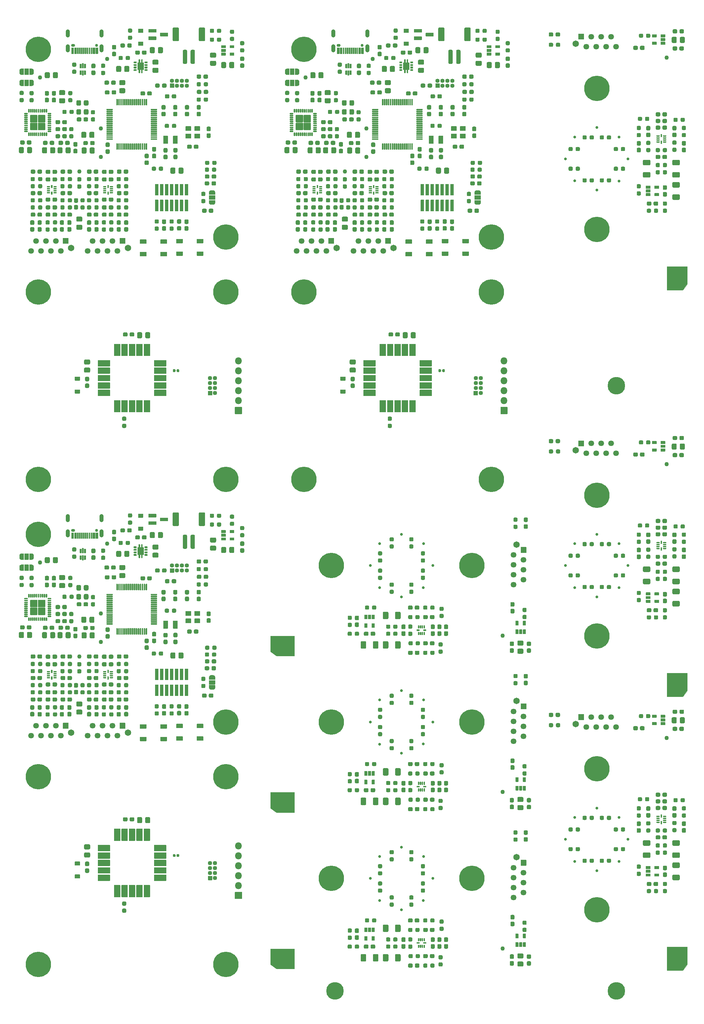
<source format=gts>
%TF.GenerationSoftware,KiCad,Pcbnew,5.1.7-a382d34a8~87~ubuntu18.04.1*%
%TF.CreationDate,2020-11-13T15:53:22+02:00*%
%TF.ProjectId,panel,70616e65-6c2e-46b6-9963-61645f706362,Rev. A*%
%TF.SameCoordinates,Original*%
%TF.FileFunction,Soldermask,Top*%
%TF.FilePolarity,Negative*%
%FSLAX46Y46*%
G04 Gerber Fmt 4.6, Leading zero omitted, Abs format (unit mm)*
G04 Created by KiCad (PCBNEW 5.1.7-a382d34a8~87~ubuntu18.04.1) date 2020-11-13 15:53:22*
%MOMM*%
%LPD*%
G01*
G04 APERTURE LIST*
%ADD10C,0.100000*%
%ADD11C,1.458000*%
%ADD12C,1.650000*%
%ADD13C,1.100000*%
%ADD14C,6.500000*%
%ADD15C,0.900000*%
%ADD16C,0.700000*%
%ADD17O,1.000000X0.750000*%
%ADD18C,0.750000*%
%ADD19O,1.050000X2.050000*%
%ADD20O,1.100000X1.100000*%
%ADD21O,1.800000X1.800000*%
%ADD22C,4.500000*%
G04 APERTURE END LIST*
D10*
G36*
X254350000Y-93000000D02*
G01*
X253250000Y-94512500D01*
X249250000Y-94512500D01*
X249250000Y-88487500D01*
X254350000Y-88487500D01*
X254350000Y-93000000D01*
G37*
X254350000Y-93000000D02*
X253250000Y-94512500D01*
X249250000Y-94512500D01*
X249250000Y-88487500D01*
X254350000Y-88487500D01*
X254350000Y-93000000D01*
G36*
X254350000Y-197000000D02*
G01*
X253250000Y-198512500D01*
X249250000Y-198512500D01*
X249250000Y-192487500D01*
X254350000Y-192487500D01*
X254350000Y-197000000D01*
G37*
X254350000Y-197000000D02*
X253250000Y-198512500D01*
X249250000Y-198512500D01*
X249250000Y-192487500D01*
X254350000Y-192487500D01*
X254350000Y-197000000D01*
G36*
X254350000Y-267000000D02*
G01*
X253250000Y-268512500D01*
X249250000Y-268512500D01*
X249250000Y-262487500D01*
X254350000Y-262487500D01*
X254350000Y-267000000D01*
G37*
X254350000Y-267000000D02*
X253250000Y-268512500D01*
X249250000Y-268512500D01*
X249250000Y-262487500D01*
X254350000Y-262487500D01*
X254350000Y-267000000D01*
G36*
X153762500Y-268100000D02*
G01*
X149250000Y-268100000D01*
X147737500Y-267000000D01*
X147737500Y-263000000D01*
X153762500Y-263000000D01*
X153762500Y-268100000D01*
G37*
X153762500Y-268100000D02*
X149250000Y-268100000D01*
X147737500Y-267000000D01*
X147737500Y-263000000D01*
X153762500Y-263000000D01*
X153762500Y-268100000D01*
G36*
X153762500Y-228100000D02*
G01*
X149250000Y-228100000D01*
X147737500Y-227000000D01*
X147737500Y-223000000D01*
X153762500Y-223000000D01*
X153762500Y-228100000D01*
G37*
X153762500Y-228100000D02*
X149250000Y-228100000D01*
X147737500Y-227000000D01*
X147737500Y-223000000D01*
X153762500Y-223000000D01*
X153762500Y-228100000D01*
G36*
X153762500Y-188100000D02*
G01*
X149250000Y-188100000D01*
X147737500Y-187000000D01*
X147737500Y-183000000D01*
X153762500Y-183000000D01*
X153762500Y-188100000D01*
G37*
X153762500Y-188100000D02*
X149250000Y-188100000D01*
X147737500Y-187000000D01*
X147737500Y-183000000D01*
X153762500Y-183000000D01*
X153762500Y-188100000D01*
%TO.C,J1*%
G36*
G01*
X227979000Y-29071000D02*
X227979000Y-30429000D01*
G75*
G02*
X227929000Y-30479000I-50000J0D01*
G01*
X226571000Y-30479000D01*
G75*
G02*
X226521000Y-30429000I0J50000D01*
G01*
X226521000Y-29071000D01*
G75*
G02*
X226571000Y-29021000I50000J0D01*
G01*
X227929000Y-29021000D01*
G75*
G02*
X227979000Y-29071000I0J-50000D01*
G01*
G37*
D11*
X228520000Y-32290000D03*
X229790000Y-29750000D03*
X231060000Y-32290000D03*
X232330000Y-29750000D03*
X233600000Y-32290000D03*
X234870000Y-29750000D03*
X236140000Y-32290000D03*
D12*
X225850000Y-31550000D03*
%TD*%
D13*
%TO.C,TP1*%
X249150000Y-35100000D03*
%TD*%
%TO.C,C2*%
G36*
G01*
X250437499Y-31068100D02*
X250437499Y-30060652D01*
G75*
G02*
X250708775Y-29789376I271276J0D01*
G01*
X251441223Y-29789376D01*
G75*
G02*
X251712499Y-30060652I0J-271276D01*
G01*
X251712499Y-31068100D01*
G75*
G02*
X251441223Y-31339376I-271276J0D01*
G01*
X250708775Y-31339376D01*
G75*
G02*
X250437499Y-31068100I0J271276D01*
G01*
G37*
G36*
G01*
X252512499Y-31068100D02*
X252512499Y-30060652D01*
G75*
G02*
X252783775Y-29789376I271276J0D01*
G01*
X253516223Y-29789376D01*
G75*
G02*
X253787499Y-30060652I0J-271276D01*
G01*
X253787499Y-31068100D01*
G75*
G02*
X253516223Y-31339376I-271276J0D01*
G01*
X252783775Y-31339376D01*
G75*
G02*
X252512499Y-31068100I0J271276D01*
G01*
G37*
%TD*%
%TO.C,R16*%
G36*
G01*
X244165500Y-56387500D02*
X244690500Y-56387500D01*
G75*
G02*
X244953000Y-56650000I0J-262500D01*
G01*
X244953000Y-57200000D01*
G75*
G02*
X244690500Y-57462500I-262500J0D01*
G01*
X244165500Y-57462500D01*
G75*
G02*
X243903000Y-57200000I0J262500D01*
G01*
X243903000Y-56650000D01*
G75*
G02*
X244165500Y-56387500I262500J0D01*
G01*
G37*
G36*
G01*
X244165500Y-58212500D02*
X244690500Y-58212500D01*
G75*
G02*
X244953000Y-58475000I0J-262500D01*
G01*
X244953000Y-59025000D01*
G75*
G02*
X244690500Y-59287500I-262500J0D01*
G01*
X244165500Y-59287500D01*
G75*
G02*
X243903000Y-59025000I0J262500D01*
G01*
X243903000Y-58475000D01*
G75*
G02*
X244165500Y-58212500I262500J0D01*
G01*
G37*
%TD*%
%TO.C,R19*%
G36*
G01*
X253788000Y-50737500D02*
X253788000Y-51262500D01*
G75*
G02*
X253525500Y-51525000I-262500J0D01*
G01*
X252975500Y-51525000D01*
G75*
G02*
X252713000Y-51262500I0J262500D01*
G01*
X252713000Y-50737500D01*
G75*
G02*
X252975500Y-50475000I262500J0D01*
G01*
X253525500Y-50475000D01*
G75*
G02*
X253788000Y-50737500I0J-262500D01*
G01*
G37*
G36*
G01*
X251963000Y-50737500D02*
X251963000Y-51262500D01*
G75*
G02*
X251700500Y-51525000I-262500J0D01*
G01*
X251150500Y-51525000D01*
G75*
G02*
X250888000Y-51262500I0J262500D01*
G01*
X250888000Y-50737500D01*
G75*
G02*
X251150500Y-50475000I262500J0D01*
G01*
X251700500Y-50475000D01*
G75*
G02*
X251963000Y-50737500I0J-262500D01*
G01*
G37*
%TD*%
%TO.C,CB4*%
G36*
G01*
X248426000Y-67737500D02*
X248951000Y-67737500D01*
G75*
G02*
X249213500Y-68000000I0J-262500D01*
G01*
X249213500Y-68650000D01*
G75*
G02*
X248951000Y-68912500I-262500J0D01*
G01*
X248426000Y-68912500D01*
G75*
G02*
X248163500Y-68650000I0J262500D01*
G01*
X248163500Y-68000000D01*
G75*
G02*
X248426000Y-67737500I262500J0D01*
G01*
G37*
G36*
G01*
X248426000Y-69462500D02*
X248951000Y-69462500D01*
G75*
G02*
X249213500Y-69725000I0J-262500D01*
G01*
X249213500Y-70375000D01*
G75*
G02*
X248951000Y-70637500I-262500J0D01*
G01*
X248426000Y-70637500D01*
G75*
G02*
X248163500Y-70375000I0J262500D01*
G01*
X248163500Y-69725000D01*
G75*
G02*
X248426000Y-69462500I262500J0D01*
G01*
G37*
%TD*%
%TO.C,CB5*%
G36*
G01*
X249226000Y-52737500D02*
X249226000Y-53262500D01*
G75*
G02*
X248963500Y-53525000I-262500J0D01*
G01*
X248313500Y-53525000D01*
G75*
G02*
X248051000Y-53262500I0J262500D01*
G01*
X248051000Y-52737500D01*
G75*
G02*
X248313500Y-52475000I262500J0D01*
G01*
X248963500Y-52475000D01*
G75*
G02*
X249226000Y-52737500I0J-262500D01*
G01*
G37*
G36*
G01*
X247501000Y-52737500D02*
X247501000Y-53262500D01*
G75*
G02*
X247238500Y-53525000I-262500J0D01*
G01*
X246588500Y-53525000D01*
G75*
G02*
X246326000Y-53262500I0J262500D01*
G01*
X246326000Y-52737500D01*
G75*
G02*
X246588500Y-52475000I262500J0D01*
G01*
X247238500Y-52475000D01*
G75*
G02*
X247501000Y-52737500I0J-262500D01*
G01*
G37*
%TD*%
%TO.C,R8*%
G36*
G01*
X230491667Y-66222501D02*
X230491667Y-66747501D01*
G75*
G02*
X230229167Y-67010001I-262500J0D01*
G01*
X229679167Y-67010001D01*
G75*
G02*
X229416667Y-66747501I0J262500D01*
G01*
X229416667Y-66222501D01*
G75*
G02*
X229679167Y-65960001I262500J0D01*
G01*
X230229167Y-65960001D01*
G75*
G02*
X230491667Y-66222501I0J-262500D01*
G01*
G37*
G36*
G01*
X228666667Y-66222501D02*
X228666667Y-66747501D01*
G75*
G02*
X228404167Y-67010001I-262500J0D01*
G01*
X227854167Y-67010001D01*
G75*
G02*
X227591667Y-66747501I0J262500D01*
G01*
X227591667Y-66222501D01*
G75*
G02*
X227854167Y-65960001I262500J0D01*
G01*
X228404167Y-65960001D01*
G75*
G02*
X228666667Y-66222501I0J-262500D01*
G01*
G37*
%TD*%
%TO.C,R21*%
G36*
G01*
X218975000Y-32079167D02*
X218975000Y-31554167D01*
G75*
G02*
X219237500Y-31291667I262500J0D01*
G01*
X219787500Y-31291667D01*
G75*
G02*
X220050000Y-31554167I0J-262500D01*
G01*
X220050000Y-32079167D01*
G75*
G02*
X219787500Y-32341667I-262500J0D01*
G01*
X219237500Y-32341667D01*
G75*
G02*
X218975000Y-32079167I0J262500D01*
G01*
G37*
G36*
G01*
X220800000Y-32079167D02*
X220800000Y-31554167D01*
G75*
G02*
X221062500Y-31291667I262500J0D01*
G01*
X221612500Y-31291667D01*
G75*
G02*
X221875000Y-31554167I0J-262500D01*
G01*
X221875000Y-32079167D01*
G75*
G02*
X221612500Y-32341667I-262500J0D01*
G01*
X221062500Y-32341667D01*
G75*
G02*
X220800000Y-32079167I0J262500D01*
G01*
G37*
%TD*%
%TO.C,C1*%
G36*
G01*
X243487499Y-32333750D02*
X243487499Y-32858750D01*
G75*
G02*
X243224999Y-33121250I-262500J0D01*
G01*
X242574999Y-33121250D01*
G75*
G02*
X242312499Y-32858750I0J262500D01*
G01*
X242312499Y-32333750D01*
G75*
G02*
X242574999Y-32071250I262500J0D01*
G01*
X243224999Y-32071250D01*
G75*
G02*
X243487499Y-32333750I0J-262500D01*
G01*
G37*
G36*
G01*
X241762499Y-32333750D02*
X241762499Y-32858750D01*
G75*
G02*
X241499999Y-33121250I-262500J0D01*
G01*
X240849999Y-33121250D01*
G75*
G02*
X240587499Y-32858750I0J262500D01*
G01*
X240587499Y-32333750D01*
G75*
G02*
X240849999Y-32071250I262500J0D01*
G01*
X241499999Y-32071250D01*
G75*
G02*
X241762499Y-32333750I0J-262500D01*
G01*
G37*
%TD*%
%TO.C,R13*%
G36*
G01*
X248426000Y-62050000D02*
X248951000Y-62050000D01*
G75*
G02*
X249213500Y-62312500I0J-262500D01*
G01*
X249213500Y-62862500D01*
G75*
G02*
X248951000Y-63125000I-262500J0D01*
G01*
X248426000Y-63125000D01*
G75*
G02*
X248163500Y-62862500I0J262500D01*
G01*
X248163500Y-62312500D01*
G75*
G02*
X248426000Y-62050000I262500J0D01*
G01*
G37*
G36*
G01*
X248426000Y-63875000D02*
X248951000Y-63875000D01*
G75*
G02*
X249213500Y-64137500I0J-262500D01*
G01*
X249213500Y-64687500D01*
G75*
G02*
X248951000Y-64950000I-262500J0D01*
G01*
X248426000Y-64950000D01*
G75*
G02*
X248163500Y-64687500I0J262500D01*
G01*
X248163500Y-64137500D01*
G75*
G02*
X248426000Y-63875000I262500J0D01*
G01*
G37*
%TD*%
%TO.C,U1*%
G36*
G01*
X248754999Y-31112500D02*
X248754999Y-31762500D01*
G75*
G02*
X248704999Y-31812500I-50000J0D01*
G01*
X247644999Y-31812500D01*
G75*
G02*
X247594999Y-31762500I0J50000D01*
G01*
X247594999Y-31112500D01*
G75*
G02*
X247644999Y-31062500I50000J0D01*
G01*
X248704999Y-31062500D01*
G75*
G02*
X248754999Y-31112500I0J-50000D01*
G01*
G37*
G36*
G01*
X248754999Y-30162500D02*
X248754999Y-30812500D01*
G75*
G02*
X248704999Y-30862500I-50000J0D01*
G01*
X247644999Y-30862500D01*
G75*
G02*
X247594999Y-30812500I0J50000D01*
G01*
X247594999Y-30162500D01*
G75*
G02*
X247644999Y-30112500I50000J0D01*
G01*
X248704999Y-30112500D01*
G75*
G02*
X248754999Y-30162500I0J-50000D01*
G01*
G37*
G36*
G01*
X248754999Y-29212500D02*
X248754999Y-29862500D01*
G75*
G02*
X248704999Y-29912500I-50000J0D01*
G01*
X247644999Y-29912500D01*
G75*
G02*
X247594999Y-29862500I0J50000D01*
G01*
X247594999Y-29212500D01*
G75*
G02*
X247644999Y-29162500I50000J0D01*
G01*
X248704999Y-29162500D01*
G75*
G02*
X248754999Y-29212500I0J-50000D01*
G01*
G37*
G36*
G01*
X246554999Y-29212500D02*
X246554999Y-29862500D01*
G75*
G02*
X246504999Y-29912500I-50000J0D01*
G01*
X245444999Y-29912500D01*
G75*
G02*
X245394999Y-29862500I0J50000D01*
G01*
X245394999Y-29212500D01*
G75*
G02*
X245444999Y-29162500I50000J0D01*
G01*
X246504999Y-29162500D01*
G75*
G02*
X246554999Y-29212500I0J-50000D01*
G01*
G37*
G36*
G01*
X246554999Y-31112500D02*
X246554999Y-31762500D01*
G75*
G02*
X246504999Y-31812500I-50000J0D01*
G01*
X245444999Y-31812500D01*
G75*
G02*
X245394999Y-31762500I0J50000D01*
G01*
X245394999Y-31112500D01*
G75*
G02*
X245444999Y-31062500I50000J0D01*
G01*
X246504999Y-31062500D01*
G75*
G02*
X246554999Y-31112500I0J-50000D01*
G01*
G37*
%TD*%
%TO.C,D1*%
G36*
G01*
X218952500Y-29445835D02*
X218952500Y-28920835D01*
G75*
G02*
X219215000Y-28658335I262500J0D01*
G01*
X219840000Y-28658335D01*
G75*
G02*
X220102500Y-28920835I0J-262500D01*
G01*
X220102500Y-29445835D01*
G75*
G02*
X219840000Y-29708335I-262500J0D01*
G01*
X219215000Y-29708335D01*
G75*
G02*
X218952500Y-29445835I0J262500D01*
G01*
G37*
G36*
G01*
X220702500Y-29445835D02*
X220702500Y-28920835D01*
G75*
G02*
X220965000Y-28658335I262500J0D01*
G01*
X221590000Y-28658335D01*
G75*
G02*
X221852500Y-28920835I0J-262500D01*
G01*
X221852500Y-29445835D01*
G75*
G02*
X221590000Y-29708335I-262500J0D01*
G01*
X220965000Y-29708335D01*
G75*
G02*
X220702500Y-29445835I0J262500D01*
G01*
G37*
%TD*%
D14*
%TO.C,H1*%
X231250000Y-79000000D03*
D15*
X231250000Y-76600000D03*
X232947056Y-77302944D03*
X233650000Y-79000000D03*
X232947056Y-80697056D03*
X231250000Y-81400000D03*
X229552944Y-80697056D03*
X228850000Y-79000000D03*
X229552944Y-77302944D03*
%TD*%
D16*
%TO.C,MK8*%
X225625000Y-66625000D03*
%TD*%
%TO.C,MK6*%
X236925000Y-66650000D03*
%TD*%
%TO.C,CB1*%
G36*
G01*
X250662499Y-33012500D02*
X250662499Y-32487500D01*
G75*
G02*
X250924999Y-32225000I262500J0D01*
G01*
X251574999Y-32225000D01*
G75*
G02*
X251837499Y-32487500I0J-262500D01*
G01*
X251837499Y-33012500D01*
G75*
G02*
X251574999Y-33275000I-262500J0D01*
G01*
X250924999Y-33275000D01*
G75*
G02*
X250662499Y-33012500I0J262500D01*
G01*
G37*
G36*
G01*
X252387499Y-33012500D02*
X252387499Y-32487500D01*
G75*
G02*
X252649999Y-32225000I262500J0D01*
G01*
X253299999Y-32225000D01*
G75*
G02*
X253562499Y-32487500I0J-262500D01*
G01*
X253562499Y-33012500D01*
G75*
G02*
X253299999Y-33275000I-262500J0D01*
G01*
X252649999Y-33275000D01*
G75*
G02*
X252387499Y-33012500I0J262500D01*
G01*
G37*
%TD*%
%TO.C,CB3*%
G36*
G01*
X249226000Y-51037500D02*
X249226000Y-51562500D01*
G75*
G02*
X248963500Y-51825000I-262500J0D01*
G01*
X248313500Y-51825000D01*
G75*
G02*
X248051000Y-51562500I0J262500D01*
G01*
X248051000Y-51037500D01*
G75*
G02*
X248313500Y-50775000I262500J0D01*
G01*
X248963500Y-50775000D01*
G75*
G02*
X249226000Y-51037500I0J-262500D01*
G01*
G37*
G36*
G01*
X247501000Y-51037500D02*
X247501000Y-51562500D01*
G75*
G02*
X247238500Y-51825000I-262500J0D01*
G01*
X246588500Y-51825000D01*
G75*
G02*
X246326000Y-51562500I0J262500D01*
G01*
X246326000Y-51037500D01*
G75*
G02*
X246588500Y-50775000I262500J0D01*
G01*
X247238500Y-50775000D01*
G75*
G02*
X247501000Y-51037500I0J-262500D01*
G01*
G37*
%TD*%
%TO.C,R17*%
G36*
G01*
X253289500Y-52550000D02*
X253814500Y-52550000D01*
G75*
G02*
X254077000Y-52812500I0J-262500D01*
G01*
X254077000Y-53362500D01*
G75*
G02*
X253814500Y-53625000I-262500J0D01*
G01*
X253289500Y-53625000D01*
G75*
G02*
X253027000Y-53362500I0J262500D01*
G01*
X253027000Y-52812500D01*
G75*
G02*
X253289500Y-52550000I262500J0D01*
G01*
G37*
G36*
G01*
X253289500Y-54375000D02*
X253814500Y-54375000D01*
G75*
G02*
X254077000Y-54637500I0J-262500D01*
G01*
X254077000Y-55187500D01*
G75*
G02*
X253814500Y-55450000I-262500J0D01*
G01*
X253289500Y-55450000D01*
G75*
G02*
X253027000Y-55187500I0J262500D01*
G01*
X253027000Y-54637500D01*
G75*
G02*
X253289500Y-54375000I262500J0D01*
G01*
G37*
%TD*%
%TO.C,U2*%
G36*
G01*
X243820000Y-68562500D02*
X243820000Y-67912500D01*
G75*
G02*
X243870000Y-67862500I50000J0D01*
G01*
X244930000Y-67862500D01*
G75*
G02*
X244980000Y-67912500I0J-50000D01*
G01*
X244980000Y-68562500D01*
G75*
G02*
X244930000Y-68612500I-50000J0D01*
G01*
X243870000Y-68612500D01*
G75*
G02*
X243820000Y-68562500I0J50000D01*
G01*
G37*
G36*
G01*
X243820000Y-69512500D02*
X243820000Y-68862500D01*
G75*
G02*
X243870000Y-68812500I50000J0D01*
G01*
X244930000Y-68812500D01*
G75*
G02*
X244980000Y-68862500I0J-50000D01*
G01*
X244980000Y-69512500D01*
G75*
G02*
X244930000Y-69562500I-50000J0D01*
G01*
X243870000Y-69562500D01*
G75*
G02*
X243820000Y-69512500I0J50000D01*
G01*
G37*
G36*
G01*
X243820000Y-70462500D02*
X243820000Y-69812500D01*
G75*
G02*
X243870000Y-69762500I50000J0D01*
G01*
X244930000Y-69762500D01*
G75*
G02*
X244980000Y-69812500I0J-50000D01*
G01*
X244980000Y-70462500D01*
G75*
G02*
X244930000Y-70512500I-50000J0D01*
G01*
X243870000Y-70512500D01*
G75*
G02*
X243820000Y-70462500I0J50000D01*
G01*
G37*
G36*
G01*
X246020000Y-70462500D02*
X246020000Y-69812500D01*
G75*
G02*
X246070000Y-69762500I50000J0D01*
G01*
X247130000Y-69762500D01*
G75*
G02*
X247180000Y-69812500I0J-50000D01*
G01*
X247180000Y-70462500D01*
G75*
G02*
X247130000Y-70512500I-50000J0D01*
G01*
X246070000Y-70512500D01*
G75*
G02*
X246020000Y-70462500I0J50000D01*
G01*
G37*
G36*
G01*
X246020000Y-68562500D02*
X246020000Y-67912500D01*
G75*
G02*
X246070000Y-67862500I50000J0D01*
G01*
X247130000Y-67862500D01*
G75*
G02*
X247180000Y-67912500I0J-50000D01*
G01*
X247180000Y-68562500D01*
G75*
G02*
X247130000Y-68612500I-50000J0D01*
G01*
X246070000Y-68612500D01*
G75*
G02*
X246020000Y-68562500I0J50000D01*
G01*
G37*
%TD*%
%TO.C,FB1*%
G36*
G01*
X250674999Y-28641250D02*
X250674999Y-28116250D01*
G75*
G02*
X250937499Y-27853750I262500J0D01*
G01*
X251562499Y-27853750D01*
G75*
G02*
X251824999Y-28116250I0J-262500D01*
G01*
X251824999Y-28641250D01*
G75*
G02*
X251562499Y-28903750I-262500J0D01*
G01*
X250937499Y-28903750D01*
G75*
G02*
X250674999Y-28641250I0J262500D01*
G01*
G37*
G36*
G01*
X252424999Y-28641250D02*
X252424999Y-28116250D01*
G75*
G02*
X252687499Y-27853750I262500J0D01*
G01*
X253312499Y-27853750D01*
G75*
G02*
X253574999Y-28116250I0J-262500D01*
G01*
X253574999Y-28641250D01*
G75*
G02*
X253312499Y-28903750I-262500J0D01*
G01*
X252687499Y-28903750D01*
G75*
G02*
X252424999Y-28641250I0J262500D01*
G01*
G37*
%TD*%
%TO.C,MK1*%
X236900000Y-55400000D03*
%TD*%
%TO.C,MK2*%
X231250000Y-53000000D03*
%TD*%
%TO.C,MK3*%
X225625000Y-55375000D03*
%TD*%
%TO.C,R20*%
G36*
G01*
X241764000Y-51012500D02*
X241764000Y-50487500D01*
G75*
G02*
X242026500Y-50225000I262500J0D01*
G01*
X242576500Y-50225000D01*
G75*
G02*
X242839000Y-50487500I0J-262500D01*
G01*
X242839000Y-51012500D01*
G75*
G02*
X242576500Y-51275000I-262500J0D01*
G01*
X242026500Y-51275000D01*
G75*
G02*
X241764000Y-51012500I0J262500D01*
G01*
G37*
G36*
G01*
X243589000Y-51012500D02*
X243589000Y-50487500D01*
G75*
G02*
X243851500Y-50225000I262500J0D01*
G01*
X244401500Y-50225000D01*
G75*
G02*
X244664000Y-50487500I0J-262500D01*
G01*
X244664000Y-51012500D01*
G75*
G02*
X244401500Y-51275000I-262500J0D01*
G01*
X243851500Y-51275000D01*
G75*
G02*
X243589000Y-51012500I0J262500D01*
G01*
G37*
%TD*%
%TO.C,MK7*%
X231250000Y-69000000D03*
%TD*%
%TO.C,R18*%
G36*
G01*
X241737500Y-52550000D02*
X242262500Y-52550000D01*
G75*
G02*
X242525000Y-52812500I0J-262500D01*
G01*
X242525000Y-53362500D01*
G75*
G02*
X242262500Y-53625000I-262500J0D01*
G01*
X241737500Y-53625000D01*
G75*
G02*
X241475000Y-53362500I0J262500D01*
G01*
X241475000Y-52812500D01*
G75*
G02*
X241737500Y-52550000I262500J0D01*
G01*
G37*
G36*
G01*
X241737500Y-54375000D02*
X242262500Y-54375000D01*
G75*
G02*
X242525000Y-54637500I0J-262500D01*
G01*
X242525000Y-55187500D01*
G75*
G02*
X242262500Y-55450000I-262500J0D01*
G01*
X241737500Y-55450000D01*
G75*
G02*
X241475000Y-55187500I0J262500D01*
G01*
X241475000Y-54637500D01*
G75*
G02*
X241737500Y-54375000I262500J0D01*
G01*
G37*
%TD*%
%TO.C,R15*%
G36*
G01*
X250861500Y-56300000D02*
X251386500Y-56300000D01*
G75*
G02*
X251649000Y-56562500I0J-262500D01*
G01*
X251649000Y-57112500D01*
G75*
G02*
X251386500Y-57375000I-262500J0D01*
G01*
X250861500Y-57375000D01*
G75*
G02*
X250599000Y-57112500I0J262500D01*
G01*
X250599000Y-56562500D01*
G75*
G02*
X250861500Y-56300000I262500J0D01*
G01*
G37*
G36*
G01*
X250861500Y-58125000D02*
X251386500Y-58125000D01*
G75*
G02*
X251649000Y-58387500I0J-262500D01*
G01*
X251649000Y-58937500D01*
G75*
G02*
X251386500Y-59200000I-262500J0D01*
G01*
X250861500Y-59200000D01*
G75*
G02*
X250599000Y-58937500I0J262500D01*
G01*
X250599000Y-58387500D01*
G75*
G02*
X250861500Y-58125000I262500J0D01*
G01*
G37*
%TD*%
%TO.C,R11*%
G36*
G01*
X248426000Y-71887500D02*
X248951000Y-71887500D01*
G75*
G02*
X249213500Y-72150000I0J-262500D01*
G01*
X249213500Y-72700000D01*
G75*
G02*
X248951000Y-72962500I-262500J0D01*
G01*
X248426000Y-72962500D01*
G75*
G02*
X248163500Y-72700000I0J262500D01*
G01*
X248163500Y-72150000D01*
G75*
G02*
X248426000Y-71887500I262500J0D01*
G01*
G37*
G36*
G01*
X248426000Y-73712500D02*
X248951000Y-73712500D01*
G75*
G02*
X249213500Y-73975000I0J-262500D01*
G01*
X249213500Y-74525000D01*
G75*
G02*
X248951000Y-74787500I-262500J0D01*
G01*
X248426000Y-74787500D01*
G75*
G02*
X248163500Y-74525000I0J262500D01*
G01*
X248163500Y-73975000D01*
G75*
G02*
X248426000Y-73712500I262500J0D01*
G01*
G37*
%TD*%
%TO.C,R9*%
G36*
G01*
X224008333Y-63777501D02*
X224008333Y-63252501D01*
G75*
G02*
X224270833Y-62990001I262500J0D01*
G01*
X224820833Y-62990001D01*
G75*
G02*
X225083333Y-63252501I0J-262500D01*
G01*
X225083333Y-63777501D01*
G75*
G02*
X224820833Y-64040001I-262500J0D01*
G01*
X224270833Y-64040001D01*
G75*
G02*
X224008333Y-63777501I0J262500D01*
G01*
G37*
G36*
G01*
X225833333Y-63777501D02*
X225833333Y-63252501D01*
G75*
G02*
X226095833Y-62990001I262500J0D01*
G01*
X226645833Y-62990001D01*
G75*
G02*
X226908333Y-63252501I0J-262500D01*
G01*
X226908333Y-63777501D01*
G75*
G02*
X226645833Y-64040001I-262500J0D01*
G01*
X226095833Y-64040001D01*
G75*
G02*
X225833333Y-63777501I0J262500D01*
G01*
G37*
%TD*%
%TO.C,R5*%
G36*
G01*
X238491667Y-58222501D02*
X238491667Y-58747501D01*
G75*
G02*
X238229167Y-59010001I-262500J0D01*
G01*
X237679167Y-59010001D01*
G75*
G02*
X237416667Y-58747501I0J262500D01*
G01*
X237416667Y-58222501D01*
G75*
G02*
X237679167Y-57960001I262500J0D01*
G01*
X238229167Y-57960001D01*
G75*
G02*
X238491667Y-58222501I0J-262500D01*
G01*
G37*
G36*
G01*
X236666667Y-58222501D02*
X236666667Y-58747501D01*
G75*
G02*
X236404167Y-59010001I-262500J0D01*
G01*
X235854167Y-59010001D01*
G75*
G02*
X235591667Y-58747501I0J262500D01*
G01*
X235591667Y-58222501D01*
G75*
G02*
X235854167Y-57960001I262500J0D01*
G01*
X236404167Y-57960001D01*
G75*
G02*
X236666667Y-58222501I0J-262500D01*
G01*
G37*
%TD*%
%TO.C,C3*%
G36*
G01*
X249226000Y-49337500D02*
X249226000Y-49862500D01*
G75*
G02*
X248963500Y-50125000I-262500J0D01*
G01*
X248313500Y-50125000D01*
G75*
G02*
X248051000Y-49862500I0J262500D01*
G01*
X248051000Y-49337500D01*
G75*
G02*
X248313500Y-49075000I262500J0D01*
G01*
X248963500Y-49075000D01*
G75*
G02*
X249226000Y-49337500I0J-262500D01*
G01*
G37*
G36*
G01*
X247501000Y-49337500D02*
X247501000Y-49862500D01*
G75*
G02*
X247238500Y-50125000I-262500J0D01*
G01*
X246588500Y-50125000D01*
G75*
G02*
X246326000Y-49862500I0J262500D01*
G01*
X246326000Y-49337500D01*
G75*
G02*
X246588500Y-49075000I262500J0D01*
G01*
X247238500Y-49075000D01*
G75*
G02*
X247501000Y-49337500I0J-262500D01*
G01*
G37*
%TD*%
%TO.C,C4*%
G36*
G01*
X252225135Y-71462500D02*
X250862865Y-71462500D01*
G75*
G02*
X250594000Y-71193635I0J268865D01*
G01*
X250594000Y-70306365D01*
G75*
G02*
X250862865Y-70037500I268865J0D01*
G01*
X252225135Y-70037500D01*
G75*
G02*
X252494000Y-70306365I0J-268865D01*
G01*
X252494000Y-71193635D01*
G75*
G02*
X252225135Y-71462500I-268865J0D01*
G01*
G37*
G36*
G01*
X252225135Y-68337500D02*
X250862865Y-68337500D01*
G75*
G02*
X250594000Y-68068635I0J268865D01*
G01*
X250594000Y-67181365D01*
G75*
G02*
X250862865Y-66912500I268865J0D01*
G01*
X252225135Y-66912500D01*
G75*
G02*
X252494000Y-67181365I0J-268865D01*
G01*
X252494000Y-68068635D01*
G75*
G02*
X252225135Y-68337500I-268865J0D01*
G01*
G37*
%TD*%
%TO.C,C5*%
G36*
G01*
X244050000Y-72687500D02*
X244050000Y-72162500D01*
G75*
G02*
X244312500Y-71900000I262500J0D01*
G01*
X244962500Y-71900000D01*
G75*
G02*
X245225000Y-72162500I0J-262500D01*
G01*
X245225000Y-72687500D01*
G75*
G02*
X244962500Y-72950000I-262500J0D01*
G01*
X244312500Y-72950000D01*
G75*
G02*
X244050000Y-72687500I0J262500D01*
G01*
G37*
G36*
G01*
X245775000Y-72687500D02*
X245775000Y-72162500D01*
G75*
G02*
X246037500Y-71900000I262500J0D01*
G01*
X246687500Y-71900000D01*
G75*
G02*
X246950000Y-72162500I0J-262500D01*
G01*
X246950000Y-72687500D01*
G75*
G02*
X246687500Y-72950000I-262500J0D01*
G01*
X246037500Y-72950000D01*
G75*
G02*
X245775000Y-72687500I0J262500D01*
G01*
G37*
%TD*%
%TO.C,U3*%
G36*
G01*
X246525000Y-55255000D02*
X246525000Y-55045000D01*
G75*
G02*
X246595000Y-54975000I70000J0D01*
G01*
X247255000Y-54975000D01*
G75*
G02*
X247325000Y-55045000I0J-70000D01*
G01*
X247325000Y-55255000D01*
G75*
G02*
X247255000Y-55325000I-70000J0D01*
G01*
X246595000Y-55325000D01*
G75*
G02*
X246525000Y-55255000I0J70000D01*
G01*
G37*
G36*
G01*
X246525000Y-55755000D02*
X246525000Y-55545000D01*
G75*
G02*
X246595000Y-55475000I70000J0D01*
G01*
X247255000Y-55475000D01*
G75*
G02*
X247325000Y-55545000I0J-70000D01*
G01*
X247325000Y-55755000D01*
G75*
G02*
X247255000Y-55825000I-70000J0D01*
G01*
X246595000Y-55825000D01*
G75*
G02*
X246525000Y-55755000I0J70000D01*
G01*
G37*
G36*
G01*
X246525000Y-56255000D02*
X246525000Y-56045000D01*
G75*
G02*
X246595000Y-55975000I70000J0D01*
G01*
X247255000Y-55975000D01*
G75*
G02*
X247325000Y-56045000I0J-70000D01*
G01*
X247325000Y-56255000D01*
G75*
G02*
X247255000Y-56325000I-70000J0D01*
G01*
X246595000Y-56325000D01*
G75*
G02*
X246525000Y-56255000I0J70000D01*
G01*
G37*
G36*
G01*
X246525000Y-56755000D02*
X246525000Y-56545000D01*
G75*
G02*
X246595000Y-56475000I70000J0D01*
G01*
X247255000Y-56475000D01*
G75*
G02*
X247325000Y-56545000I0J-70000D01*
G01*
X247325000Y-56755000D01*
G75*
G02*
X247255000Y-56825000I-70000J0D01*
G01*
X246595000Y-56825000D01*
G75*
G02*
X246525000Y-56755000I0J70000D01*
G01*
G37*
G36*
G01*
X248225000Y-55255000D02*
X248225000Y-55045000D01*
G75*
G02*
X248295000Y-54975000I70000J0D01*
G01*
X248955000Y-54975000D01*
G75*
G02*
X249025000Y-55045000I0J-70000D01*
G01*
X249025000Y-55255000D01*
G75*
G02*
X248955000Y-55325000I-70000J0D01*
G01*
X248295000Y-55325000D01*
G75*
G02*
X248225000Y-55255000I0J70000D01*
G01*
G37*
G36*
G01*
X248225000Y-56255000D02*
X248225000Y-56045000D01*
G75*
G02*
X248295000Y-55975000I70000J0D01*
G01*
X248955000Y-55975000D01*
G75*
G02*
X249025000Y-56045000I0J-70000D01*
G01*
X249025000Y-56255000D01*
G75*
G02*
X248955000Y-56325000I-70000J0D01*
G01*
X248295000Y-56325000D01*
G75*
G02*
X248225000Y-56255000I0J70000D01*
G01*
G37*
G36*
G01*
X248225000Y-56755000D02*
X248225000Y-56545000D01*
G75*
G02*
X248295000Y-56475000I70000J0D01*
G01*
X248955000Y-56475000D01*
G75*
G02*
X249025000Y-56545000I0J-70000D01*
G01*
X249025000Y-56755000D01*
G75*
G02*
X248955000Y-56825000I-70000J0D01*
G01*
X248295000Y-56825000D01*
G75*
G02*
X248225000Y-56755000I0J70000D01*
G01*
G37*
G36*
G01*
X248225000Y-55755000D02*
X248225000Y-55545000D01*
G75*
G02*
X248295000Y-55475000I70000J0D01*
G01*
X248955000Y-55475000D01*
G75*
G02*
X249025000Y-55545000I0J-70000D01*
G01*
X249025000Y-55755000D01*
G75*
G02*
X248955000Y-55825000I-70000J0D01*
G01*
X248295000Y-55825000D01*
G75*
G02*
X248225000Y-55755000I0J70000D01*
G01*
G37*
G36*
G01*
X247880000Y-55450000D02*
X247670000Y-55450000D01*
G75*
G02*
X247600000Y-55380000I0J70000D01*
G01*
X247600000Y-54720000D01*
G75*
G02*
X247670000Y-54650000I70000J0D01*
G01*
X247880000Y-54650000D01*
G75*
G02*
X247950000Y-54720000I0J-70000D01*
G01*
X247950000Y-55380000D01*
G75*
G02*
X247880000Y-55450000I-70000J0D01*
G01*
G37*
G36*
G01*
X247880000Y-57150000D02*
X247670000Y-57150000D01*
G75*
G02*
X247600000Y-57080000I0J70000D01*
G01*
X247600000Y-56420000D01*
G75*
G02*
X247670000Y-56350000I70000J0D01*
G01*
X247880000Y-56350000D01*
G75*
G02*
X247950000Y-56420000I0J-70000D01*
G01*
X247950000Y-57080000D01*
G75*
G02*
X247880000Y-57150000I-70000J0D01*
G01*
G37*
%TD*%
%TO.C,MK4*%
X223250000Y-61000000D03*
%TD*%
%TO.C,R1*%
G36*
G01*
X242050000Y-29762500D02*
X242050000Y-29237500D01*
G75*
G02*
X242312500Y-28975000I262500J0D01*
G01*
X242862500Y-28975000D01*
G75*
G02*
X243125000Y-29237500I0J-262500D01*
G01*
X243125000Y-29762500D01*
G75*
G02*
X242862500Y-30025000I-262500J0D01*
G01*
X242312500Y-30025000D01*
G75*
G02*
X242050000Y-29762500I0J262500D01*
G01*
G37*
G36*
G01*
X243875000Y-29762500D02*
X243875000Y-29237500D01*
G75*
G02*
X244137500Y-28975000I262500J0D01*
G01*
X244687500Y-28975000D01*
G75*
G02*
X244950000Y-29237500I0J-262500D01*
G01*
X244950000Y-29762500D01*
G75*
G02*
X244687500Y-30025000I-262500J0D01*
G01*
X244137500Y-30025000D01*
G75*
G02*
X243875000Y-29762500I0J262500D01*
G01*
G37*
%TD*%
%TO.C,C6*%
G36*
G01*
X249226000Y-60237500D02*
X249226000Y-60762500D01*
G75*
G02*
X248963500Y-61025000I-262500J0D01*
G01*
X248313500Y-61025000D01*
G75*
G02*
X248051000Y-60762500I0J262500D01*
G01*
X248051000Y-60237500D01*
G75*
G02*
X248313500Y-59975000I262500J0D01*
G01*
X248963500Y-59975000D01*
G75*
G02*
X249226000Y-60237500I0J-262500D01*
G01*
G37*
G36*
G01*
X247501000Y-60237500D02*
X247501000Y-60762500D01*
G75*
G02*
X247238500Y-61025000I-262500J0D01*
G01*
X246588500Y-61025000D01*
G75*
G02*
X246326000Y-60762500I0J262500D01*
G01*
X246326000Y-60237500D01*
G75*
G02*
X246588500Y-59975000I262500J0D01*
G01*
X247238500Y-59975000D01*
G75*
G02*
X247501000Y-60237500I0J-262500D01*
G01*
G37*
%TD*%
%TO.C,C7*%
G36*
G01*
X249226000Y-58487500D02*
X249226000Y-59012500D01*
G75*
G02*
X248963500Y-59275000I-262500J0D01*
G01*
X248413500Y-59275000D01*
G75*
G02*
X248151000Y-59012500I0J262500D01*
G01*
X248151000Y-58487500D01*
G75*
G02*
X248413500Y-58225000I262500J0D01*
G01*
X248963500Y-58225000D01*
G75*
G02*
X249226000Y-58487500I0J-262500D01*
G01*
G37*
G36*
G01*
X247401000Y-58487500D02*
X247401000Y-59012500D01*
G75*
G02*
X247138500Y-59275000I-262500J0D01*
G01*
X246588500Y-59275000D01*
G75*
G02*
X246326000Y-59012500I0J262500D01*
G01*
X246326000Y-58487500D01*
G75*
G02*
X246588500Y-58225000I262500J0D01*
G01*
X247138500Y-58225000D01*
G75*
G02*
X247401000Y-58487500I0J-262500D01*
G01*
G37*
%TD*%
%TO.C,C8*%
G36*
G01*
X250861500Y-52550000D02*
X251386500Y-52550000D01*
G75*
G02*
X251649000Y-52812500I0J-262500D01*
G01*
X251649000Y-53462500D01*
G75*
G02*
X251386500Y-53725000I-262500J0D01*
G01*
X250861500Y-53725000D01*
G75*
G02*
X250599000Y-53462500I0J262500D01*
G01*
X250599000Y-52812500D01*
G75*
G02*
X250861500Y-52550000I262500J0D01*
G01*
G37*
G36*
G01*
X250861500Y-54275000D02*
X251386500Y-54275000D01*
G75*
G02*
X251649000Y-54537500I0J-262500D01*
G01*
X251649000Y-55187500D01*
G75*
G02*
X251386500Y-55450000I-262500J0D01*
G01*
X250861500Y-55450000D01*
G75*
G02*
X250599000Y-55187500I0J262500D01*
G01*
X250599000Y-54537500D01*
G75*
G02*
X250861500Y-54275000I262500J0D01*
G01*
G37*
%TD*%
%TO.C,R4*%
G36*
G01*
X232008333Y-55777501D02*
X232008333Y-55252501D01*
G75*
G02*
X232270833Y-54990001I262500J0D01*
G01*
X232820833Y-54990001D01*
G75*
G02*
X233083333Y-55252501I0J-262500D01*
G01*
X233083333Y-55777501D01*
G75*
G02*
X232820833Y-56040001I-262500J0D01*
G01*
X232270833Y-56040001D01*
G75*
G02*
X232008333Y-55777501I0J262500D01*
G01*
G37*
G36*
G01*
X233833333Y-55777501D02*
X233833333Y-55252501D01*
G75*
G02*
X234095833Y-54990001I262500J0D01*
G01*
X234645833Y-54990001D01*
G75*
G02*
X234908333Y-55252501I0J-262500D01*
G01*
X234908333Y-55777501D01*
G75*
G02*
X234645833Y-56040001I-262500J0D01*
G01*
X234095833Y-56040001D01*
G75*
G02*
X233833333Y-55777501I0J262500D01*
G01*
G37*
%TD*%
%TO.C,R14*%
G36*
G01*
X246601000Y-62050000D02*
X247126000Y-62050000D01*
G75*
G02*
X247388500Y-62312500I0J-262500D01*
G01*
X247388500Y-62862500D01*
G75*
G02*
X247126000Y-63125000I-262500J0D01*
G01*
X246601000Y-63125000D01*
G75*
G02*
X246338500Y-62862500I0J262500D01*
G01*
X246338500Y-62312500D01*
G75*
G02*
X246601000Y-62050000I262500J0D01*
G01*
G37*
G36*
G01*
X246601000Y-63875000D02*
X247126000Y-63875000D01*
G75*
G02*
X247388500Y-64137500I0J-262500D01*
G01*
X247388500Y-64687500D01*
G75*
G02*
X247126000Y-64950000I-262500J0D01*
G01*
X246601000Y-64950000D01*
G75*
G02*
X246338500Y-64687500I0J262500D01*
G01*
X246338500Y-64137500D01*
G75*
G02*
X246601000Y-63875000I262500J0D01*
G01*
G37*
%TD*%
%TO.C,R2*%
G36*
G01*
X224008333Y-58747501D02*
X224008333Y-58222501D01*
G75*
G02*
X224270833Y-57960001I262500J0D01*
G01*
X224820833Y-57960001D01*
G75*
G02*
X225083333Y-58222501I0J-262500D01*
G01*
X225083333Y-58747501D01*
G75*
G02*
X224820833Y-59010001I-262500J0D01*
G01*
X224270833Y-59010001D01*
G75*
G02*
X224008333Y-58747501I0J262500D01*
G01*
G37*
G36*
G01*
X225833333Y-58747501D02*
X225833333Y-58222501D01*
G75*
G02*
X226095833Y-57960001I262500J0D01*
G01*
X226645833Y-57960001D01*
G75*
G02*
X226908333Y-58222501I0J-262500D01*
G01*
X226908333Y-58747501D01*
G75*
G02*
X226645833Y-59010001I-262500J0D01*
G01*
X226095833Y-59010001D01*
G75*
G02*
X225833333Y-58747501I0J262500D01*
G01*
G37*
%TD*%
%TO.C,C9*%
G36*
G01*
X244165500Y-52550000D02*
X244690500Y-52550000D01*
G75*
G02*
X244953000Y-52812500I0J-262500D01*
G01*
X244953000Y-53462500D01*
G75*
G02*
X244690500Y-53725000I-262500J0D01*
G01*
X244165500Y-53725000D01*
G75*
G02*
X243903000Y-53462500I0J262500D01*
G01*
X243903000Y-52812500D01*
G75*
G02*
X244165500Y-52550000I262500J0D01*
G01*
G37*
G36*
G01*
X244165500Y-54275000D02*
X244690500Y-54275000D01*
G75*
G02*
X244953000Y-54537500I0J-262500D01*
G01*
X244953000Y-55187500D01*
G75*
G02*
X244690500Y-55450000I-262500J0D01*
G01*
X244165500Y-55450000D01*
G75*
G02*
X243903000Y-55187500I0J262500D01*
G01*
X243903000Y-54537500D01*
G75*
G02*
X244165500Y-54275000I262500J0D01*
G01*
G37*
%TD*%
%TO.C,C10*%
G36*
G01*
X250862865Y-61225000D02*
X252225135Y-61225000D01*
G75*
G02*
X252494000Y-61493865I0J-268865D01*
G01*
X252494000Y-62381135D01*
G75*
G02*
X252225135Y-62650000I-268865J0D01*
G01*
X250862865Y-62650000D01*
G75*
G02*
X250594000Y-62381135I0J268865D01*
G01*
X250594000Y-61493865D01*
G75*
G02*
X250862865Y-61225000I268865J0D01*
G01*
G37*
G36*
G01*
X250862865Y-64350000D02*
X252225135Y-64350000D01*
G75*
G02*
X252494000Y-64618865I0J-268865D01*
G01*
X252494000Y-65506135D01*
G75*
G02*
X252225135Y-65775000I-268865J0D01*
G01*
X250862865Y-65775000D01*
G75*
G02*
X250594000Y-65506135I0J268865D01*
G01*
X250594000Y-64618865D01*
G75*
G02*
X250862865Y-64350000I268865J0D01*
G01*
G37*
%TD*%
%TO.C,C11*%
G36*
G01*
X243326865Y-61225000D02*
X244689135Y-61225000D01*
G75*
G02*
X244958000Y-61493865I0J-268865D01*
G01*
X244958000Y-62381135D01*
G75*
G02*
X244689135Y-62650000I-268865J0D01*
G01*
X243326865Y-62650000D01*
G75*
G02*
X243058000Y-62381135I0J268865D01*
G01*
X243058000Y-61493865D01*
G75*
G02*
X243326865Y-61225000I268865J0D01*
G01*
G37*
G36*
G01*
X243326865Y-64350000D02*
X244689135Y-64350000D01*
G75*
G02*
X244958000Y-64618865I0J-268865D01*
G01*
X244958000Y-65506135D01*
G75*
G02*
X244689135Y-65775000I-268865J0D01*
G01*
X243326865Y-65775000D01*
G75*
G02*
X243058000Y-65506135I0J268865D01*
G01*
X243058000Y-64618865D01*
G75*
G02*
X243326865Y-64350000I268865J0D01*
G01*
G37*
%TD*%
%TO.C,C12*%
G36*
G01*
X253289500Y-56412500D02*
X253814500Y-56412500D01*
G75*
G02*
X254077000Y-56675000I0J-262500D01*
G01*
X254077000Y-57325000D01*
G75*
G02*
X253814500Y-57587500I-262500J0D01*
G01*
X253289500Y-57587500D01*
G75*
G02*
X253027000Y-57325000I0J262500D01*
G01*
X253027000Y-56675000D01*
G75*
G02*
X253289500Y-56412500I262500J0D01*
G01*
G37*
G36*
G01*
X253289500Y-58137500D02*
X253814500Y-58137500D01*
G75*
G02*
X254077000Y-58400000I0J-262500D01*
G01*
X254077000Y-59050000D01*
G75*
G02*
X253814500Y-59312500I-262500J0D01*
G01*
X253289500Y-59312500D01*
G75*
G02*
X253027000Y-59050000I0J262500D01*
G01*
X253027000Y-58400000D01*
G75*
G02*
X253289500Y-58137500I262500J0D01*
G01*
G37*
%TD*%
%TO.C,C13*%
G36*
G01*
X241737500Y-56437500D02*
X242262500Y-56437500D01*
G75*
G02*
X242525000Y-56700000I0J-262500D01*
G01*
X242525000Y-57350000D01*
G75*
G02*
X242262500Y-57612500I-262500J0D01*
G01*
X241737500Y-57612500D01*
G75*
G02*
X241475000Y-57350000I0J262500D01*
G01*
X241475000Y-56700000D01*
G75*
G02*
X241737500Y-56437500I262500J0D01*
G01*
G37*
G36*
G01*
X241737500Y-58162500D02*
X242262500Y-58162500D01*
G75*
G02*
X242525000Y-58425000I0J-262500D01*
G01*
X242525000Y-59075000D01*
G75*
G02*
X242262500Y-59337500I-262500J0D01*
G01*
X241737500Y-59337500D01*
G75*
G02*
X241475000Y-59075000I0J262500D01*
G01*
X241475000Y-58425000D01*
G75*
G02*
X241737500Y-58162500I262500J0D01*
G01*
G37*
%TD*%
%TO.C,MK5*%
X239250000Y-61000000D03*
%TD*%
%TO.C,R3*%
G36*
G01*
X227591667Y-55777501D02*
X227591667Y-55252501D01*
G75*
G02*
X227854167Y-54990001I262500J0D01*
G01*
X228404167Y-54990001D01*
G75*
G02*
X228666667Y-55252501I0J-262500D01*
G01*
X228666667Y-55777501D01*
G75*
G02*
X228404167Y-56040001I-262500J0D01*
G01*
X227854167Y-56040001D01*
G75*
G02*
X227591667Y-55777501I0J262500D01*
G01*
G37*
G36*
G01*
X229416667Y-55777501D02*
X229416667Y-55252501D01*
G75*
G02*
X229679167Y-54990001I262500J0D01*
G01*
X230229167Y-54990001D01*
G75*
G02*
X230491667Y-55252501I0J-262500D01*
G01*
X230491667Y-55777501D01*
G75*
G02*
X230229167Y-56040001I-262500J0D01*
G01*
X229679167Y-56040001D01*
G75*
G02*
X229416667Y-55777501I0J262500D01*
G01*
G37*
%TD*%
%TO.C,R7*%
G36*
G01*
X234908333Y-66222501D02*
X234908333Y-66747501D01*
G75*
G02*
X234645833Y-67010001I-262500J0D01*
G01*
X234095833Y-67010001D01*
G75*
G02*
X233833333Y-66747501I0J262500D01*
G01*
X233833333Y-66222501D01*
G75*
G02*
X234095833Y-65960001I262500J0D01*
G01*
X234645833Y-65960001D01*
G75*
G02*
X234908333Y-66222501I0J-262500D01*
G01*
G37*
G36*
G01*
X233083333Y-66222501D02*
X233083333Y-66747501D01*
G75*
G02*
X232820833Y-67010001I-262500J0D01*
G01*
X232270833Y-67010001D01*
G75*
G02*
X232008333Y-66747501I0J262500D01*
G01*
X232008333Y-66222501D01*
G75*
G02*
X232270833Y-65960001I262500J0D01*
G01*
X232820833Y-65960001D01*
G75*
G02*
X233083333Y-66222501I0J-262500D01*
G01*
G37*
%TD*%
D14*
%TO.C,H2*%
X231250000Y-43000000D03*
D15*
X231250000Y-40600000D03*
X232947056Y-41302944D03*
X233650000Y-43000000D03*
X232947056Y-44697056D03*
X231250000Y-45400000D03*
X229552944Y-44697056D03*
X228850000Y-43000000D03*
X229552944Y-41302944D03*
%TD*%
%TO.C,R6*%
G36*
G01*
X238491667Y-63252501D02*
X238491667Y-63777501D01*
G75*
G02*
X238229167Y-64040001I-262500J0D01*
G01*
X237679167Y-64040001D01*
G75*
G02*
X237416667Y-63777501I0J262500D01*
G01*
X237416667Y-63252501D01*
G75*
G02*
X237679167Y-62990001I262500J0D01*
G01*
X238229167Y-62990001D01*
G75*
G02*
X238491667Y-63252501I0J-262500D01*
G01*
G37*
G36*
G01*
X236666667Y-63252501D02*
X236666667Y-63777501D01*
G75*
G02*
X236404167Y-64040001I-262500J0D01*
G01*
X235854167Y-64040001D01*
G75*
G02*
X235591667Y-63777501I0J262500D01*
G01*
X235591667Y-63252501D01*
G75*
G02*
X235854167Y-62990001I262500J0D01*
G01*
X236404167Y-62990001D01*
G75*
G02*
X236666667Y-63252501I0J-262500D01*
G01*
G37*
%TD*%
%TO.C,R10*%
G36*
G01*
X241737500Y-67462500D02*
X242262500Y-67462500D01*
G75*
G02*
X242525000Y-67725000I0J-262500D01*
G01*
X242525000Y-68275000D01*
G75*
G02*
X242262500Y-68537500I-262500J0D01*
G01*
X241737500Y-68537500D01*
G75*
G02*
X241475000Y-68275000I0J262500D01*
G01*
X241475000Y-67725000D01*
G75*
G02*
X241737500Y-67462500I262500J0D01*
G01*
G37*
G36*
G01*
X241737500Y-69287500D02*
X242262500Y-69287500D01*
G75*
G02*
X242525000Y-69550000I0J-262500D01*
G01*
X242525000Y-70100000D01*
G75*
G02*
X242262500Y-70362500I-262500J0D01*
G01*
X241737500Y-70362500D01*
G75*
G02*
X241475000Y-70100000I0J262500D01*
G01*
X241475000Y-69550000D01*
G75*
G02*
X241737500Y-69287500I262500J0D01*
G01*
G37*
%TD*%
%TO.C,R12*%
G36*
G01*
X246950000Y-73987500D02*
X246950000Y-74512500D01*
G75*
G02*
X246687500Y-74775000I-262500J0D01*
G01*
X246137500Y-74775000D01*
G75*
G02*
X245875000Y-74512500I0J262500D01*
G01*
X245875000Y-73987500D01*
G75*
G02*
X246137500Y-73725000I262500J0D01*
G01*
X246687500Y-73725000D01*
G75*
G02*
X246950000Y-73987500I0J-262500D01*
G01*
G37*
G36*
G01*
X245125000Y-73987500D02*
X245125000Y-74512500D01*
G75*
G02*
X244862500Y-74775000I-262500J0D01*
G01*
X244312500Y-74775000D01*
G75*
G02*
X244050000Y-74512500I0J262500D01*
G01*
X244050000Y-73987500D01*
G75*
G02*
X244312500Y-73725000I262500J0D01*
G01*
X244862500Y-73725000D01*
G75*
G02*
X245125000Y-73987500I0J-262500D01*
G01*
G37*
%TD*%
%TO.C,J1*%
G36*
G01*
X227979000Y-133071000D02*
X227979000Y-134429000D01*
G75*
G02*
X227929000Y-134479000I-50000J0D01*
G01*
X226571000Y-134479000D01*
G75*
G02*
X226521000Y-134429000I0J50000D01*
G01*
X226521000Y-133071000D01*
G75*
G02*
X226571000Y-133021000I50000J0D01*
G01*
X227929000Y-133021000D01*
G75*
G02*
X227979000Y-133071000I0J-50000D01*
G01*
G37*
D11*
X228520000Y-136290000D03*
X229790000Y-133750000D03*
X231060000Y-136290000D03*
X232330000Y-133750000D03*
X233600000Y-136290000D03*
X234870000Y-133750000D03*
X236140000Y-136290000D03*
D12*
X225850000Y-135550000D03*
%TD*%
D13*
%TO.C,TP1*%
X249150000Y-139100000D03*
%TD*%
%TO.C,C2*%
G36*
G01*
X250437499Y-135068100D02*
X250437499Y-134060652D01*
G75*
G02*
X250708775Y-133789376I271276J0D01*
G01*
X251441223Y-133789376D01*
G75*
G02*
X251712499Y-134060652I0J-271276D01*
G01*
X251712499Y-135068100D01*
G75*
G02*
X251441223Y-135339376I-271276J0D01*
G01*
X250708775Y-135339376D01*
G75*
G02*
X250437499Y-135068100I0J271276D01*
G01*
G37*
G36*
G01*
X252512499Y-135068100D02*
X252512499Y-134060652D01*
G75*
G02*
X252783775Y-133789376I271276J0D01*
G01*
X253516223Y-133789376D01*
G75*
G02*
X253787499Y-134060652I0J-271276D01*
G01*
X253787499Y-135068100D01*
G75*
G02*
X253516223Y-135339376I-271276J0D01*
G01*
X252783775Y-135339376D01*
G75*
G02*
X252512499Y-135068100I0J271276D01*
G01*
G37*
%TD*%
%TO.C,R16*%
G36*
G01*
X244165500Y-160387500D02*
X244690500Y-160387500D01*
G75*
G02*
X244953000Y-160650000I0J-262500D01*
G01*
X244953000Y-161200000D01*
G75*
G02*
X244690500Y-161462500I-262500J0D01*
G01*
X244165500Y-161462500D01*
G75*
G02*
X243903000Y-161200000I0J262500D01*
G01*
X243903000Y-160650000D01*
G75*
G02*
X244165500Y-160387500I262500J0D01*
G01*
G37*
G36*
G01*
X244165500Y-162212500D02*
X244690500Y-162212500D01*
G75*
G02*
X244953000Y-162475000I0J-262500D01*
G01*
X244953000Y-163025000D01*
G75*
G02*
X244690500Y-163287500I-262500J0D01*
G01*
X244165500Y-163287500D01*
G75*
G02*
X243903000Y-163025000I0J262500D01*
G01*
X243903000Y-162475000D01*
G75*
G02*
X244165500Y-162212500I262500J0D01*
G01*
G37*
%TD*%
%TO.C,R19*%
G36*
G01*
X253788000Y-154737500D02*
X253788000Y-155262500D01*
G75*
G02*
X253525500Y-155525000I-262500J0D01*
G01*
X252975500Y-155525000D01*
G75*
G02*
X252713000Y-155262500I0J262500D01*
G01*
X252713000Y-154737500D01*
G75*
G02*
X252975500Y-154475000I262500J0D01*
G01*
X253525500Y-154475000D01*
G75*
G02*
X253788000Y-154737500I0J-262500D01*
G01*
G37*
G36*
G01*
X251963000Y-154737500D02*
X251963000Y-155262500D01*
G75*
G02*
X251700500Y-155525000I-262500J0D01*
G01*
X251150500Y-155525000D01*
G75*
G02*
X250888000Y-155262500I0J262500D01*
G01*
X250888000Y-154737500D01*
G75*
G02*
X251150500Y-154475000I262500J0D01*
G01*
X251700500Y-154475000D01*
G75*
G02*
X251963000Y-154737500I0J-262500D01*
G01*
G37*
%TD*%
%TO.C,CB4*%
G36*
G01*
X248426000Y-171737500D02*
X248951000Y-171737500D01*
G75*
G02*
X249213500Y-172000000I0J-262500D01*
G01*
X249213500Y-172650000D01*
G75*
G02*
X248951000Y-172912500I-262500J0D01*
G01*
X248426000Y-172912500D01*
G75*
G02*
X248163500Y-172650000I0J262500D01*
G01*
X248163500Y-172000000D01*
G75*
G02*
X248426000Y-171737500I262500J0D01*
G01*
G37*
G36*
G01*
X248426000Y-173462500D02*
X248951000Y-173462500D01*
G75*
G02*
X249213500Y-173725000I0J-262500D01*
G01*
X249213500Y-174375000D01*
G75*
G02*
X248951000Y-174637500I-262500J0D01*
G01*
X248426000Y-174637500D01*
G75*
G02*
X248163500Y-174375000I0J262500D01*
G01*
X248163500Y-173725000D01*
G75*
G02*
X248426000Y-173462500I262500J0D01*
G01*
G37*
%TD*%
%TO.C,CB5*%
G36*
G01*
X249226000Y-156737500D02*
X249226000Y-157262500D01*
G75*
G02*
X248963500Y-157525000I-262500J0D01*
G01*
X248313500Y-157525000D01*
G75*
G02*
X248051000Y-157262500I0J262500D01*
G01*
X248051000Y-156737500D01*
G75*
G02*
X248313500Y-156475000I262500J0D01*
G01*
X248963500Y-156475000D01*
G75*
G02*
X249226000Y-156737500I0J-262500D01*
G01*
G37*
G36*
G01*
X247501000Y-156737500D02*
X247501000Y-157262500D01*
G75*
G02*
X247238500Y-157525000I-262500J0D01*
G01*
X246588500Y-157525000D01*
G75*
G02*
X246326000Y-157262500I0J262500D01*
G01*
X246326000Y-156737500D01*
G75*
G02*
X246588500Y-156475000I262500J0D01*
G01*
X247238500Y-156475000D01*
G75*
G02*
X247501000Y-156737500I0J-262500D01*
G01*
G37*
%TD*%
%TO.C,R8*%
G36*
G01*
X230491667Y-170222501D02*
X230491667Y-170747501D01*
G75*
G02*
X230229167Y-171010001I-262500J0D01*
G01*
X229679167Y-171010001D01*
G75*
G02*
X229416667Y-170747501I0J262500D01*
G01*
X229416667Y-170222501D01*
G75*
G02*
X229679167Y-169960001I262500J0D01*
G01*
X230229167Y-169960001D01*
G75*
G02*
X230491667Y-170222501I0J-262500D01*
G01*
G37*
G36*
G01*
X228666667Y-170222501D02*
X228666667Y-170747501D01*
G75*
G02*
X228404167Y-171010001I-262500J0D01*
G01*
X227854167Y-171010001D01*
G75*
G02*
X227591667Y-170747501I0J262500D01*
G01*
X227591667Y-170222501D01*
G75*
G02*
X227854167Y-169960001I262500J0D01*
G01*
X228404167Y-169960001D01*
G75*
G02*
X228666667Y-170222501I0J-262500D01*
G01*
G37*
%TD*%
%TO.C,R21*%
G36*
G01*
X218975000Y-136079167D02*
X218975000Y-135554167D01*
G75*
G02*
X219237500Y-135291667I262500J0D01*
G01*
X219787500Y-135291667D01*
G75*
G02*
X220050000Y-135554167I0J-262500D01*
G01*
X220050000Y-136079167D01*
G75*
G02*
X219787500Y-136341667I-262500J0D01*
G01*
X219237500Y-136341667D01*
G75*
G02*
X218975000Y-136079167I0J262500D01*
G01*
G37*
G36*
G01*
X220800000Y-136079167D02*
X220800000Y-135554167D01*
G75*
G02*
X221062500Y-135291667I262500J0D01*
G01*
X221612500Y-135291667D01*
G75*
G02*
X221875000Y-135554167I0J-262500D01*
G01*
X221875000Y-136079167D01*
G75*
G02*
X221612500Y-136341667I-262500J0D01*
G01*
X221062500Y-136341667D01*
G75*
G02*
X220800000Y-136079167I0J262500D01*
G01*
G37*
%TD*%
%TO.C,C1*%
G36*
G01*
X243487499Y-136333750D02*
X243487499Y-136858750D01*
G75*
G02*
X243224999Y-137121250I-262500J0D01*
G01*
X242574999Y-137121250D01*
G75*
G02*
X242312499Y-136858750I0J262500D01*
G01*
X242312499Y-136333750D01*
G75*
G02*
X242574999Y-136071250I262500J0D01*
G01*
X243224999Y-136071250D01*
G75*
G02*
X243487499Y-136333750I0J-262500D01*
G01*
G37*
G36*
G01*
X241762499Y-136333750D02*
X241762499Y-136858750D01*
G75*
G02*
X241499999Y-137121250I-262500J0D01*
G01*
X240849999Y-137121250D01*
G75*
G02*
X240587499Y-136858750I0J262500D01*
G01*
X240587499Y-136333750D01*
G75*
G02*
X240849999Y-136071250I262500J0D01*
G01*
X241499999Y-136071250D01*
G75*
G02*
X241762499Y-136333750I0J-262500D01*
G01*
G37*
%TD*%
%TO.C,R13*%
G36*
G01*
X248426000Y-166050000D02*
X248951000Y-166050000D01*
G75*
G02*
X249213500Y-166312500I0J-262500D01*
G01*
X249213500Y-166862500D01*
G75*
G02*
X248951000Y-167125000I-262500J0D01*
G01*
X248426000Y-167125000D01*
G75*
G02*
X248163500Y-166862500I0J262500D01*
G01*
X248163500Y-166312500D01*
G75*
G02*
X248426000Y-166050000I262500J0D01*
G01*
G37*
G36*
G01*
X248426000Y-167875000D02*
X248951000Y-167875000D01*
G75*
G02*
X249213500Y-168137500I0J-262500D01*
G01*
X249213500Y-168687500D01*
G75*
G02*
X248951000Y-168950000I-262500J0D01*
G01*
X248426000Y-168950000D01*
G75*
G02*
X248163500Y-168687500I0J262500D01*
G01*
X248163500Y-168137500D01*
G75*
G02*
X248426000Y-167875000I262500J0D01*
G01*
G37*
%TD*%
%TO.C,U1*%
G36*
G01*
X248754999Y-135112500D02*
X248754999Y-135762500D01*
G75*
G02*
X248704999Y-135812500I-50000J0D01*
G01*
X247644999Y-135812500D01*
G75*
G02*
X247594999Y-135762500I0J50000D01*
G01*
X247594999Y-135112500D01*
G75*
G02*
X247644999Y-135062500I50000J0D01*
G01*
X248704999Y-135062500D01*
G75*
G02*
X248754999Y-135112500I0J-50000D01*
G01*
G37*
G36*
G01*
X248754999Y-134162500D02*
X248754999Y-134812500D01*
G75*
G02*
X248704999Y-134862500I-50000J0D01*
G01*
X247644999Y-134862500D01*
G75*
G02*
X247594999Y-134812500I0J50000D01*
G01*
X247594999Y-134162500D01*
G75*
G02*
X247644999Y-134112500I50000J0D01*
G01*
X248704999Y-134112500D01*
G75*
G02*
X248754999Y-134162500I0J-50000D01*
G01*
G37*
G36*
G01*
X248754999Y-133212500D02*
X248754999Y-133862500D01*
G75*
G02*
X248704999Y-133912500I-50000J0D01*
G01*
X247644999Y-133912500D01*
G75*
G02*
X247594999Y-133862500I0J50000D01*
G01*
X247594999Y-133212500D01*
G75*
G02*
X247644999Y-133162500I50000J0D01*
G01*
X248704999Y-133162500D01*
G75*
G02*
X248754999Y-133212500I0J-50000D01*
G01*
G37*
G36*
G01*
X246554999Y-133212500D02*
X246554999Y-133862500D01*
G75*
G02*
X246504999Y-133912500I-50000J0D01*
G01*
X245444999Y-133912500D01*
G75*
G02*
X245394999Y-133862500I0J50000D01*
G01*
X245394999Y-133212500D01*
G75*
G02*
X245444999Y-133162500I50000J0D01*
G01*
X246504999Y-133162500D01*
G75*
G02*
X246554999Y-133212500I0J-50000D01*
G01*
G37*
G36*
G01*
X246554999Y-135112500D02*
X246554999Y-135762500D01*
G75*
G02*
X246504999Y-135812500I-50000J0D01*
G01*
X245444999Y-135812500D01*
G75*
G02*
X245394999Y-135762500I0J50000D01*
G01*
X245394999Y-135112500D01*
G75*
G02*
X245444999Y-135062500I50000J0D01*
G01*
X246504999Y-135062500D01*
G75*
G02*
X246554999Y-135112500I0J-50000D01*
G01*
G37*
%TD*%
%TO.C,D1*%
G36*
G01*
X218952500Y-133445835D02*
X218952500Y-132920835D01*
G75*
G02*
X219215000Y-132658335I262500J0D01*
G01*
X219840000Y-132658335D01*
G75*
G02*
X220102500Y-132920835I0J-262500D01*
G01*
X220102500Y-133445835D01*
G75*
G02*
X219840000Y-133708335I-262500J0D01*
G01*
X219215000Y-133708335D01*
G75*
G02*
X218952500Y-133445835I0J262500D01*
G01*
G37*
G36*
G01*
X220702500Y-133445835D02*
X220702500Y-132920835D01*
G75*
G02*
X220965000Y-132658335I262500J0D01*
G01*
X221590000Y-132658335D01*
G75*
G02*
X221852500Y-132920835I0J-262500D01*
G01*
X221852500Y-133445835D01*
G75*
G02*
X221590000Y-133708335I-262500J0D01*
G01*
X220965000Y-133708335D01*
G75*
G02*
X220702500Y-133445835I0J262500D01*
G01*
G37*
%TD*%
D14*
%TO.C,H1*%
X231250000Y-183000000D03*
D15*
X231250000Y-180600000D03*
X232947056Y-181302944D03*
X233650000Y-183000000D03*
X232947056Y-184697056D03*
X231250000Y-185400000D03*
X229552944Y-184697056D03*
X228850000Y-183000000D03*
X229552944Y-181302944D03*
%TD*%
D16*
%TO.C,MK8*%
X225625000Y-170625000D03*
%TD*%
%TO.C,MK6*%
X236925000Y-170650000D03*
%TD*%
%TO.C,CB1*%
G36*
G01*
X250662499Y-137012500D02*
X250662499Y-136487500D01*
G75*
G02*
X250924999Y-136225000I262500J0D01*
G01*
X251574999Y-136225000D01*
G75*
G02*
X251837499Y-136487500I0J-262500D01*
G01*
X251837499Y-137012500D01*
G75*
G02*
X251574999Y-137275000I-262500J0D01*
G01*
X250924999Y-137275000D01*
G75*
G02*
X250662499Y-137012500I0J262500D01*
G01*
G37*
G36*
G01*
X252387499Y-137012500D02*
X252387499Y-136487500D01*
G75*
G02*
X252649999Y-136225000I262500J0D01*
G01*
X253299999Y-136225000D01*
G75*
G02*
X253562499Y-136487500I0J-262500D01*
G01*
X253562499Y-137012500D01*
G75*
G02*
X253299999Y-137275000I-262500J0D01*
G01*
X252649999Y-137275000D01*
G75*
G02*
X252387499Y-137012500I0J262500D01*
G01*
G37*
%TD*%
%TO.C,CB3*%
G36*
G01*
X249226000Y-155037500D02*
X249226000Y-155562500D01*
G75*
G02*
X248963500Y-155825000I-262500J0D01*
G01*
X248313500Y-155825000D01*
G75*
G02*
X248051000Y-155562500I0J262500D01*
G01*
X248051000Y-155037500D01*
G75*
G02*
X248313500Y-154775000I262500J0D01*
G01*
X248963500Y-154775000D01*
G75*
G02*
X249226000Y-155037500I0J-262500D01*
G01*
G37*
G36*
G01*
X247501000Y-155037500D02*
X247501000Y-155562500D01*
G75*
G02*
X247238500Y-155825000I-262500J0D01*
G01*
X246588500Y-155825000D01*
G75*
G02*
X246326000Y-155562500I0J262500D01*
G01*
X246326000Y-155037500D01*
G75*
G02*
X246588500Y-154775000I262500J0D01*
G01*
X247238500Y-154775000D01*
G75*
G02*
X247501000Y-155037500I0J-262500D01*
G01*
G37*
%TD*%
%TO.C,R17*%
G36*
G01*
X253289500Y-156550000D02*
X253814500Y-156550000D01*
G75*
G02*
X254077000Y-156812500I0J-262500D01*
G01*
X254077000Y-157362500D01*
G75*
G02*
X253814500Y-157625000I-262500J0D01*
G01*
X253289500Y-157625000D01*
G75*
G02*
X253027000Y-157362500I0J262500D01*
G01*
X253027000Y-156812500D01*
G75*
G02*
X253289500Y-156550000I262500J0D01*
G01*
G37*
G36*
G01*
X253289500Y-158375000D02*
X253814500Y-158375000D01*
G75*
G02*
X254077000Y-158637500I0J-262500D01*
G01*
X254077000Y-159187500D01*
G75*
G02*
X253814500Y-159450000I-262500J0D01*
G01*
X253289500Y-159450000D01*
G75*
G02*
X253027000Y-159187500I0J262500D01*
G01*
X253027000Y-158637500D01*
G75*
G02*
X253289500Y-158375000I262500J0D01*
G01*
G37*
%TD*%
%TO.C,U2*%
G36*
G01*
X243820000Y-172562500D02*
X243820000Y-171912500D01*
G75*
G02*
X243870000Y-171862500I50000J0D01*
G01*
X244930000Y-171862500D01*
G75*
G02*
X244980000Y-171912500I0J-50000D01*
G01*
X244980000Y-172562500D01*
G75*
G02*
X244930000Y-172612500I-50000J0D01*
G01*
X243870000Y-172612500D01*
G75*
G02*
X243820000Y-172562500I0J50000D01*
G01*
G37*
G36*
G01*
X243820000Y-173512500D02*
X243820000Y-172862500D01*
G75*
G02*
X243870000Y-172812500I50000J0D01*
G01*
X244930000Y-172812500D01*
G75*
G02*
X244980000Y-172862500I0J-50000D01*
G01*
X244980000Y-173512500D01*
G75*
G02*
X244930000Y-173562500I-50000J0D01*
G01*
X243870000Y-173562500D01*
G75*
G02*
X243820000Y-173512500I0J50000D01*
G01*
G37*
G36*
G01*
X243820000Y-174462500D02*
X243820000Y-173812500D01*
G75*
G02*
X243870000Y-173762500I50000J0D01*
G01*
X244930000Y-173762500D01*
G75*
G02*
X244980000Y-173812500I0J-50000D01*
G01*
X244980000Y-174462500D01*
G75*
G02*
X244930000Y-174512500I-50000J0D01*
G01*
X243870000Y-174512500D01*
G75*
G02*
X243820000Y-174462500I0J50000D01*
G01*
G37*
G36*
G01*
X246020000Y-174462500D02*
X246020000Y-173812500D01*
G75*
G02*
X246070000Y-173762500I50000J0D01*
G01*
X247130000Y-173762500D01*
G75*
G02*
X247180000Y-173812500I0J-50000D01*
G01*
X247180000Y-174462500D01*
G75*
G02*
X247130000Y-174512500I-50000J0D01*
G01*
X246070000Y-174512500D01*
G75*
G02*
X246020000Y-174462500I0J50000D01*
G01*
G37*
G36*
G01*
X246020000Y-172562500D02*
X246020000Y-171912500D01*
G75*
G02*
X246070000Y-171862500I50000J0D01*
G01*
X247130000Y-171862500D01*
G75*
G02*
X247180000Y-171912500I0J-50000D01*
G01*
X247180000Y-172562500D01*
G75*
G02*
X247130000Y-172612500I-50000J0D01*
G01*
X246070000Y-172612500D01*
G75*
G02*
X246020000Y-172562500I0J50000D01*
G01*
G37*
%TD*%
%TO.C,FB1*%
G36*
G01*
X250674999Y-132641250D02*
X250674999Y-132116250D01*
G75*
G02*
X250937499Y-131853750I262500J0D01*
G01*
X251562499Y-131853750D01*
G75*
G02*
X251824999Y-132116250I0J-262500D01*
G01*
X251824999Y-132641250D01*
G75*
G02*
X251562499Y-132903750I-262500J0D01*
G01*
X250937499Y-132903750D01*
G75*
G02*
X250674999Y-132641250I0J262500D01*
G01*
G37*
G36*
G01*
X252424999Y-132641250D02*
X252424999Y-132116250D01*
G75*
G02*
X252687499Y-131853750I262500J0D01*
G01*
X253312499Y-131853750D01*
G75*
G02*
X253574999Y-132116250I0J-262500D01*
G01*
X253574999Y-132641250D01*
G75*
G02*
X253312499Y-132903750I-262500J0D01*
G01*
X252687499Y-132903750D01*
G75*
G02*
X252424999Y-132641250I0J262500D01*
G01*
G37*
%TD*%
%TO.C,MK1*%
X236900000Y-159400000D03*
%TD*%
%TO.C,MK2*%
X231250000Y-157000000D03*
%TD*%
%TO.C,MK3*%
X225625000Y-159375000D03*
%TD*%
%TO.C,R20*%
G36*
G01*
X241764000Y-155012500D02*
X241764000Y-154487500D01*
G75*
G02*
X242026500Y-154225000I262500J0D01*
G01*
X242576500Y-154225000D01*
G75*
G02*
X242839000Y-154487500I0J-262500D01*
G01*
X242839000Y-155012500D01*
G75*
G02*
X242576500Y-155275000I-262500J0D01*
G01*
X242026500Y-155275000D01*
G75*
G02*
X241764000Y-155012500I0J262500D01*
G01*
G37*
G36*
G01*
X243589000Y-155012500D02*
X243589000Y-154487500D01*
G75*
G02*
X243851500Y-154225000I262500J0D01*
G01*
X244401500Y-154225000D01*
G75*
G02*
X244664000Y-154487500I0J-262500D01*
G01*
X244664000Y-155012500D01*
G75*
G02*
X244401500Y-155275000I-262500J0D01*
G01*
X243851500Y-155275000D01*
G75*
G02*
X243589000Y-155012500I0J262500D01*
G01*
G37*
%TD*%
%TO.C,MK7*%
X231250000Y-173000000D03*
%TD*%
%TO.C,R18*%
G36*
G01*
X241737500Y-156550000D02*
X242262500Y-156550000D01*
G75*
G02*
X242525000Y-156812500I0J-262500D01*
G01*
X242525000Y-157362500D01*
G75*
G02*
X242262500Y-157625000I-262500J0D01*
G01*
X241737500Y-157625000D01*
G75*
G02*
X241475000Y-157362500I0J262500D01*
G01*
X241475000Y-156812500D01*
G75*
G02*
X241737500Y-156550000I262500J0D01*
G01*
G37*
G36*
G01*
X241737500Y-158375000D02*
X242262500Y-158375000D01*
G75*
G02*
X242525000Y-158637500I0J-262500D01*
G01*
X242525000Y-159187500D01*
G75*
G02*
X242262500Y-159450000I-262500J0D01*
G01*
X241737500Y-159450000D01*
G75*
G02*
X241475000Y-159187500I0J262500D01*
G01*
X241475000Y-158637500D01*
G75*
G02*
X241737500Y-158375000I262500J0D01*
G01*
G37*
%TD*%
%TO.C,R15*%
G36*
G01*
X250861500Y-160300000D02*
X251386500Y-160300000D01*
G75*
G02*
X251649000Y-160562500I0J-262500D01*
G01*
X251649000Y-161112500D01*
G75*
G02*
X251386500Y-161375000I-262500J0D01*
G01*
X250861500Y-161375000D01*
G75*
G02*
X250599000Y-161112500I0J262500D01*
G01*
X250599000Y-160562500D01*
G75*
G02*
X250861500Y-160300000I262500J0D01*
G01*
G37*
G36*
G01*
X250861500Y-162125000D02*
X251386500Y-162125000D01*
G75*
G02*
X251649000Y-162387500I0J-262500D01*
G01*
X251649000Y-162937500D01*
G75*
G02*
X251386500Y-163200000I-262500J0D01*
G01*
X250861500Y-163200000D01*
G75*
G02*
X250599000Y-162937500I0J262500D01*
G01*
X250599000Y-162387500D01*
G75*
G02*
X250861500Y-162125000I262500J0D01*
G01*
G37*
%TD*%
%TO.C,R11*%
G36*
G01*
X248426000Y-175887500D02*
X248951000Y-175887500D01*
G75*
G02*
X249213500Y-176150000I0J-262500D01*
G01*
X249213500Y-176700000D01*
G75*
G02*
X248951000Y-176962500I-262500J0D01*
G01*
X248426000Y-176962500D01*
G75*
G02*
X248163500Y-176700000I0J262500D01*
G01*
X248163500Y-176150000D01*
G75*
G02*
X248426000Y-175887500I262500J0D01*
G01*
G37*
G36*
G01*
X248426000Y-177712500D02*
X248951000Y-177712500D01*
G75*
G02*
X249213500Y-177975000I0J-262500D01*
G01*
X249213500Y-178525000D01*
G75*
G02*
X248951000Y-178787500I-262500J0D01*
G01*
X248426000Y-178787500D01*
G75*
G02*
X248163500Y-178525000I0J262500D01*
G01*
X248163500Y-177975000D01*
G75*
G02*
X248426000Y-177712500I262500J0D01*
G01*
G37*
%TD*%
%TO.C,R9*%
G36*
G01*
X224008333Y-167777501D02*
X224008333Y-167252501D01*
G75*
G02*
X224270833Y-166990001I262500J0D01*
G01*
X224820833Y-166990001D01*
G75*
G02*
X225083333Y-167252501I0J-262500D01*
G01*
X225083333Y-167777501D01*
G75*
G02*
X224820833Y-168040001I-262500J0D01*
G01*
X224270833Y-168040001D01*
G75*
G02*
X224008333Y-167777501I0J262500D01*
G01*
G37*
G36*
G01*
X225833333Y-167777501D02*
X225833333Y-167252501D01*
G75*
G02*
X226095833Y-166990001I262500J0D01*
G01*
X226645833Y-166990001D01*
G75*
G02*
X226908333Y-167252501I0J-262500D01*
G01*
X226908333Y-167777501D01*
G75*
G02*
X226645833Y-168040001I-262500J0D01*
G01*
X226095833Y-168040001D01*
G75*
G02*
X225833333Y-167777501I0J262500D01*
G01*
G37*
%TD*%
%TO.C,R5*%
G36*
G01*
X238491667Y-162222501D02*
X238491667Y-162747501D01*
G75*
G02*
X238229167Y-163010001I-262500J0D01*
G01*
X237679167Y-163010001D01*
G75*
G02*
X237416667Y-162747501I0J262500D01*
G01*
X237416667Y-162222501D01*
G75*
G02*
X237679167Y-161960001I262500J0D01*
G01*
X238229167Y-161960001D01*
G75*
G02*
X238491667Y-162222501I0J-262500D01*
G01*
G37*
G36*
G01*
X236666667Y-162222501D02*
X236666667Y-162747501D01*
G75*
G02*
X236404167Y-163010001I-262500J0D01*
G01*
X235854167Y-163010001D01*
G75*
G02*
X235591667Y-162747501I0J262500D01*
G01*
X235591667Y-162222501D01*
G75*
G02*
X235854167Y-161960001I262500J0D01*
G01*
X236404167Y-161960001D01*
G75*
G02*
X236666667Y-162222501I0J-262500D01*
G01*
G37*
%TD*%
%TO.C,C3*%
G36*
G01*
X249226000Y-153337500D02*
X249226000Y-153862500D01*
G75*
G02*
X248963500Y-154125000I-262500J0D01*
G01*
X248313500Y-154125000D01*
G75*
G02*
X248051000Y-153862500I0J262500D01*
G01*
X248051000Y-153337500D01*
G75*
G02*
X248313500Y-153075000I262500J0D01*
G01*
X248963500Y-153075000D01*
G75*
G02*
X249226000Y-153337500I0J-262500D01*
G01*
G37*
G36*
G01*
X247501000Y-153337500D02*
X247501000Y-153862500D01*
G75*
G02*
X247238500Y-154125000I-262500J0D01*
G01*
X246588500Y-154125000D01*
G75*
G02*
X246326000Y-153862500I0J262500D01*
G01*
X246326000Y-153337500D01*
G75*
G02*
X246588500Y-153075000I262500J0D01*
G01*
X247238500Y-153075000D01*
G75*
G02*
X247501000Y-153337500I0J-262500D01*
G01*
G37*
%TD*%
%TO.C,C4*%
G36*
G01*
X252225135Y-175462500D02*
X250862865Y-175462500D01*
G75*
G02*
X250594000Y-175193635I0J268865D01*
G01*
X250594000Y-174306365D01*
G75*
G02*
X250862865Y-174037500I268865J0D01*
G01*
X252225135Y-174037500D01*
G75*
G02*
X252494000Y-174306365I0J-268865D01*
G01*
X252494000Y-175193635D01*
G75*
G02*
X252225135Y-175462500I-268865J0D01*
G01*
G37*
G36*
G01*
X252225135Y-172337500D02*
X250862865Y-172337500D01*
G75*
G02*
X250594000Y-172068635I0J268865D01*
G01*
X250594000Y-171181365D01*
G75*
G02*
X250862865Y-170912500I268865J0D01*
G01*
X252225135Y-170912500D01*
G75*
G02*
X252494000Y-171181365I0J-268865D01*
G01*
X252494000Y-172068635D01*
G75*
G02*
X252225135Y-172337500I-268865J0D01*
G01*
G37*
%TD*%
%TO.C,C5*%
G36*
G01*
X244050000Y-176687500D02*
X244050000Y-176162500D01*
G75*
G02*
X244312500Y-175900000I262500J0D01*
G01*
X244962500Y-175900000D01*
G75*
G02*
X245225000Y-176162500I0J-262500D01*
G01*
X245225000Y-176687500D01*
G75*
G02*
X244962500Y-176950000I-262500J0D01*
G01*
X244312500Y-176950000D01*
G75*
G02*
X244050000Y-176687500I0J262500D01*
G01*
G37*
G36*
G01*
X245775000Y-176687500D02*
X245775000Y-176162500D01*
G75*
G02*
X246037500Y-175900000I262500J0D01*
G01*
X246687500Y-175900000D01*
G75*
G02*
X246950000Y-176162500I0J-262500D01*
G01*
X246950000Y-176687500D01*
G75*
G02*
X246687500Y-176950000I-262500J0D01*
G01*
X246037500Y-176950000D01*
G75*
G02*
X245775000Y-176687500I0J262500D01*
G01*
G37*
%TD*%
%TO.C,U3*%
G36*
G01*
X246525000Y-159255000D02*
X246525000Y-159045000D01*
G75*
G02*
X246595000Y-158975000I70000J0D01*
G01*
X247255000Y-158975000D01*
G75*
G02*
X247325000Y-159045000I0J-70000D01*
G01*
X247325000Y-159255000D01*
G75*
G02*
X247255000Y-159325000I-70000J0D01*
G01*
X246595000Y-159325000D01*
G75*
G02*
X246525000Y-159255000I0J70000D01*
G01*
G37*
G36*
G01*
X246525000Y-159755000D02*
X246525000Y-159545000D01*
G75*
G02*
X246595000Y-159475000I70000J0D01*
G01*
X247255000Y-159475000D01*
G75*
G02*
X247325000Y-159545000I0J-70000D01*
G01*
X247325000Y-159755000D01*
G75*
G02*
X247255000Y-159825000I-70000J0D01*
G01*
X246595000Y-159825000D01*
G75*
G02*
X246525000Y-159755000I0J70000D01*
G01*
G37*
G36*
G01*
X246525000Y-160255000D02*
X246525000Y-160045000D01*
G75*
G02*
X246595000Y-159975000I70000J0D01*
G01*
X247255000Y-159975000D01*
G75*
G02*
X247325000Y-160045000I0J-70000D01*
G01*
X247325000Y-160255000D01*
G75*
G02*
X247255000Y-160325000I-70000J0D01*
G01*
X246595000Y-160325000D01*
G75*
G02*
X246525000Y-160255000I0J70000D01*
G01*
G37*
G36*
G01*
X246525000Y-160755000D02*
X246525000Y-160545000D01*
G75*
G02*
X246595000Y-160475000I70000J0D01*
G01*
X247255000Y-160475000D01*
G75*
G02*
X247325000Y-160545000I0J-70000D01*
G01*
X247325000Y-160755000D01*
G75*
G02*
X247255000Y-160825000I-70000J0D01*
G01*
X246595000Y-160825000D01*
G75*
G02*
X246525000Y-160755000I0J70000D01*
G01*
G37*
G36*
G01*
X248225000Y-159255000D02*
X248225000Y-159045000D01*
G75*
G02*
X248295000Y-158975000I70000J0D01*
G01*
X248955000Y-158975000D01*
G75*
G02*
X249025000Y-159045000I0J-70000D01*
G01*
X249025000Y-159255000D01*
G75*
G02*
X248955000Y-159325000I-70000J0D01*
G01*
X248295000Y-159325000D01*
G75*
G02*
X248225000Y-159255000I0J70000D01*
G01*
G37*
G36*
G01*
X248225000Y-160255000D02*
X248225000Y-160045000D01*
G75*
G02*
X248295000Y-159975000I70000J0D01*
G01*
X248955000Y-159975000D01*
G75*
G02*
X249025000Y-160045000I0J-70000D01*
G01*
X249025000Y-160255000D01*
G75*
G02*
X248955000Y-160325000I-70000J0D01*
G01*
X248295000Y-160325000D01*
G75*
G02*
X248225000Y-160255000I0J70000D01*
G01*
G37*
G36*
G01*
X248225000Y-160755000D02*
X248225000Y-160545000D01*
G75*
G02*
X248295000Y-160475000I70000J0D01*
G01*
X248955000Y-160475000D01*
G75*
G02*
X249025000Y-160545000I0J-70000D01*
G01*
X249025000Y-160755000D01*
G75*
G02*
X248955000Y-160825000I-70000J0D01*
G01*
X248295000Y-160825000D01*
G75*
G02*
X248225000Y-160755000I0J70000D01*
G01*
G37*
G36*
G01*
X248225000Y-159755000D02*
X248225000Y-159545000D01*
G75*
G02*
X248295000Y-159475000I70000J0D01*
G01*
X248955000Y-159475000D01*
G75*
G02*
X249025000Y-159545000I0J-70000D01*
G01*
X249025000Y-159755000D01*
G75*
G02*
X248955000Y-159825000I-70000J0D01*
G01*
X248295000Y-159825000D01*
G75*
G02*
X248225000Y-159755000I0J70000D01*
G01*
G37*
G36*
G01*
X247880000Y-159450000D02*
X247670000Y-159450000D01*
G75*
G02*
X247600000Y-159380000I0J70000D01*
G01*
X247600000Y-158720000D01*
G75*
G02*
X247670000Y-158650000I70000J0D01*
G01*
X247880000Y-158650000D01*
G75*
G02*
X247950000Y-158720000I0J-70000D01*
G01*
X247950000Y-159380000D01*
G75*
G02*
X247880000Y-159450000I-70000J0D01*
G01*
G37*
G36*
G01*
X247880000Y-161150000D02*
X247670000Y-161150000D01*
G75*
G02*
X247600000Y-161080000I0J70000D01*
G01*
X247600000Y-160420000D01*
G75*
G02*
X247670000Y-160350000I70000J0D01*
G01*
X247880000Y-160350000D01*
G75*
G02*
X247950000Y-160420000I0J-70000D01*
G01*
X247950000Y-161080000D01*
G75*
G02*
X247880000Y-161150000I-70000J0D01*
G01*
G37*
%TD*%
%TO.C,MK4*%
X223250000Y-165000000D03*
%TD*%
%TO.C,R1*%
G36*
G01*
X242050000Y-133762500D02*
X242050000Y-133237500D01*
G75*
G02*
X242312500Y-132975000I262500J0D01*
G01*
X242862500Y-132975000D01*
G75*
G02*
X243125000Y-133237500I0J-262500D01*
G01*
X243125000Y-133762500D01*
G75*
G02*
X242862500Y-134025000I-262500J0D01*
G01*
X242312500Y-134025000D01*
G75*
G02*
X242050000Y-133762500I0J262500D01*
G01*
G37*
G36*
G01*
X243875000Y-133762500D02*
X243875000Y-133237500D01*
G75*
G02*
X244137500Y-132975000I262500J0D01*
G01*
X244687500Y-132975000D01*
G75*
G02*
X244950000Y-133237500I0J-262500D01*
G01*
X244950000Y-133762500D01*
G75*
G02*
X244687500Y-134025000I-262500J0D01*
G01*
X244137500Y-134025000D01*
G75*
G02*
X243875000Y-133762500I0J262500D01*
G01*
G37*
%TD*%
%TO.C,C6*%
G36*
G01*
X249226000Y-164237500D02*
X249226000Y-164762500D01*
G75*
G02*
X248963500Y-165025000I-262500J0D01*
G01*
X248313500Y-165025000D01*
G75*
G02*
X248051000Y-164762500I0J262500D01*
G01*
X248051000Y-164237500D01*
G75*
G02*
X248313500Y-163975000I262500J0D01*
G01*
X248963500Y-163975000D01*
G75*
G02*
X249226000Y-164237500I0J-262500D01*
G01*
G37*
G36*
G01*
X247501000Y-164237500D02*
X247501000Y-164762500D01*
G75*
G02*
X247238500Y-165025000I-262500J0D01*
G01*
X246588500Y-165025000D01*
G75*
G02*
X246326000Y-164762500I0J262500D01*
G01*
X246326000Y-164237500D01*
G75*
G02*
X246588500Y-163975000I262500J0D01*
G01*
X247238500Y-163975000D01*
G75*
G02*
X247501000Y-164237500I0J-262500D01*
G01*
G37*
%TD*%
%TO.C,C7*%
G36*
G01*
X249226000Y-162487500D02*
X249226000Y-163012500D01*
G75*
G02*
X248963500Y-163275000I-262500J0D01*
G01*
X248413500Y-163275000D01*
G75*
G02*
X248151000Y-163012500I0J262500D01*
G01*
X248151000Y-162487500D01*
G75*
G02*
X248413500Y-162225000I262500J0D01*
G01*
X248963500Y-162225000D01*
G75*
G02*
X249226000Y-162487500I0J-262500D01*
G01*
G37*
G36*
G01*
X247401000Y-162487500D02*
X247401000Y-163012500D01*
G75*
G02*
X247138500Y-163275000I-262500J0D01*
G01*
X246588500Y-163275000D01*
G75*
G02*
X246326000Y-163012500I0J262500D01*
G01*
X246326000Y-162487500D01*
G75*
G02*
X246588500Y-162225000I262500J0D01*
G01*
X247138500Y-162225000D01*
G75*
G02*
X247401000Y-162487500I0J-262500D01*
G01*
G37*
%TD*%
%TO.C,C8*%
G36*
G01*
X250861500Y-156550000D02*
X251386500Y-156550000D01*
G75*
G02*
X251649000Y-156812500I0J-262500D01*
G01*
X251649000Y-157462500D01*
G75*
G02*
X251386500Y-157725000I-262500J0D01*
G01*
X250861500Y-157725000D01*
G75*
G02*
X250599000Y-157462500I0J262500D01*
G01*
X250599000Y-156812500D01*
G75*
G02*
X250861500Y-156550000I262500J0D01*
G01*
G37*
G36*
G01*
X250861500Y-158275000D02*
X251386500Y-158275000D01*
G75*
G02*
X251649000Y-158537500I0J-262500D01*
G01*
X251649000Y-159187500D01*
G75*
G02*
X251386500Y-159450000I-262500J0D01*
G01*
X250861500Y-159450000D01*
G75*
G02*
X250599000Y-159187500I0J262500D01*
G01*
X250599000Y-158537500D01*
G75*
G02*
X250861500Y-158275000I262500J0D01*
G01*
G37*
%TD*%
%TO.C,R4*%
G36*
G01*
X232008333Y-159777501D02*
X232008333Y-159252501D01*
G75*
G02*
X232270833Y-158990001I262500J0D01*
G01*
X232820833Y-158990001D01*
G75*
G02*
X233083333Y-159252501I0J-262500D01*
G01*
X233083333Y-159777501D01*
G75*
G02*
X232820833Y-160040001I-262500J0D01*
G01*
X232270833Y-160040001D01*
G75*
G02*
X232008333Y-159777501I0J262500D01*
G01*
G37*
G36*
G01*
X233833333Y-159777501D02*
X233833333Y-159252501D01*
G75*
G02*
X234095833Y-158990001I262500J0D01*
G01*
X234645833Y-158990001D01*
G75*
G02*
X234908333Y-159252501I0J-262500D01*
G01*
X234908333Y-159777501D01*
G75*
G02*
X234645833Y-160040001I-262500J0D01*
G01*
X234095833Y-160040001D01*
G75*
G02*
X233833333Y-159777501I0J262500D01*
G01*
G37*
%TD*%
%TO.C,R14*%
G36*
G01*
X246601000Y-166050000D02*
X247126000Y-166050000D01*
G75*
G02*
X247388500Y-166312500I0J-262500D01*
G01*
X247388500Y-166862500D01*
G75*
G02*
X247126000Y-167125000I-262500J0D01*
G01*
X246601000Y-167125000D01*
G75*
G02*
X246338500Y-166862500I0J262500D01*
G01*
X246338500Y-166312500D01*
G75*
G02*
X246601000Y-166050000I262500J0D01*
G01*
G37*
G36*
G01*
X246601000Y-167875000D02*
X247126000Y-167875000D01*
G75*
G02*
X247388500Y-168137500I0J-262500D01*
G01*
X247388500Y-168687500D01*
G75*
G02*
X247126000Y-168950000I-262500J0D01*
G01*
X246601000Y-168950000D01*
G75*
G02*
X246338500Y-168687500I0J262500D01*
G01*
X246338500Y-168137500D01*
G75*
G02*
X246601000Y-167875000I262500J0D01*
G01*
G37*
%TD*%
%TO.C,R2*%
G36*
G01*
X224008333Y-162747501D02*
X224008333Y-162222501D01*
G75*
G02*
X224270833Y-161960001I262500J0D01*
G01*
X224820833Y-161960001D01*
G75*
G02*
X225083333Y-162222501I0J-262500D01*
G01*
X225083333Y-162747501D01*
G75*
G02*
X224820833Y-163010001I-262500J0D01*
G01*
X224270833Y-163010001D01*
G75*
G02*
X224008333Y-162747501I0J262500D01*
G01*
G37*
G36*
G01*
X225833333Y-162747501D02*
X225833333Y-162222501D01*
G75*
G02*
X226095833Y-161960001I262500J0D01*
G01*
X226645833Y-161960001D01*
G75*
G02*
X226908333Y-162222501I0J-262500D01*
G01*
X226908333Y-162747501D01*
G75*
G02*
X226645833Y-163010001I-262500J0D01*
G01*
X226095833Y-163010001D01*
G75*
G02*
X225833333Y-162747501I0J262500D01*
G01*
G37*
%TD*%
%TO.C,C9*%
G36*
G01*
X244165500Y-156550000D02*
X244690500Y-156550000D01*
G75*
G02*
X244953000Y-156812500I0J-262500D01*
G01*
X244953000Y-157462500D01*
G75*
G02*
X244690500Y-157725000I-262500J0D01*
G01*
X244165500Y-157725000D01*
G75*
G02*
X243903000Y-157462500I0J262500D01*
G01*
X243903000Y-156812500D01*
G75*
G02*
X244165500Y-156550000I262500J0D01*
G01*
G37*
G36*
G01*
X244165500Y-158275000D02*
X244690500Y-158275000D01*
G75*
G02*
X244953000Y-158537500I0J-262500D01*
G01*
X244953000Y-159187500D01*
G75*
G02*
X244690500Y-159450000I-262500J0D01*
G01*
X244165500Y-159450000D01*
G75*
G02*
X243903000Y-159187500I0J262500D01*
G01*
X243903000Y-158537500D01*
G75*
G02*
X244165500Y-158275000I262500J0D01*
G01*
G37*
%TD*%
%TO.C,C10*%
G36*
G01*
X250862865Y-165225000D02*
X252225135Y-165225000D01*
G75*
G02*
X252494000Y-165493865I0J-268865D01*
G01*
X252494000Y-166381135D01*
G75*
G02*
X252225135Y-166650000I-268865J0D01*
G01*
X250862865Y-166650000D01*
G75*
G02*
X250594000Y-166381135I0J268865D01*
G01*
X250594000Y-165493865D01*
G75*
G02*
X250862865Y-165225000I268865J0D01*
G01*
G37*
G36*
G01*
X250862865Y-168350000D02*
X252225135Y-168350000D01*
G75*
G02*
X252494000Y-168618865I0J-268865D01*
G01*
X252494000Y-169506135D01*
G75*
G02*
X252225135Y-169775000I-268865J0D01*
G01*
X250862865Y-169775000D01*
G75*
G02*
X250594000Y-169506135I0J268865D01*
G01*
X250594000Y-168618865D01*
G75*
G02*
X250862865Y-168350000I268865J0D01*
G01*
G37*
%TD*%
%TO.C,C11*%
G36*
G01*
X243326865Y-165225000D02*
X244689135Y-165225000D01*
G75*
G02*
X244958000Y-165493865I0J-268865D01*
G01*
X244958000Y-166381135D01*
G75*
G02*
X244689135Y-166650000I-268865J0D01*
G01*
X243326865Y-166650000D01*
G75*
G02*
X243058000Y-166381135I0J268865D01*
G01*
X243058000Y-165493865D01*
G75*
G02*
X243326865Y-165225000I268865J0D01*
G01*
G37*
G36*
G01*
X243326865Y-168350000D02*
X244689135Y-168350000D01*
G75*
G02*
X244958000Y-168618865I0J-268865D01*
G01*
X244958000Y-169506135D01*
G75*
G02*
X244689135Y-169775000I-268865J0D01*
G01*
X243326865Y-169775000D01*
G75*
G02*
X243058000Y-169506135I0J268865D01*
G01*
X243058000Y-168618865D01*
G75*
G02*
X243326865Y-168350000I268865J0D01*
G01*
G37*
%TD*%
%TO.C,C12*%
G36*
G01*
X253289500Y-160412500D02*
X253814500Y-160412500D01*
G75*
G02*
X254077000Y-160675000I0J-262500D01*
G01*
X254077000Y-161325000D01*
G75*
G02*
X253814500Y-161587500I-262500J0D01*
G01*
X253289500Y-161587500D01*
G75*
G02*
X253027000Y-161325000I0J262500D01*
G01*
X253027000Y-160675000D01*
G75*
G02*
X253289500Y-160412500I262500J0D01*
G01*
G37*
G36*
G01*
X253289500Y-162137500D02*
X253814500Y-162137500D01*
G75*
G02*
X254077000Y-162400000I0J-262500D01*
G01*
X254077000Y-163050000D01*
G75*
G02*
X253814500Y-163312500I-262500J0D01*
G01*
X253289500Y-163312500D01*
G75*
G02*
X253027000Y-163050000I0J262500D01*
G01*
X253027000Y-162400000D01*
G75*
G02*
X253289500Y-162137500I262500J0D01*
G01*
G37*
%TD*%
%TO.C,C13*%
G36*
G01*
X241737500Y-160437500D02*
X242262500Y-160437500D01*
G75*
G02*
X242525000Y-160700000I0J-262500D01*
G01*
X242525000Y-161350000D01*
G75*
G02*
X242262500Y-161612500I-262500J0D01*
G01*
X241737500Y-161612500D01*
G75*
G02*
X241475000Y-161350000I0J262500D01*
G01*
X241475000Y-160700000D01*
G75*
G02*
X241737500Y-160437500I262500J0D01*
G01*
G37*
G36*
G01*
X241737500Y-162162500D02*
X242262500Y-162162500D01*
G75*
G02*
X242525000Y-162425000I0J-262500D01*
G01*
X242525000Y-163075000D01*
G75*
G02*
X242262500Y-163337500I-262500J0D01*
G01*
X241737500Y-163337500D01*
G75*
G02*
X241475000Y-163075000I0J262500D01*
G01*
X241475000Y-162425000D01*
G75*
G02*
X241737500Y-162162500I262500J0D01*
G01*
G37*
%TD*%
%TO.C,MK5*%
X239250000Y-165000000D03*
%TD*%
%TO.C,R3*%
G36*
G01*
X227591667Y-159777501D02*
X227591667Y-159252501D01*
G75*
G02*
X227854167Y-158990001I262500J0D01*
G01*
X228404167Y-158990001D01*
G75*
G02*
X228666667Y-159252501I0J-262500D01*
G01*
X228666667Y-159777501D01*
G75*
G02*
X228404167Y-160040001I-262500J0D01*
G01*
X227854167Y-160040001D01*
G75*
G02*
X227591667Y-159777501I0J262500D01*
G01*
G37*
G36*
G01*
X229416667Y-159777501D02*
X229416667Y-159252501D01*
G75*
G02*
X229679167Y-158990001I262500J0D01*
G01*
X230229167Y-158990001D01*
G75*
G02*
X230491667Y-159252501I0J-262500D01*
G01*
X230491667Y-159777501D01*
G75*
G02*
X230229167Y-160040001I-262500J0D01*
G01*
X229679167Y-160040001D01*
G75*
G02*
X229416667Y-159777501I0J262500D01*
G01*
G37*
%TD*%
%TO.C,R7*%
G36*
G01*
X234908333Y-170222501D02*
X234908333Y-170747501D01*
G75*
G02*
X234645833Y-171010001I-262500J0D01*
G01*
X234095833Y-171010001D01*
G75*
G02*
X233833333Y-170747501I0J262500D01*
G01*
X233833333Y-170222501D01*
G75*
G02*
X234095833Y-169960001I262500J0D01*
G01*
X234645833Y-169960001D01*
G75*
G02*
X234908333Y-170222501I0J-262500D01*
G01*
G37*
G36*
G01*
X233083333Y-170222501D02*
X233083333Y-170747501D01*
G75*
G02*
X232820833Y-171010001I-262500J0D01*
G01*
X232270833Y-171010001D01*
G75*
G02*
X232008333Y-170747501I0J262500D01*
G01*
X232008333Y-170222501D01*
G75*
G02*
X232270833Y-169960001I262500J0D01*
G01*
X232820833Y-169960001D01*
G75*
G02*
X233083333Y-170222501I0J-262500D01*
G01*
G37*
%TD*%
D14*
%TO.C,H2*%
X231250000Y-147000000D03*
D15*
X231250000Y-144600000D03*
X232947056Y-145302944D03*
X233650000Y-147000000D03*
X232947056Y-148697056D03*
X231250000Y-149400000D03*
X229552944Y-148697056D03*
X228850000Y-147000000D03*
X229552944Y-145302944D03*
%TD*%
%TO.C,R6*%
G36*
G01*
X238491667Y-167252501D02*
X238491667Y-167777501D01*
G75*
G02*
X238229167Y-168040001I-262500J0D01*
G01*
X237679167Y-168040001D01*
G75*
G02*
X237416667Y-167777501I0J262500D01*
G01*
X237416667Y-167252501D01*
G75*
G02*
X237679167Y-166990001I262500J0D01*
G01*
X238229167Y-166990001D01*
G75*
G02*
X238491667Y-167252501I0J-262500D01*
G01*
G37*
G36*
G01*
X236666667Y-167252501D02*
X236666667Y-167777501D01*
G75*
G02*
X236404167Y-168040001I-262500J0D01*
G01*
X235854167Y-168040001D01*
G75*
G02*
X235591667Y-167777501I0J262500D01*
G01*
X235591667Y-167252501D01*
G75*
G02*
X235854167Y-166990001I262500J0D01*
G01*
X236404167Y-166990001D01*
G75*
G02*
X236666667Y-167252501I0J-262500D01*
G01*
G37*
%TD*%
%TO.C,R10*%
G36*
G01*
X241737500Y-171462500D02*
X242262500Y-171462500D01*
G75*
G02*
X242525000Y-171725000I0J-262500D01*
G01*
X242525000Y-172275000D01*
G75*
G02*
X242262500Y-172537500I-262500J0D01*
G01*
X241737500Y-172537500D01*
G75*
G02*
X241475000Y-172275000I0J262500D01*
G01*
X241475000Y-171725000D01*
G75*
G02*
X241737500Y-171462500I262500J0D01*
G01*
G37*
G36*
G01*
X241737500Y-173287500D02*
X242262500Y-173287500D01*
G75*
G02*
X242525000Y-173550000I0J-262500D01*
G01*
X242525000Y-174100000D01*
G75*
G02*
X242262500Y-174362500I-262500J0D01*
G01*
X241737500Y-174362500D01*
G75*
G02*
X241475000Y-174100000I0J262500D01*
G01*
X241475000Y-173550000D01*
G75*
G02*
X241737500Y-173287500I262500J0D01*
G01*
G37*
%TD*%
%TO.C,R12*%
G36*
G01*
X246950000Y-177987500D02*
X246950000Y-178512500D01*
G75*
G02*
X246687500Y-178775000I-262500J0D01*
G01*
X246137500Y-178775000D01*
G75*
G02*
X245875000Y-178512500I0J262500D01*
G01*
X245875000Y-177987500D01*
G75*
G02*
X246137500Y-177725000I262500J0D01*
G01*
X246687500Y-177725000D01*
G75*
G02*
X246950000Y-177987500I0J-262500D01*
G01*
G37*
G36*
G01*
X245125000Y-177987500D02*
X245125000Y-178512500D01*
G75*
G02*
X244862500Y-178775000I-262500J0D01*
G01*
X244312500Y-178775000D01*
G75*
G02*
X244050000Y-178512500I0J262500D01*
G01*
X244050000Y-177987500D01*
G75*
G02*
X244312500Y-177725000I262500J0D01*
G01*
X244862500Y-177725000D01*
G75*
G02*
X245125000Y-177987500I0J-262500D01*
G01*
G37*
%TD*%
%TO.C,J1*%
G36*
G01*
X227979000Y-203071000D02*
X227979000Y-204429000D01*
G75*
G02*
X227929000Y-204479000I-50000J0D01*
G01*
X226571000Y-204479000D01*
G75*
G02*
X226521000Y-204429000I0J50000D01*
G01*
X226521000Y-203071000D01*
G75*
G02*
X226571000Y-203021000I50000J0D01*
G01*
X227929000Y-203021000D01*
G75*
G02*
X227979000Y-203071000I0J-50000D01*
G01*
G37*
D11*
X228520000Y-206290000D03*
X229790000Y-203750000D03*
X231060000Y-206290000D03*
X232330000Y-203750000D03*
X233600000Y-206290000D03*
X234870000Y-203750000D03*
X236140000Y-206290000D03*
D12*
X225850000Y-205550000D03*
%TD*%
D13*
%TO.C,TP1*%
X249150000Y-209100000D03*
%TD*%
%TO.C,C2*%
G36*
G01*
X250437499Y-205068100D02*
X250437499Y-204060652D01*
G75*
G02*
X250708775Y-203789376I271276J0D01*
G01*
X251441223Y-203789376D01*
G75*
G02*
X251712499Y-204060652I0J-271276D01*
G01*
X251712499Y-205068100D01*
G75*
G02*
X251441223Y-205339376I-271276J0D01*
G01*
X250708775Y-205339376D01*
G75*
G02*
X250437499Y-205068100I0J271276D01*
G01*
G37*
G36*
G01*
X252512499Y-205068100D02*
X252512499Y-204060652D01*
G75*
G02*
X252783775Y-203789376I271276J0D01*
G01*
X253516223Y-203789376D01*
G75*
G02*
X253787499Y-204060652I0J-271276D01*
G01*
X253787499Y-205068100D01*
G75*
G02*
X253516223Y-205339376I-271276J0D01*
G01*
X252783775Y-205339376D01*
G75*
G02*
X252512499Y-205068100I0J271276D01*
G01*
G37*
%TD*%
%TO.C,R16*%
G36*
G01*
X244165500Y-230387500D02*
X244690500Y-230387500D01*
G75*
G02*
X244953000Y-230650000I0J-262500D01*
G01*
X244953000Y-231200000D01*
G75*
G02*
X244690500Y-231462500I-262500J0D01*
G01*
X244165500Y-231462500D01*
G75*
G02*
X243903000Y-231200000I0J262500D01*
G01*
X243903000Y-230650000D01*
G75*
G02*
X244165500Y-230387500I262500J0D01*
G01*
G37*
G36*
G01*
X244165500Y-232212500D02*
X244690500Y-232212500D01*
G75*
G02*
X244953000Y-232475000I0J-262500D01*
G01*
X244953000Y-233025000D01*
G75*
G02*
X244690500Y-233287500I-262500J0D01*
G01*
X244165500Y-233287500D01*
G75*
G02*
X243903000Y-233025000I0J262500D01*
G01*
X243903000Y-232475000D01*
G75*
G02*
X244165500Y-232212500I262500J0D01*
G01*
G37*
%TD*%
%TO.C,R19*%
G36*
G01*
X253788000Y-224737500D02*
X253788000Y-225262500D01*
G75*
G02*
X253525500Y-225525000I-262500J0D01*
G01*
X252975500Y-225525000D01*
G75*
G02*
X252713000Y-225262500I0J262500D01*
G01*
X252713000Y-224737500D01*
G75*
G02*
X252975500Y-224475000I262500J0D01*
G01*
X253525500Y-224475000D01*
G75*
G02*
X253788000Y-224737500I0J-262500D01*
G01*
G37*
G36*
G01*
X251963000Y-224737500D02*
X251963000Y-225262500D01*
G75*
G02*
X251700500Y-225525000I-262500J0D01*
G01*
X251150500Y-225525000D01*
G75*
G02*
X250888000Y-225262500I0J262500D01*
G01*
X250888000Y-224737500D01*
G75*
G02*
X251150500Y-224475000I262500J0D01*
G01*
X251700500Y-224475000D01*
G75*
G02*
X251963000Y-224737500I0J-262500D01*
G01*
G37*
%TD*%
%TO.C,CB4*%
G36*
G01*
X248426000Y-241737500D02*
X248951000Y-241737500D01*
G75*
G02*
X249213500Y-242000000I0J-262500D01*
G01*
X249213500Y-242650000D01*
G75*
G02*
X248951000Y-242912500I-262500J0D01*
G01*
X248426000Y-242912500D01*
G75*
G02*
X248163500Y-242650000I0J262500D01*
G01*
X248163500Y-242000000D01*
G75*
G02*
X248426000Y-241737500I262500J0D01*
G01*
G37*
G36*
G01*
X248426000Y-243462500D02*
X248951000Y-243462500D01*
G75*
G02*
X249213500Y-243725000I0J-262500D01*
G01*
X249213500Y-244375000D01*
G75*
G02*
X248951000Y-244637500I-262500J0D01*
G01*
X248426000Y-244637500D01*
G75*
G02*
X248163500Y-244375000I0J262500D01*
G01*
X248163500Y-243725000D01*
G75*
G02*
X248426000Y-243462500I262500J0D01*
G01*
G37*
%TD*%
%TO.C,CB5*%
G36*
G01*
X249226000Y-226737500D02*
X249226000Y-227262500D01*
G75*
G02*
X248963500Y-227525000I-262500J0D01*
G01*
X248313500Y-227525000D01*
G75*
G02*
X248051000Y-227262500I0J262500D01*
G01*
X248051000Y-226737500D01*
G75*
G02*
X248313500Y-226475000I262500J0D01*
G01*
X248963500Y-226475000D01*
G75*
G02*
X249226000Y-226737500I0J-262500D01*
G01*
G37*
G36*
G01*
X247501000Y-226737500D02*
X247501000Y-227262500D01*
G75*
G02*
X247238500Y-227525000I-262500J0D01*
G01*
X246588500Y-227525000D01*
G75*
G02*
X246326000Y-227262500I0J262500D01*
G01*
X246326000Y-226737500D01*
G75*
G02*
X246588500Y-226475000I262500J0D01*
G01*
X247238500Y-226475000D01*
G75*
G02*
X247501000Y-226737500I0J-262500D01*
G01*
G37*
%TD*%
%TO.C,R8*%
G36*
G01*
X230491667Y-240222501D02*
X230491667Y-240747501D01*
G75*
G02*
X230229167Y-241010001I-262500J0D01*
G01*
X229679167Y-241010001D01*
G75*
G02*
X229416667Y-240747501I0J262500D01*
G01*
X229416667Y-240222501D01*
G75*
G02*
X229679167Y-239960001I262500J0D01*
G01*
X230229167Y-239960001D01*
G75*
G02*
X230491667Y-240222501I0J-262500D01*
G01*
G37*
G36*
G01*
X228666667Y-240222501D02*
X228666667Y-240747501D01*
G75*
G02*
X228404167Y-241010001I-262500J0D01*
G01*
X227854167Y-241010001D01*
G75*
G02*
X227591667Y-240747501I0J262500D01*
G01*
X227591667Y-240222501D01*
G75*
G02*
X227854167Y-239960001I262500J0D01*
G01*
X228404167Y-239960001D01*
G75*
G02*
X228666667Y-240222501I0J-262500D01*
G01*
G37*
%TD*%
%TO.C,R21*%
G36*
G01*
X218975000Y-206079167D02*
X218975000Y-205554167D01*
G75*
G02*
X219237500Y-205291667I262500J0D01*
G01*
X219787500Y-205291667D01*
G75*
G02*
X220050000Y-205554167I0J-262500D01*
G01*
X220050000Y-206079167D01*
G75*
G02*
X219787500Y-206341667I-262500J0D01*
G01*
X219237500Y-206341667D01*
G75*
G02*
X218975000Y-206079167I0J262500D01*
G01*
G37*
G36*
G01*
X220800000Y-206079167D02*
X220800000Y-205554167D01*
G75*
G02*
X221062500Y-205291667I262500J0D01*
G01*
X221612500Y-205291667D01*
G75*
G02*
X221875000Y-205554167I0J-262500D01*
G01*
X221875000Y-206079167D01*
G75*
G02*
X221612500Y-206341667I-262500J0D01*
G01*
X221062500Y-206341667D01*
G75*
G02*
X220800000Y-206079167I0J262500D01*
G01*
G37*
%TD*%
%TO.C,C1*%
G36*
G01*
X243487499Y-206333750D02*
X243487499Y-206858750D01*
G75*
G02*
X243224999Y-207121250I-262500J0D01*
G01*
X242574999Y-207121250D01*
G75*
G02*
X242312499Y-206858750I0J262500D01*
G01*
X242312499Y-206333750D01*
G75*
G02*
X242574999Y-206071250I262500J0D01*
G01*
X243224999Y-206071250D01*
G75*
G02*
X243487499Y-206333750I0J-262500D01*
G01*
G37*
G36*
G01*
X241762499Y-206333750D02*
X241762499Y-206858750D01*
G75*
G02*
X241499999Y-207121250I-262500J0D01*
G01*
X240849999Y-207121250D01*
G75*
G02*
X240587499Y-206858750I0J262500D01*
G01*
X240587499Y-206333750D01*
G75*
G02*
X240849999Y-206071250I262500J0D01*
G01*
X241499999Y-206071250D01*
G75*
G02*
X241762499Y-206333750I0J-262500D01*
G01*
G37*
%TD*%
%TO.C,R13*%
G36*
G01*
X248426000Y-236050000D02*
X248951000Y-236050000D01*
G75*
G02*
X249213500Y-236312500I0J-262500D01*
G01*
X249213500Y-236862500D01*
G75*
G02*
X248951000Y-237125000I-262500J0D01*
G01*
X248426000Y-237125000D01*
G75*
G02*
X248163500Y-236862500I0J262500D01*
G01*
X248163500Y-236312500D01*
G75*
G02*
X248426000Y-236050000I262500J0D01*
G01*
G37*
G36*
G01*
X248426000Y-237875000D02*
X248951000Y-237875000D01*
G75*
G02*
X249213500Y-238137500I0J-262500D01*
G01*
X249213500Y-238687500D01*
G75*
G02*
X248951000Y-238950000I-262500J0D01*
G01*
X248426000Y-238950000D01*
G75*
G02*
X248163500Y-238687500I0J262500D01*
G01*
X248163500Y-238137500D01*
G75*
G02*
X248426000Y-237875000I262500J0D01*
G01*
G37*
%TD*%
%TO.C,U1*%
G36*
G01*
X248754999Y-205112500D02*
X248754999Y-205762500D01*
G75*
G02*
X248704999Y-205812500I-50000J0D01*
G01*
X247644999Y-205812500D01*
G75*
G02*
X247594999Y-205762500I0J50000D01*
G01*
X247594999Y-205112500D01*
G75*
G02*
X247644999Y-205062500I50000J0D01*
G01*
X248704999Y-205062500D01*
G75*
G02*
X248754999Y-205112500I0J-50000D01*
G01*
G37*
G36*
G01*
X248754999Y-204162500D02*
X248754999Y-204812500D01*
G75*
G02*
X248704999Y-204862500I-50000J0D01*
G01*
X247644999Y-204862500D01*
G75*
G02*
X247594999Y-204812500I0J50000D01*
G01*
X247594999Y-204162500D01*
G75*
G02*
X247644999Y-204112500I50000J0D01*
G01*
X248704999Y-204112500D01*
G75*
G02*
X248754999Y-204162500I0J-50000D01*
G01*
G37*
G36*
G01*
X248754999Y-203212500D02*
X248754999Y-203862500D01*
G75*
G02*
X248704999Y-203912500I-50000J0D01*
G01*
X247644999Y-203912500D01*
G75*
G02*
X247594999Y-203862500I0J50000D01*
G01*
X247594999Y-203212500D01*
G75*
G02*
X247644999Y-203162500I50000J0D01*
G01*
X248704999Y-203162500D01*
G75*
G02*
X248754999Y-203212500I0J-50000D01*
G01*
G37*
G36*
G01*
X246554999Y-203212500D02*
X246554999Y-203862500D01*
G75*
G02*
X246504999Y-203912500I-50000J0D01*
G01*
X245444999Y-203912500D01*
G75*
G02*
X245394999Y-203862500I0J50000D01*
G01*
X245394999Y-203212500D01*
G75*
G02*
X245444999Y-203162500I50000J0D01*
G01*
X246504999Y-203162500D01*
G75*
G02*
X246554999Y-203212500I0J-50000D01*
G01*
G37*
G36*
G01*
X246554999Y-205112500D02*
X246554999Y-205762500D01*
G75*
G02*
X246504999Y-205812500I-50000J0D01*
G01*
X245444999Y-205812500D01*
G75*
G02*
X245394999Y-205762500I0J50000D01*
G01*
X245394999Y-205112500D01*
G75*
G02*
X245444999Y-205062500I50000J0D01*
G01*
X246504999Y-205062500D01*
G75*
G02*
X246554999Y-205112500I0J-50000D01*
G01*
G37*
%TD*%
%TO.C,D1*%
G36*
G01*
X218952500Y-203445835D02*
X218952500Y-202920835D01*
G75*
G02*
X219215000Y-202658335I262500J0D01*
G01*
X219840000Y-202658335D01*
G75*
G02*
X220102500Y-202920835I0J-262500D01*
G01*
X220102500Y-203445835D01*
G75*
G02*
X219840000Y-203708335I-262500J0D01*
G01*
X219215000Y-203708335D01*
G75*
G02*
X218952500Y-203445835I0J262500D01*
G01*
G37*
G36*
G01*
X220702500Y-203445835D02*
X220702500Y-202920835D01*
G75*
G02*
X220965000Y-202658335I262500J0D01*
G01*
X221590000Y-202658335D01*
G75*
G02*
X221852500Y-202920835I0J-262500D01*
G01*
X221852500Y-203445835D01*
G75*
G02*
X221590000Y-203708335I-262500J0D01*
G01*
X220965000Y-203708335D01*
G75*
G02*
X220702500Y-203445835I0J262500D01*
G01*
G37*
%TD*%
D14*
%TO.C,H1*%
X231250000Y-253000000D03*
D15*
X231250000Y-250600000D03*
X232947056Y-251302944D03*
X233650000Y-253000000D03*
X232947056Y-254697056D03*
X231250000Y-255400000D03*
X229552944Y-254697056D03*
X228850000Y-253000000D03*
X229552944Y-251302944D03*
%TD*%
D16*
%TO.C,MK8*%
X225625000Y-240625000D03*
%TD*%
%TO.C,MK6*%
X236925000Y-240650000D03*
%TD*%
%TO.C,CB1*%
G36*
G01*
X250662499Y-207012500D02*
X250662499Y-206487500D01*
G75*
G02*
X250924999Y-206225000I262500J0D01*
G01*
X251574999Y-206225000D01*
G75*
G02*
X251837499Y-206487500I0J-262500D01*
G01*
X251837499Y-207012500D01*
G75*
G02*
X251574999Y-207275000I-262500J0D01*
G01*
X250924999Y-207275000D01*
G75*
G02*
X250662499Y-207012500I0J262500D01*
G01*
G37*
G36*
G01*
X252387499Y-207012500D02*
X252387499Y-206487500D01*
G75*
G02*
X252649999Y-206225000I262500J0D01*
G01*
X253299999Y-206225000D01*
G75*
G02*
X253562499Y-206487500I0J-262500D01*
G01*
X253562499Y-207012500D01*
G75*
G02*
X253299999Y-207275000I-262500J0D01*
G01*
X252649999Y-207275000D01*
G75*
G02*
X252387499Y-207012500I0J262500D01*
G01*
G37*
%TD*%
%TO.C,CB3*%
G36*
G01*
X249226000Y-225037500D02*
X249226000Y-225562500D01*
G75*
G02*
X248963500Y-225825000I-262500J0D01*
G01*
X248313500Y-225825000D01*
G75*
G02*
X248051000Y-225562500I0J262500D01*
G01*
X248051000Y-225037500D01*
G75*
G02*
X248313500Y-224775000I262500J0D01*
G01*
X248963500Y-224775000D01*
G75*
G02*
X249226000Y-225037500I0J-262500D01*
G01*
G37*
G36*
G01*
X247501000Y-225037500D02*
X247501000Y-225562500D01*
G75*
G02*
X247238500Y-225825000I-262500J0D01*
G01*
X246588500Y-225825000D01*
G75*
G02*
X246326000Y-225562500I0J262500D01*
G01*
X246326000Y-225037500D01*
G75*
G02*
X246588500Y-224775000I262500J0D01*
G01*
X247238500Y-224775000D01*
G75*
G02*
X247501000Y-225037500I0J-262500D01*
G01*
G37*
%TD*%
%TO.C,R17*%
G36*
G01*
X253289500Y-226550000D02*
X253814500Y-226550000D01*
G75*
G02*
X254077000Y-226812500I0J-262500D01*
G01*
X254077000Y-227362500D01*
G75*
G02*
X253814500Y-227625000I-262500J0D01*
G01*
X253289500Y-227625000D01*
G75*
G02*
X253027000Y-227362500I0J262500D01*
G01*
X253027000Y-226812500D01*
G75*
G02*
X253289500Y-226550000I262500J0D01*
G01*
G37*
G36*
G01*
X253289500Y-228375000D02*
X253814500Y-228375000D01*
G75*
G02*
X254077000Y-228637500I0J-262500D01*
G01*
X254077000Y-229187500D01*
G75*
G02*
X253814500Y-229450000I-262500J0D01*
G01*
X253289500Y-229450000D01*
G75*
G02*
X253027000Y-229187500I0J262500D01*
G01*
X253027000Y-228637500D01*
G75*
G02*
X253289500Y-228375000I262500J0D01*
G01*
G37*
%TD*%
%TO.C,U2*%
G36*
G01*
X243820000Y-242562500D02*
X243820000Y-241912500D01*
G75*
G02*
X243870000Y-241862500I50000J0D01*
G01*
X244930000Y-241862500D01*
G75*
G02*
X244980000Y-241912500I0J-50000D01*
G01*
X244980000Y-242562500D01*
G75*
G02*
X244930000Y-242612500I-50000J0D01*
G01*
X243870000Y-242612500D01*
G75*
G02*
X243820000Y-242562500I0J50000D01*
G01*
G37*
G36*
G01*
X243820000Y-243512500D02*
X243820000Y-242862500D01*
G75*
G02*
X243870000Y-242812500I50000J0D01*
G01*
X244930000Y-242812500D01*
G75*
G02*
X244980000Y-242862500I0J-50000D01*
G01*
X244980000Y-243512500D01*
G75*
G02*
X244930000Y-243562500I-50000J0D01*
G01*
X243870000Y-243562500D01*
G75*
G02*
X243820000Y-243512500I0J50000D01*
G01*
G37*
G36*
G01*
X243820000Y-244462500D02*
X243820000Y-243812500D01*
G75*
G02*
X243870000Y-243762500I50000J0D01*
G01*
X244930000Y-243762500D01*
G75*
G02*
X244980000Y-243812500I0J-50000D01*
G01*
X244980000Y-244462500D01*
G75*
G02*
X244930000Y-244512500I-50000J0D01*
G01*
X243870000Y-244512500D01*
G75*
G02*
X243820000Y-244462500I0J50000D01*
G01*
G37*
G36*
G01*
X246020000Y-244462500D02*
X246020000Y-243812500D01*
G75*
G02*
X246070000Y-243762500I50000J0D01*
G01*
X247130000Y-243762500D01*
G75*
G02*
X247180000Y-243812500I0J-50000D01*
G01*
X247180000Y-244462500D01*
G75*
G02*
X247130000Y-244512500I-50000J0D01*
G01*
X246070000Y-244512500D01*
G75*
G02*
X246020000Y-244462500I0J50000D01*
G01*
G37*
G36*
G01*
X246020000Y-242562500D02*
X246020000Y-241912500D01*
G75*
G02*
X246070000Y-241862500I50000J0D01*
G01*
X247130000Y-241862500D01*
G75*
G02*
X247180000Y-241912500I0J-50000D01*
G01*
X247180000Y-242562500D01*
G75*
G02*
X247130000Y-242612500I-50000J0D01*
G01*
X246070000Y-242612500D01*
G75*
G02*
X246020000Y-242562500I0J50000D01*
G01*
G37*
%TD*%
%TO.C,FB1*%
G36*
G01*
X250674999Y-202641250D02*
X250674999Y-202116250D01*
G75*
G02*
X250937499Y-201853750I262500J0D01*
G01*
X251562499Y-201853750D01*
G75*
G02*
X251824999Y-202116250I0J-262500D01*
G01*
X251824999Y-202641250D01*
G75*
G02*
X251562499Y-202903750I-262500J0D01*
G01*
X250937499Y-202903750D01*
G75*
G02*
X250674999Y-202641250I0J262500D01*
G01*
G37*
G36*
G01*
X252424999Y-202641250D02*
X252424999Y-202116250D01*
G75*
G02*
X252687499Y-201853750I262500J0D01*
G01*
X253312499Y-201853750D01*
G75*
G02*
X253574999Y-202116250I0J-262500D01*
G01*
X253574999Y-202641250D01*
G75*
G02*
X253312499Y-202903750I-262500J0D01*
G01*
X252687499Y-202903750D01*
G75*
G02*
X252424999Y-202641250I0J262500D01*
G01*
G37*
%TD*%
%TO.C,MK1*%
X236900000Y-229400000D03*
%TD*%
%TO.C,MK2*%
X231250000Y-227000000D03*
%TD*%
%TO.C,MK3*%
X225625000Y-229375000D03*
%TD*%
%TO.C,R20*%
G36*
G01*
X241764000Y-225012500D02*
X241764000Y-224487500D01*
G75*
G02*
X242026500Y-224225000I262500J0D01*
G01*
X242576500Y-224225000D01*
G75*
G02*
X242839000Y-224487500I0J-262500D01*
G01*
X242839000Y-225012500D01*
G75*
G02*
X242576500Y-225275000I-262500J0D01*
G01*
X242026500Y-225275000D01*
G75*
G02*
X241764000Y-225012500I0J262500D01*
G01*
G37*
G36*
G01*
X243589000Y-225012500D02*
X243589000Y-224487500D01*
G75*
G02*
X243851500Y-224225000I262500J0D01*
G01*
X244401500Y-224225000D01*
G75*
G02*
X244664000Y-224487500I0J-262500D01*
G01*
X244664000Y-225012500D01*
G75*
G02*
X244401500Y-225275000I-262500J0D01*
G01*
X243851500Y-225275000D01*
G75*
G02*
X243589000Y-225012500I0J262500D01*
G01*
G37*
%TD*%
%TO.C,MK7*%
X231250000Y-243000000D03*
%TD*%
%TO.C,R18*%
G36*
G01*
X241737500Y-226550000D02*
X242262500Y-226550000D01*
G75*
G02*
X242525000Y-226812500I0J-262500D01*
G01*
X242525000Y-227362500D01*
G75*
G02*
X242262500Y-227625000I-262500J0D01*
G01*
X241737500Y-227625000D01*
G75*
G02*
X241475000Y-227362500I0J262500D01*
G01*
X241475000Y-226812500D01*
G75*
G02*
X241737500Y-226550000I262500J0D01*
G01*
G37*
G36*
G01*
X241737500Y-228375000D02*
X242262500Y-228375000D01*
G75*
G02*
X242525000Y-228637500I0J-262500D01*
G01*
X242525000Y-229187500D01*
G75*
G02*
X242262500Y-229450000I-262500J0D01*
G01*
X241737500Y-229450000D01*
G75*
G02*
X241475000Y-229187500I0J262500D01*
G01*
X241475000Y-228637500D01*
G75*
G02*
X241737500Y-228375000I262500J0D01*
G01*
G37*
%TD*%
%TO.C,R15*%
G36*
G01*
X250861500Y-230300000D02*
X251386500Y-230300000D01*
G75*
G02*
X251649000Y-230562500I0J-262500D01*
G01*
X251649000Y-231112500D01*
G75*
G02*
X251386500Y-231375000I-262500J0D01*
G01*
X250861500Y-231375000D01*
G75*
G02*
X250599000Y-231112500I0J262500D01*
G01*
X250599000Y-230562500D01*
G75*
G02*
X250861500Y-230300000I262500J0D01*
G01*
G37*
G36*
G01*
X250861500Y-232125000D02*
X251386500Y-232125000D01*
G75*
G02*
X251649000Y-232387500I0J-262500D01*
G01*
X251649000Y-232937500D01*
G75*
G02*
X251386500Y-233200000I-262500J0D01*
G01*
X250861500Y-233200000D01*
G75*
G02*
X250599000Y-232937500I0J262500D01*
G01*
X250599000Y-232387500D01*
G75*
G02*
X250861500Y-232125000I262500J0D01*
G01*
G37*
%TD*%
%TO.C,R11*%
G36*
G01*
X248426000Y-245887500D02*
X248951000Y-245887500D01*
G75*
G02*
X249213500Y-246150000I0J-262500D01*
G01*
X249213500Y-246700000D01*
G75*
G02*
X248951000Y-246962500I-262500J0D01*
G01*
X248426000Y-246962500D01*
G75*
G02*
X248163500Y-246700000I0J262500D01*
G01*
X248163500Y-246150000D01*
G75*
G02*
X248426000Y-245887500I262500J0D01*
G01*
G37*
G36*
G01*
X248426000Y-247712500D02*
X248951000Y-247712500D01*
G75*
G02*
X249213500Y-247975000I0J-262500D01*
G01*
X249213500Y-248525000D01*
G75*
G02*
X248951000Y-248787500I-262500J0D01*
G01*
X248426000Y-248787500D01*
G75*
G02*
X248163500Y-248525000I0J262500D01*
G01*
X248163500Y-247975000D01*
G75*
G02*
X248426000Y-247712500I262500J0D01*
G01*
G37*
%TD*%
%TO.C,R9*%
G36*
G01*
X224008333Y-237777501D02*
X224008333Y-237252501D01*
G75*
G02*
X224270833Y-236990001I262500J0D01*
G01*
X224820833Y-236990001D01*
G75*
G02*
X225083333Y-237252501I0J-262500D01*
G01*
X225083333Y-237777501D01*
G75*
G02*
X224820833Y-238040001I-262500J0D01*
G01*
X224270833Y-238040001D01*
G75*
G02*
X224008333Y-237777501I0J262500D01*
G01*
G37*
G36*
G01*
X225833333Y-237777501D02*
X225833333Y-237252501D01*
G75*
G02*
X226095833Y-236990001I262500J0D01*
G01*
X226645833Y-236990001D01*
G75*
G02*
X226908333Y-237252501I0J-262500D01*
G01*
X226908333Y-237777501D01*
G75*
G02*
X226645833Y-238040001I-262500J0D01*
G01*
X226095833Y-238040001D01*
G75*
G02*
X225833333Y-237777501I0J262500D01*
G01*
G37*
%TD*%
%TO.C,R5*%
G36*
G01*
X238491667Y-232222501D02*
X238491667Y-232747501D01*
G75*
G02*
X238229167Y-233010001I-262500J0D01*
G01*
X237679167Y-233010001D01*
G75*
G02*
X237416667Y-232747501I0J262500D01*
G01*
X237416667Y-232222501D01*
G75*
G02*
X237679167Y-231960001I262500J0D01*
G01*
X238229167Y-231960001D01*
G75*
G02*
X238491667Y-232222501I0J-262500D01*
G01*
G37*
G36*
G01*
X236666667Y-232222501D02*
X236666667Y-232747501D01*
G75*
G02*
X236404167Y-233010001I-262500J0D01*
G01*
X235854167Y-233010001D01*
G75*
G02*
X235591667Y-232747501I0J262500D01*
G01*
X235591667Y-232222501D01*
G75*
G02*
X235854167Y-231960001I262500J0D01*
G01*
X236404167Y-231960001D01*
G75*
G02*
X236666667Y-232222501I0J-262500D01*
G01*
G37*
%TD*%
%TO.C,C3*%
G36*
G01*
X249226000Y-223337500D02*
X249226000Y-223862500D01*
G75*
G02*
X248963500Y-224125000I-262500J0D01*
G01*
X248313500Y-224125000D01*
G75*
G02*
X248051000Y-223862500I0J262500D01*
G01*
X248051000Y-223337500D01*
G75*
G02*
X248313500Y-223075000I262500J0D01*
G01*
X248963500Y-223075000D01*
G75*
G02*
X249226000Y-223337500I0J-262500D01*
G01*
G37*
G36*
G01*
X247501000Y-223337500D02*
X247501000Y-223862500D01*
G75*
G02*
X247238500Y-224125000I-262500J0D01*
G01*
X246588500Y-224125000D01*
G75*
G02*
X246326000Y-223862500I0J262500D01*
G01*
X246326000Y-223337500D01*
G75*
G02*
X246588500Y-223075000I262500J0D01*
G01*
X247238500Y-223075000D01*
G75*
G02*
X247501000Y-223337500I0J-262500D01*
G01*
G37*
%TD*%
%TO.C,C4*%
G36*
G01*
X252225135Y-245462500D02*
X250862865Y-245462500D01*
G75*
G02*
X250594000Y-245193635I0J268865D01*
G01*
X250594000Y-244306365D01*
G75*
G02*
X250862865Y-244037500I268865J0D01*
G01*
X252225135Y-244037500D01*
G75*
G02*
X252494000Y-244306365I0J-268865D01*
G01*
X252494000Y-245193635D01*
G75*
G02*
X252225135Y-245462500I-268865J0D01*
G01*
G37*
G36*
G01*
X252225135Y-242337500D02*
X250862865Y-242337500D01*
G75*
G02*
X250594000Y-242068635I0J268865D01*
G01*
X250594000Y-241181365D01*
G75*
G02*
X250862865Y-240912500I268865J0D01*
G01*
X252225135Y-240912500D01*
G75*
G02*
X252494000Y-241181365I0J-268865D01*
G01*
X252494000Y-242068635D01*
G75*
G02*
X252225135Y-242337500I-268865J0D01*
G01*
G37*
%TD*%
%TO.C,C5*%
G36*
G01*
X244050000Y-246687500D02*
X244050000Y-246162500D01*
G75*
G02*
X244312500Y-245900000I262500J0D01*
G01*
X244962500Y-245900000D01*
G75*
G02*
X245225000Y-246162500I0J-262500D01*
G01*
X245225000Y-246687500D01*
G75*
G02*
X244962500Y-246950000I-262500J0D01*
G01*
X244312500Y-246950000D01*
G75*
G02*
X244050000Y-246687500I0J262500D01*
G01*
G37*
G36*
G01*
X245775000Y-246687500D02*
X245775000Y-246162500D01*
G75*
G02*
X246037500Y-245900000I262500J0D01*
G01*
X246687500Y-245900000D01*
G75*
G02*
X246950000Y-246162500I0J-262500D01*
G01*
X246950000Y-246687500D01*
G75*
G02*
X246687500Y-246950000I-262500J0D01*
G01*
X246037500Y-246950000D01*
G75*
G02*
X245775000Y-246687500I0J262500D01*
G01*
G37*
%TD*%
%TO.C,U3*%
G36*
G01*
X246525000Y-229255000D02*
X246525000Y-229045000D01*
G75*
G02*
X246595000Y-228975000I70000J0D01*
G01*
X247255000Y-228975000D01*
G75*
G02*
X247325000Y-229045000I0J-70000D01*
G01*
X247325000Y-229255000D01*
G75*
G02*
X247255000Y-229325000I-70000J0D01*
G01*
X246595000Y-229325000D01*
G75*
G02*
X246525000Y-229255000I0J70000D01*
G01*
G37*
G36*
G01*
X246525000Y-229755000D02*
X246525000Y-229545000D01*
G75*
G02*
X246595000Y-229475000I70000J0D01*
G01*
X247255000Y-229475000D01*
G75*
G02*
X247325000Y-229545000I0J-70000D01*
G01*
X247325000Y-229755000D01*
G75*
G02*
X247255000Y-229825000I-70000J0D01*
G01*
X246595000Y-229825000D01*
G75*
G02*
X246525000Y-229755000I0J70000D01*
G01*
G37*
G36*
G01*
X246525000Y-230255000D02*
X246525000Y-230045000D01*
G75*
G02*
X246595000Y-229975000I70000J0D01*
G01*
X247255000Y-229975000D01*
G75*
G02*
X247325000Y-230045000I0J-70000D01*
G01*
X247325000Y-230255000D01*
G75*
G02*
X247255000Y-230325000I-70000J0D01*
G01*
X246595000Y-230325000D01*
G75*
G02*
X246525000Y-230255000I0J70000D01*
G01*
G37*
G36*
G01*
X246525000Y-230755000D02*
X246525000Y-230545000D01*
G75*
G02*
X246595000Y-230475000I70000J0D01*
G01*
X247255000Y-230475000D01*
G75*
G02*
X247325000Y-230545000I0J-70000D01*
G01*
X247325000Y-230755000D01*
G75*
G02*
X247255000Y-230825000I-70000J0D01*
G01*
X246595000Y-230825000D01*
G75*
G02*
X246525000Y-230755000I0J70000D01*
G01*
G37*
G36*
G01*
X248225000Y-229255000D02*
X248225000Y-229045000D01*
G75*
G02*
X248295000Y-228975000I70000J0D01*
G01*
X248955000Y-228975000D01*
G75*
G02*
X249025000Y-229045000I0J-70000D01*
G01*
X249025000Y-229255000D01*
G75*
G02*
X248955000Y-229325000I-70000J0D01*
G01*
X248295000Y-229325000D01*
G75*
G02*
X248225000Y-229255000I0J70000D01*
G01*
G37*
G36*
G01*
X248225000Y-230255000D02*
X248225000Y-230045000D01*
G75*
G02*
X248295000Y-229975000I70000J0D01*
G01*
X248955000Y-229975000D01*
G75*
G02*
X249025000Y-230045000I0J-70000D01*
G01*
X249025000Y-230255000D01*
G75*
G02*
X248955000Y-230325000I-70000J0D01*
G01*
X248295000Y-230325000D01*
G75*
G02*
X248225000Y-230255000I0J70000D01*
G01*
G37*
G36*
G01*
X248225000Y-230755000D02*
X248225000Y-230545000D01*
G75*
G02*
X248295000Y-230475000I70000J0D01*
G01*
X248955000Y-230475000D01*
G75*
G02*
X249025000Y-230545000I0J-70000D01*
G01*
X249025000Y-230755000D01*
G75*
G02*
X248955000Y-230825000I-70000J0D01*
G01*
X248295000Y-230825000D01*
G75*
G02*
X248225000Y-230755000I0J70000D01*
G01*
G37*
G36*
G01*
X248225000Y-229755000D02*
X248225000Y-229545000D01*
G75*
G02*
X248295000Y-229475000I70000J0D01*
G01*
X248955000Y-229475000D01*
G75*
G02*
X249025000Y-229545000I0J-70000D01*
G01*
X249025000Y-229755000D01*
G75*
G02*
X248955000Y-229825000I-70000J0D01*
G01*
X248295000Y-229825000D01*
G75*
G02*
X248225000Y-229755000I0J70000D01*
G01*
G37*
G36*
G01*
X247880000Y-229450000D02*
X247670000Y-229450000D01*
G75*
G02*
X247600000Y-229380000I0J70000D01*
G01*
X247600000Y-228720000D01*
G75*
G02*
X247670000Y-228650000I70000J0D01*
G01*
X247880000Y-228650000D01*
G75*
G02*
X247950000Y-228720000I0J-70000D01*
G01*
X247950000Y-229380000D01*
G75*
G02*
X247880000Y-229450000I-70000J0D01*
G01*
G37*
G36*
G01*
X247880000Y-231150000D02*
X247670000Y-231150000D01*
G75*
G02*
X247600000Y-231080000I0J70000D01*
G01*
X247600000Y-230420000D01*
G75*
G02*
X247670000Y-230350000I70000J0D01*
G01*
X247880000Y-230350000D01*
G75*
G02*
X247950000Y-230420000I0J-70000D01*
G01*
X247950000Y-231080000D01*
G75*
G02*
X247880000Y-231150000I-70000J0D01*
G01*
G37*
%TD*%
%TO.C,MK4*%
X223250000Y-235000000D03*
%TD*%
%TO.C,R1*%
G36*
G01*
X242050000Y-203762500D02*
X242050000Y-203237500D01*
G75*
G02*
X242312500Y-202975000I262500J0D01*
G01*
X242862500Y-202975000D01*
G75*
G02*
X243125000Y-203237500I0J-262500D01*
G01*
X243125000Y-203762500D01*
G75*
G02*
X242862500Y-204025000I-262500J0D01*
G01*
X242312500Y-204025000D01*
G75*
G02*
X242050000Y-203762500I0J262500D01*
G01*
G37*
G36*
G01*
X243875000Y-203762500D02*
X243875000Y-203237500D01*
G75*
G02*
X244137500Y-202975000I262500J0D01*
G01*
X244687500Y-202975000D01*
G75*
G02*
X244950000Y-203237500I0J-262500D01*
G01*
X244950000Y-203762500D01*
G75*
G02*
X244687500Y-204025000I-262500J0D01*
G01*
X244137500Y-204025000D01*
G75*
G02*
X243875000Y-203762500I0J262500D01*
G01*
G37*
%TD*%
%TO.C,C6*%
G36*
G01*
X249226000Y-234237500D02*
X249226000Y-234762500D01*
G75*
G02*
X248963500Y-235025000I-262500J0D01*
G01*
X248313500Y-235025000D01*
G75*
G02*
X248051000Y-234762500I0J262500D01*
G01*
X248051000Y-234237500D01*
G75*
G02*
X248313500Y-233975000I262500J0D01*
G01*
X248963500Y-233975000D01*
G75*
G02*
X249226000Y-234237500I0J-262500D01*
G01*
G37*
G36*
G01*
X247501000Y-234237500D02*
X247501000Y-234762500D01*
G75*
G02*
X247238500Y-235025000I-262500J0D01*
G01*
X246588500Y-235025000D01*
G75*
G02*
X246326000Y-234762500I0J262500D01*
G01*
X246326000Y-234237500D01*
G75*
G02*
X246588500Y-233975000I262500J0D01*
G01*
X247238500Y-233975000D01*
G75*
G02*
X247501000Y-234237500I0J-262500D01*
G01*
G37*
%TD*%
%TO.C,C7*%
G36*
G01*
X249226000Y-232487500D02*
X249226000Y-233012500D01*
G75*
G02*
X248963500Y-233275000I-262500J0D01*
G01*
X248413500Y-233275000D01*
G75*
G02*
X248151000Y-233012500I0J262500D01*
G01*
X248151000Y-232487500D01*
G75*
G02*
X248413500Y-232225000I262500J0D01*
G01*
X248963500Y-232225000D01*
G75*
G02*
X249226000Y-232487500I0J-262500D01*
G01*
G37*
G36*
G01*
X247401000Y-232487500D02*
X247401000Y-233012500D01*
G75*
G02*
X247138500Y-233275000I-262500J0D01*
G01*
X246588500Y-233275000D01*
G75*
G02*
X246326000Y-233012500I0J262500D01*
G01*
X246326000Y-232487500D01*
G75*
G02*
X246588500Y-232225000I262500J0D01*
G01*
X247138500Y-232225000D01*
G75*
G02*
X247401000Y-232487500I0J-262500D01*
G01*
G37*
%TD*%
%TO.C,C8*%
G36*
G01*
X250861500Y-226550000D02*
X251386500Y-226550000D01*
G75*
G02*
X251649000Y-226812500I0J-262500D01*
G01*
X251649000Y-227462500D01*
G75*
G02*
X251386500Y-227725000I-262500J0D01*
G01*
X250861500Y-227725000D01*
G75*
G02*
X250599000Y-227462500I0J262500D01*
G01*
X250599000Y-226812500D01*
G75*
G02*
X250861500Y-226550000I262500J0D01*
G01*
G37*
G36*
G01*
X250861500Y-228275000D02*
X251386500Y-228275000D01*
G75*
G02*
X251649000Y-228537500I0J-262500D01*
G01*
X251649000Y-229187500D01*
G75*
G02*
X251386500Y-229450000I-262500J0D01*
G01*
X250861500Y-229450000D01*
G75*
G02*
X250599000Y-229187500I0J262500D01*
G01*
X250599000Y-228537500D01*
G75*
G02*
X250861500Y-228275000I262500J0D01*
G01*
G37*
%TD*%
%TO.C,R4*%
G36*
G01*
X232008333Y-229777501D02*
X232008333Y-229252501D01*
G75*
G02*
X232270833Y-228990001I262500J0D01*
G01*
X232820833Y-228990001D01*
G75*
G02*
X233083333Y-229252501I0J-262500D01*
G01*
X233083333Y-229777501D01*
G75*
G02*
X232820833Y-230040001I-262500J0D01*
G01*
X232270833Y-230040001D01*
G75*
G02*
X232008333Y-229777501I0J262500D01*
G01*
G37*
G36*
G01*
X233833333Y-229777501D02*
X233833333Y-229252501D01*
G75*
G02*
X234095833Y-228990001I262500J0D01*
G01*
X234645833Y-228990001D01*
G75*
G02*
X234908333Y-229252501I0J-262500D01*
G01*
X234908333Y-229777501D01*
G75*
G02*
X234645833Y-230040001I-262500J0D01*
G01*
X234095833Y-230040001D01*
G75*
G02*
X233833333Y-229777501I0J262500D01*
G01*
G37*
%TD*%
%TO.C,R14*%
G36*
G01*
X246601000Y-236050000D02*
X247126000Y-236050000D01*
G75*
G02*
X247388500Y-236312500I0J-262500D01*
G01*
X247388500Y-236862500D01*
G75*
G02*
X247126000Y-237125000I-262500J0D01*
G01*
X246601000Y-237125000D01*
G75*
G02*
X246338500Y-236862500I0J262500D01*
G01*
X246338500Y-236312500D01*
G75*
G02*
X246601000Y-236050000I262500J0D01*
G01*
G37*
G36*
G01*
X246601000Y-237875000D02*
X247126000Y-237875000D01*
G75*
G02*
X247388500Y-238137500I0J-262500D01*
G01*
X247388500Y-238687500D01*
G75*
G02*
X247126000Y-238950000I-262500J0D01*
G01*
X246601000Y-238950000D01*
G75*
G02*
X246338500Y-238687500I0J262500D01*
G01*
X246338500Y-238137500D01*
G75*
G02*
X246601000Y-237875000I262500J0D01*
G01*
G37*
%TD*%
%TO.C,R2*%
G36*
G01*
X224008333Y-232747501D02*
X224008333Y-232222501D01*
G75*
G02*
X224270833Y-231960001I262500J0D01*
G01*
X224820833Y-231960001D01*
G75*
G02*
X225083333Y-232222501I0J-262500D01*
G01*
X225083333Y-232747501D01*
G75*
G02*
X224820833Y-233010001I-262500J0D01*
G01*
X224270833Y-233010001D01*
G75*
G02*
X224008333Y-232747501I0J262500D01*
G01*
G37*
G36*
G01*
X225833333Y-232747501D02*
X225833333Y-232222501D01*
G75*
G02*
X226095833Y-231960001I262500J0D01*
G01*
X226645833Y-231960001D01*
G75*
G02*
X226908333Y-232222501I0J-262500D01*
G01*
X226908333Y-232747501D01*
G75*
G02*
X226645833Y-233010001I-262500J0D01*
G01*
X226095833Y-233010001D01*
G75*
G02*
X225833333Y-232747501I0J262500D01*
G01*
G37*
%TD*%
%TO.C,C9*%
G36*
G01*
X244165500Y-226550000D02*
X244690500Y-226550000D01*
G75*
G02*
X244953000Y-226812500I0J-262500D01*
G01*
X244953000Y-227462500D01*
G75*
G02*
X244690500Y-227725000I-262500J0D01*
G01*
X244165500Y-227725000D01*
G75*
G02*
X243903000Y-227462500I0J262500D01*
G01*
X243903000Y-226812500D01*
G75*
G02*
X244165500Y-226550000I262500J0D01*
G01*
G37*
G36*
G01*
X244165500Y-228275000D02*
X244690500Y-228275000D01*
G75*
G02*
X244953000Y-228537500I0J-262500D01*
G01*
X244953000Y-229187500D01*
G75*
G02*
X244690500Y-229450000I-262500J0D01*
G01*
X244165500Y-229450000D01*
G75*
G02*
X243903000Y-229187500I0J262500D01*
G01*
X243903000Y-228537500D01*
G75*
G02*
X244165500Y-228275000I262500J0D01*
G01*
G37*
%TD*%
%TO.C,C10*%
G36*
G01*
X250862865Y-235225000D02*
X252225135Y-235225000D01*
G75*
G02*
X252494000Y-235493865I0J-268865D01*
G01*
X252494000Y-236381135D01*
G75*
G02*
X252225135Y-236650000I-268865J0D01*
G01*
X250862865Y-236650000D01*
G75*
G02*
X250594000Y-236381135I0J268865D01*
G01*
X250594000Y-235493865D01*
G75*
G02*
X250862865Y-235225000I268865J0D01*
G01*
G37*
G36*
G01*
X250862865Y-238350000D02*
X252225135Y-238350000D01*
G75*
G02*
X252494000Y-238618865I0J-268865D01*
G01*
X252494000Y-239506135D01*
G75*
G02*
X252225135Y-239775000I-268865J0D01*
G01*
X250862865Y-239775000D01*
G75*
G02*
X250594000Y-239506135I0J268865D01*
G01*
X250594000Y-238618865D01*
G75*
G02*
X250862865Y-238350000I268865J0D01*
G01*
G37*
%TD*%
%TO.C,C11*%
G36*
G01*
X243326865Y-235225000D02*
X244689135Y-235225000D01*
G75*
G02*
X244958000Y-235493865I0J-268865D01*
G01*
X244958000Y-236381135D01*
G75*
G02*
X244689135Y-236650000I-268865J0D01*
G01*
X243326865Y-236650000D01*
G75*
G02*
X243058000Y-236381135I0J268865D01*
G01*
X243058000Y-235493865D01*
G75*
G02*
X243326865Y-235225000I268865J0D01*
G01*
G37*
G36*
G01*
X243326865Y-238350000D02*
X244689135Y-238350000D01*
G75*
G02*
X244958000Y-238618865I0J-268865D01*
G01*
X244958000Y-239506135D01*
G75*
G02*
X244689135Y-239775000I-268865J0D01*
G01*
X243326865Y-239775000D01*
G75*
G02*
X243058000Y-239506135I0J268865D01*
G01*
X243058000Y-238618865D01*
G75*
G02*
X243326865Y-238350000I268865J0D01*
G01*
G37*
%TD*%
%TO.C,C12*%
G36*
G01*
X253289500Y-230412500D02*
X253814500Y-230412500D01*
G75*
G02*
X254077000Y-230675000I0J-262500D01*
G01*
X254077000Y-231325000D01*
G75*
G02*
X253814500Y-231587500I-262500J0D01*
G01*
X253289500Y-231587500D01*
G75*
G02*
X253027000Y-231325000I0J262500D01*
G01*
X253027000Y-230675000D01*
G75*
G02*
X253289500Y-230412500I262500J0D01*
G01*
G37*
G36*
G01*
X253289500Y-232137500D02*
X253814500Y-232137500D01*
G75*
G02*
X254077000Y-232400000I0J-262500D01*
G01*
X254077000Y-233050000D01*
G75*
G02*
X253814500Y-233312500I-262500J0D01*
G01*
X253289500Y-233312500D01*
G75*
G02*
X253027000Y-233050000I0J262500D01*
G01*
X253027000Y-232400000D01*
G75*
G02*
X253289500Y-232137500I262500J0D01*
G01*
G37*
%TD*%
%TO.C,C13*%
G36*
G01*
X241737500Y-230437500D02*
X242262500Y-230437500D01*
G75*
G02*
X242525000Y-230700000I0J-262500D01*
G01*
X242525000Y-231350000D01*
G75*
G02*
X242262500Y-231612500I-262500J0D01*
G01*
X241737500Y-231612500D01*
G75*
G02*
X241475000Y-231350000I0J262500D01*
G01*
X241475000Y-230700000D01*
G75*
G02*
X241737500Y-230437500I262500J0D01*
G01*
G37*
G36*
G01*
X241737500Y-232162500D02*
X242262500Y-232162500D01*
G75*
G02*
X242525000Y-232425000I0J-262500D01*
G01*
X242525000Y-233075000D01*
G75*
G02*
X242262500Y-233337500I-262500J0D01*
G01*
X241737500Y-233337500D01*
G75*
G02*
X241475000Y-233075000I0J262500D01*
G01*
X241475000Y-232425000D01*
G75*
G02*
X241737500Y-232162500I262500J0D01*
G01*
G37*
%TD*%
%TO.C,MK5*%
X239250000Y-235000000D03*
%TD*%
%TO.C,R3*%
G36*
G01*
X227591667Y-229777501D02*
X227591667Y-229252501D01*
G75*
G02*
X227854167Y-228990001I262500J0D01*
G01*
X228404167Y-228990001D01*
G75*
G02*
X228666667Y-229252501I0J-262500D01*
G01*
X228666667Y-229777501D01*
G75*
G02*
X228404167Y-230040001I-262500J0D01*
G01*
X227854167Y-230040001D01*
G75*
G02*
X227591667Y-229777501I0J262500D01*
G01*
G37*
G36*
G01*
X229416667Y-229777501D02*
X229416667Y-229252501D01*
G75*
G02*
X229679167Y-228990001I262500J0D01*
G01*
X230229167Y-228990001D01*
G75*
G02*
X230491667Y-229252501I0J-262500D01*
G01*
X230491667Y-229777501D01*
G75*
G02*
X230229167Y-230040001I-262500J0D01*
G01*
X229679167Y-230040001D01*
G75*
G02*
X229416667Y-229777501I0J262500D01*
G01*
G37*
%TD*%
%TO.C,R7*%
G36*
G01*
X234908333Y-240222501D02*
X234908333Y-240747501D01*
G75*
G02*
X234645833Y-241010001I-262500J0D01*
G01*
X234095833Y-241010001D01*
G75*
G02*
X233833333Y-240747501I0J262500D01*
G01*
X233833333Y-240222501D01*
G75*
G02*
X234095833Y-239960001I262500J0D01*
G01*
X234645833Y-239960001D01*
G75*
G02*
X234908333Y-240222501I0J-262500D01*
G01*
G37*
G36*
G01*
X233083333Y-240222501D02*
X233083333Y-240747501D01*
G75*
G02*
X232820833Y-241010001I-262500J0D01*
G01*
X232270833Y-241010001D01*
G75*
G02*
X232008333Y-240747501I0J262500D01*
G01*
X232008333Y-240222501D01*
G75*
G02*
X232270833Y-239960001I262500J0D01*
G01*
X232820833Y-239960001D01*
G75*
G02*
X233083333Y-240222501I0J-262500D01*
G01*
G37*
%TD*%
D14*
%TO.C,H2*%
X231250000Y-217000000D03*
D15*
X231250000Y-214600000D03*
X232947056Y-215302944D03*
X233650000Y-217000000D03*
X232947056Y-218697056D03*
X231250000Y-219400000D03*
X229552944Y-218697056D03*
X228850000Y-217000000D03*
X229552944Y-215302944D03*
%TD*%
%TO.C,R6*%
G36*
G01*
X238491667Y-237252501D02*
X238491667Y-237777501D01*
G75*
G02*
X238229167Y-238040001I-262500J0D01*
G01*
X237679167Y-238040001D01*
G75*
G02*
X237416667Y-237777501I0J262500D01*
G01*
X237416667Y-237252501D01*
G75*
G02*
X237679167Y-236990001I262500J0D01*
G01*
X238229167Y-236990001D01*
G75*
G02*
X238491667Y-237252501I0J-262500D01*
G01*
G37*
G36*
G01*
X236666667Y-237252501D02*
X236666667Y-237777501D01*
G75*
G02*
X236404167Y-238040001I-262500J0D01*
G01*
X235854167Y-238040001D01*
G75*
G02*
X235591667Y-237777501I0J262500D01*
G01*
X235591667Y-237252501D01*
G75*
G02*
X235854167Y-236990001I262500J0D01*
G01*
X236404167Y-236990001D01*
G75*
G02*
X236666667Y-237252501I0J-262500D01*
G01*
G37*
%TD*%
%TO.C,R10*%
G36*
G01*
X241737500Y-241462500D02*
X242262500Y-241462500D01*
G75*
G02*
X242525000Y-241725000I0J-262500D01*
G01*
X242525000Y-242275000D01*
G75*
G02*
X242262500Y-242537500I-262500J0D01*
G01*
X241737500Y-242537500D01*
G75*
G02*
X241475000Y-242275000I0J262500D01*
G01*
X241475000Y-241725000D01*
G75*
G02*
X241737500Y-241462500I262500J0D01*
G01*
G37*
G36*
G01*
X241737500Y-243287500D02*
X242262500Y-243287500D01*
G75*
G02*
X242525000Y-243550000I0J-262500D01*
G01*
X242525000Y-244100000D01*
G75*
G02*
X242262500Y-244362500I-262500J0D01*
G01*
X241737500Y-244362500D01*
G75*
G02*
X241475000Y-244100000I0J262500D01*
G01*
X241475000Y-243550000D01*
G75*
G02*
X241737500Y-243287500I262500J0D01*
G01*
G37*
%TD*%
%TO.C,R12*%
G36*
G01*
X246950000Y-247987500D02*
X246950000Y-248512500D01*
G75*
G02*
X246687500Y-248775000I-262500J0D01*
G01*
X246137500Y-248775000D01*
G75*
G02*
X245875000Y-248512500I0J262500D01*
G01*
X245875000Y-247987500D01*
G75*
G02*
X246137500Y-247725000I262500J0D01*
G01*
X246687500Y-247725000D01*
G75*
G02*
X246950000Y-247987500I0J-262500D01*
G01*
G37*
G36*
G01*
X245125000Y-247987500D02*
X245125000Y-248512500D01*
G75*
G02*
X244862500Y-248775000I-262500J0D01*
G01*
X244312500Y-248775000D01*
G75*
G02*
X244050000Y-248512500I0J262500D01*
G01*
X244050000Y-247987500D01*
G75*
G02*
X244312500Y-247725000I262500J0D01*
G01*
X244862500Y-247725000D01*
G75*
G02*
X245125000Y-247987500I0J-262500D01*
G01*
G37*
%TD*%
%TO.C,J1*%
G36*
G01*
X213179000Y-241729000D02*
X211821000Y-241729000D01*
G75*
G02*
X211771000Y-241679000I0J50000D01*
G01*
X211771000Y-240321000D01*
G75*
G02*
X211821000Y-240271000I50000J0D01*
G01*
X213179000Y-240271000D01*
G75*
G02*
X213229000Y-240321000I0J-50000D01*
G01*
X213229000Y-241679000D01*
G75*
G02*
X213179000Y-241729000I-50000J0D01*
G01*
G37*
D11*
X209960000Y-242270000D03*
X212500000Y-243540000D03*
X209960000Y-244810000D03*
X212500000Y-246080000D03*
X209960000Y-247350000D03*
X212500000Y-248620000D03*
X209960000Y-249890000D03*
D12*
X210700000Y-239600000D03*
%TD*%
D13*
%TO.C,TP1*%
X207150000Y-262900000D03*
%TD*%
%TO.C,C2*%
G36*
G01*
X211181900Y-264187499D02*
X212189348Y-264187499D01*
G75*
G02*
X212460624Y-264458775I0J-271276D01*
G01*
X212460624Y-265191223D01*
G75*
G02*
X212189348Y-265462499I-271276J0D01*
G01*
X211181900Y-265462499D01*
G75*
G02*
X210910624Y-265191223I0J271276D01*
G01*
X210910624Y-264458775D01*
G75*
G02*
X211181900Y-264187499I271276J0D01*
G01*
G37*
G36*
G01*
X211181900Y-266262499D02*
X212189348Y-266262499D01*
G75*
G02*
X212460624Y-266533775I0J-271276D01*
G01*
X212460624Y-267266223D01*
G75*
G02*
X212189348Y-267537499I-271276J0D01*
G01*
X211181900Y-267537499D01*
G75*
G02*
X210910624Y-267266223I0J271276D01*
G01*
X210910624Y-266533775D01*
G75*
G02*
X211181900Y-266262499I271276J0D01*
G01*
G37*
%TD*%
%TO.C,R16*%
G36*
G01*
X185862500Y-257915500D02*
X185862500Y-258440500D01*
G75*
G02*
X185600000Y-258703000I-262500J0D01*
G01*
X185050000Y-258703000D01*
G75*
G02*
X184787500Y-258440500I0J262500D01*
G01*
X184787500Y-257915500D01*
G75*
G02*
X185050000Y-257653000I262500J0D01*
G01*
X185600000Y-257653000D01*
G75*
G02*
X185862500Y-257915500I0J-262500D01*
G01*
G37*
G36*
G01*
X184037500Y-257915500D02*
X184037500Y-258440500D01*
G75*
G02*
X183775000Y-258703000I-262500J0D01*
G01*
X183225000Y-258703000D01*
G75*
G02*
X182962500Y-258440500I0J262500D01*
G01*
X182962500Y-257915500D01*
G75*
G02*
X183225000Y-257653000I262500J0D01*
G01*
X183775000Y-257653000D01*
G75*
G02*
X184037500Y-257915500I0J-262500D01*
G01*
G37*
%TD*%
%TO.C,R19*%
G36*
G01*
X191512500Y-267538000D02*
X190987500Y-267538000D01*
G75*
G02*
X190725000Y-267275500I0J262500D01*
G01*
X190725000Y-266725500D01*
G75*
G02*
X190987500Y-266463000I262500J0D01*
G01*
X191512500Y-266463000D01*
G75*
G02*
X191775000Y-266725500I0J-262500D01*
G01*
X191775000Y-267275500D01*
G75*
G02*
X191512500Y-267538000I-262500J0D01*
G01*
G37*
G36*
G01*
X191512500Y-265713000D02*
X190987500Y-265713000D01*
G75*
G02*
X190725000Y-265450500I0J262500D01*
G01*
X190725000Y-264900500D01*
G75*
G02*
X190987500Y-264638000I262500J0D01*
G01*
X191512500Y-264638000D01*
G75*
G02*
X191775000Y-264900500I0J-262500D01*
G01*
X191775000Y-265450500D01*
G75*
G02*
X191512500Y-265713000I-262500J0D01*
G01*
G37*
%TD*%
%TO.C,CB4*%
G36*
G01*
X174512500Y-262176000D02*
X174512500Y-262701000D01*
G75*
G02*
X174250000Y-262963500I-262500J0D01*
G01*
X173600000Y-262963500D01*
G75*
G02*
X173337500Y-262701000I0J262500D01*
G01*
X173337500Y-262176000D01*
G75*
G02*
X173600000Y-261913500I262500J0D01*
G01*
X174250000Y-261913500D01*
G75*
G02*
X174512500Y-262176000I0J-262500D01*
G01*
G37*
G36*
G01*
X172787500Y-262176000D02*
X172787500Y-262701000D01*
G75*
G02*
X172525000Y-262963500I-262500J0D01*
G01*
X171875000Y-262963500D01*
G75*
G02*
X171612500Y-262701000I0J262500D01*
G01*
X171612500Y-262176000D01*
G75*
G02*
X171875000Y-261913500I262500J0D01*
G01*
X172525000Y-261913500D01*
G75*
G02*
X172787500Y-262176000I0J-262500D01*
G01*
G37*
%TD*%
%TO.C,CB5*%
G36*
G01*
X189512500Y-262976000D02*
X188987500Y-262976000D01*
G75*
G02*
X188725000Y-262713500I0J262500D01*
G01*
X188725000Y-262063500D01*
G75*
G02*
X188987500Y-261801000I262500J0D01*
G01*
X189512500Y-261801000D01*
G75*
G02*
X189775000Y-262063500I0J-262500D01*
G01*
X189775000Y-262713500D01*
G75*
G02*
X189512500Y-262976000I-262500J0D01*
G01*
G37*
G36*
G01*
X189512500Y-261251000D02*
X188987500Y-261251000D01*
G75*
G02*
X188725000Y-260988500I0J262500D01*
G01*
X188725000Y-260338500D01*
G75*
G02*
X188987500Y-260076000I262500J0D01*
G01*
X189512500Y-260076000D01*
G75*
G02*
X189775000Y-260338500I0J-262500D01*
G01*
X189775000Y-260988500D01*
G75*
G02*
X189512500Y-261251000I-262500J0D01*
G01*
G37*
%TD*%
%TO.C,R8*%
G36*
G01*
X176027499Y-244241667D02*
X175502499Y-244241667D01*
G75*
G02*
X175239999Y-243979167I0J262500D01*
G01*
X175239999Y-243429167D01*
G75*
G02*
X175502499Y-243166667I262500J0D01*
G01*
X176027499Y-243166667D01*
G75*
G02*
X176289999Y-243429167I0J-262500D01*
G01*
X176289999Y-243979167D01*
G75*
G02*
X176027499Y-244241667I-262500J0D01*
G01*
G37*
G36*
G01*
X176027499Y-242416667D02*
X175502499Y-242416667D01*
G75*
G02*
X175239999Y-242154167I0J262500D01*
G01*
X175239999Y-241604167D01*
G75*
G02*
X175502499Y-241341667I262500J0D01*
G01*
X176027499Y-241341667D01*
G75*
G02*
X176289999Y-241604167I0J-262500D01*
G01*
X176289999Y-242154167D01*
G75*
G02*
X176027499Y-242416667I-262500J0D01*
G01*
G37*
%TD*%
%TO.C,R21*%
G36*
G01*
X210170833Y-232725000D02*
X210695833Y-232725000D01*
G75*
G02*
X210958333Y-232987500I0J-262500D01*
G01*
X210958333Y-233537500D01*
G75*
G02*
X210695833Y-233800000I-262500J0D01*
G01*
X210170833Y-233800000D01*
G75*
G02*
X209908333Y-233537500I0J262500D01*
G01*
X209908333Y-232987500D01*
G75*
G02*
X210170833Y-232725000I262500J0D01*
G01*
G37*
G36*
G01*
X210170833Y-234550000D02*
X210695833Y-234550000D01*
G75*
G02*
X210958333Y-234812500I0J-262500D01*
G01*
X210958333Y-235362500D01*
G75*
G02*
X210695833Y-235625000I-262500J0D01*
G01*
X210170833Y-235625000D01*
G75*
G02*
X209908333Y-235362500I0J262500D01*
G01*
X209908333Y-234812500D01*
G75*
G02*
X210170833Y-234550000I262500J0D01*
G01*
G37*
%TD*%
%TO.C,C1*%
G36*
G01*
X209916250Y-257237499D02*
X209391250Y-257237499D01*
G75*
G02*
X209128750Y-256974999I0J262500D01*
G01*
X209128750Y-256324999D01*
G75*
G02*
X209391250Y-256062499I262500J0D01*
G01*
X209916250Y-256062499D01*
G75*
G02*
X210178750Y-256324999I0J-262500D01*
G01*
X210178750Y-256974999D01*
G75*
G02*
X209916250Y-257237499I-262500J0D01*
G01*
G37*
G36*
G01*
X209916250Y-255512499D02*
X209391250Y-255512499D01*
G75*
G02*
X209128750Y-255249999I0J262500D01*
G01*
X209128750Y-254599999D01*
G75*
G02*
X209391250Y-254337499I262500J0D01*
G01*
X209916250Y-254337499D01*
G75*
G02*
X210178750Y-254599999I0J-262500D01*
G01*
X210178750Y-255249999D01*
G75*
G02*
X209916250Y-255512499I-262500J0D01*
G01*
G37*
%TD*%
%TO.C,R13*%
G36*
G01*
X180200000Y-262176000D02*
X180200000Y-262701000D01*
G75*
G02*
X179937500Y-262963500I-262500J0D01*
G01*
X179387500Y-262963500D01*
G75*
G02*
X179125000Y-262701000I0J262500D01*
G01*
X179125000Y-262176000D01*
G75*
G02*
X179387500Y-261913500I262500J0D01*
G01*
X179937500Y-261913500D01*
G75*
G02*
X180200000Y-262176000I0J-262500D01*
G01*
G37*
G36*
G01*
X178375000Y-262176000D02*
X178375000Y-262701000D01*
G75*
G02*
X178112500Y-262963500I-262500J0D01*
G01*
X177562500Y-262963500D01*
G75*
G02*
X177300000Y-262701000I0J262500D01*
G01*
X177300000Y-262176000D01*
G75*
G02*
X177562500Y-261913500I262500J0D01*
G01*
X178112500Y-261913500D01*
G75*
G02*
X178375000Y-262176000I0J-262500D01*
G01*
G37*
%TD*%
%TO.C,U1*%
G36*
G01*
X211137500Y-262504999D02*
X210487500Y-262504999D01*
G75*
G02*
X210437500Y-262454999I0J50000D01*
G01*
X210437500Y-261394999D01*
G75*
G02*
X210487500Y-261344999I50000J0D01*
G01*
X211137500Y-261344999D01*
G75*
G02*
X211187500Y-261394999I0J-50000D01*
G01*
X211187500Y-262454999D01*
G75*
G02*
X211137500Y-262504999I-50000J0D01*
G01*
G37*
G36*
G01*
X212087500Y-262504999D02*
X211437500Y-262504999D01*
G75*
G02*
X211387500Y-262454999I0J50000D01*
G01*
X211387500Y-261394999D01*
G75*
G02*
X211437500Y-261344999I50000J0D01*
G01*
X212087500Y-261344999D01*
G75*
G02*
X212137500Y-261394999I0J-50000D01*
G01*
X212137500Y-262454999D01*
G75*
G02*
X212087500Y-262504999I-50000J0D01*
G01*
G37*
G36*
G01*
X213037500Y-262504999D02*
X212387500Y-262504999D01*
G75*
G02*
X212337500Y-262454999I0J50000D01*
G01*
X212337500Y-261394999D01*
G75*
G02*
X212387500Y-261344999I50000J0D01*
G01*
X213037500Y-261344999D01*
G75*
G02*
X213087500Y-261394999I0J-50000D01*
G01*
X213087500Y-262454999D01*
G75*
G02*
X213037500Y-262504999I-50000J0D01*
G01*
G37*
G36*
G01*
X213037500Y-260304999D02*
X212387500Y-260304999D01*
G75*
G02*
X212337500Y-260254999I0J50000D01*
G01*
X212337500Y-259194999D01*
G75*
G02*
X212387500Y-259144999I50000J0D01*
G01*
X213037500Y-259144999D01*
G75*
G02*
X213087500Y-259194999I0J-50000D01*
G01*
X213087500Y-260254999D01*
G75*
G02*
X213037500Y-260304999I-50000J0D01*
G01*
G37*
G36*
G01*
X211137500Y-260304999D02*
X210487500Y-260304999D01*
G75*
G02*
X210437500Y-260254999I0J50000D01*
G01*
X210437500Y-259194999D01*
G75*
G02*
X210487500Y-259144999I50000J0D01*
G01*
X211137500Y-259144999D01*
G75*
G02*
X211187500Y-259194999I0J-50000D01*
G01*
X211187500Y-260254999D01*
G75*
G02*
X211137500Y-260304999I-50000J0D01*
G01*
G37*
%TD*%
%TO.C,D1*%
G36*
G01*
X212804165Y-232702500D02*
X213329165Y-232702500D01*
G75*
G02*
X213591665Y-232965000I0J-262500D01*
G01*
X213591665Y-233590000D01*
G75*
G02*
X213329165Y-233852500I-262500J0D01*
G01*
X212804165Y-233852500D01*
G75*
G02*
X212541665Y-233590000I0J262500D01*
G01*
X212541665Y-232965000D01*
G75*
G02*
X212804165Y-232702500I262500J0D01*
G01*
G37*
G36*
G01*
X212804165Y-234452500D02*
X213329165Y-234452500D01*
G75*
G02*
X213591665Y-234715000I0J-262500D01*
G01*
X213591665Y-235340000D01*
G75*
G02*
X213329165Y-235602500I-262500J0D01*
G01*
X212804165Y-235602500D01*
G75*
G02*
X212541665Y-235340000I0J262500D01*
G01*
X212541665Y-234715000D01*
G75*
G02*
X212804165Y-234452500I262500J0D01*
G01*
G37*
%TD*%
D14*
%TO.C,H1*%
X163250000Y-245000000D03*
D15*
X165650000Y-245000000D03*
X164947056Y-246697056D03*
X163250000Y-247400000D03*
X161552944Y-246697056D03*
X160850000Y-245000000D03*
X161552944Y-243302944D03*
X163250000Y-242600000D03*
X164947056Y-243302944D03*
%TD*%
D16*
%TO.C,MK8*%
X175625000Y-239375000D03*
%TD*%
%TO.C,MK6*%
X175600000Y-250675000D03*
%TD*%
%TO.C,CB1*%
G36*
G01*
X209237500Y-264412499D02*
X209762500Y-264412499D01*
G75*
G02*
X210025000Y-264674999I0J-262500D01*
G01*
X210025000Y-265324999D01*
G75*
G02*
X209762500Y-265587499I-262500J0D01*
G01*
X209237500Y-265587499D01*
G75*
G02*
X208975000Y-265324999I0J262500D01*
G01*
X208975000Y-264674999D01*
G75*
G02*
X209237500Y-264412499I262500J0D01*
G01*
G37*
G36*
G01*
X209237500Y-266137499D02*
X209762500Y-266137499D01*
G75*
G02*
X210025000Y-266399999I0J-262500D01*
G01*
X210025000Y-267049999D01*
G75*
G02*
X209762500Y-267312499I-262500J0D01*
G01*
X209237500Y-267312499D01*
G75*
G02*
X208975000Y-267049999I0J262500D01*
G01*
X208975000Y-266399999D01*
G75*
G02*
X209237500Y-266137499I262500J0D01*
G01*
G37*
%TD*%
%TO.C,CB3*%
G36*
G01*
X191212500Y-262976000D02*
X190687500Y-262976000D01*
G75*
G02*
X190425000Y-262713500I0J262500D01*
G01*
X190425000Y-262063500D01*
G75*
G02*
X190687500Y-261801000I262500J0D01*
G01*
X191212500Y-261801000D01*
G75*
G02*
X191475000Y-262063500I0J-262500D01*
G01*
X191475000Y-262713500D01*
G75*
G02*
X191212500Y-262976000I-262500J0D01*
G01*
G37*
G36*
G01*
X191212500Y-261251000D02*
X190687500Y-261251000D01*
G75*
G02*
X190425000Y-260988500I0J262500D01*
G01*
X190425000Y-260338500D01*
G75*
G02*
X190687500Y-260076000I262500J0D01*
G01*
X191212500Y-260076000D01*
G75*
G02*
X191475000Y-260338500I0J-262500D01*
G01*
X191475000Y-260988500D01*
G75*
G02*
X191212500Y-261251000I-262500J0D01*
G01*
G37*
%TD*%
%TO.C,R17*%
G36*
G01*
X189700000Y-267039500D02*
X189700000Y-267564500D01*
G75*
G02*
X189437500Y-267827000I-262500J0D01*
G01*
X188887500Y-267827000D01*
G75*
G02*
X188625000Y-267564500I0J262500D01*
G01*
X188625000Y-267039500D01*
G75*
G02*
X188887500Y-266777000I262500J0D01*
G01*
X189437500Y-266777000D01*
G75*
G02*
X189700000Y-267039500I0J-262500D01*
G01*
G37*
G36*
G01*
X187875000Y-267039500D02*
X187875000Y-267564500D01*
G75*
G02*
X187612500Y-267827000I-262500J0D01*
G01*
X187062500Y-267827000D01*
G75*
G02*
X186800000Y-267564500I0J262500D01*
G01*
X186800000Y-267039500D01*
G75*
G02*
X187062500Y-266777000I262500J0D01*
G01*
X187612500Y-266777000D01*
G75*
G02*
X187875000Y-267039500I0J-262500D01*
G01*
G37*
%TD*%
%TO.C,U2*%
G36*
G01*
X173687500Y-257570000D02*
X174337500Y-257570000D01*
G75*
G02*
X174387500Y-257620000I0J-50000D01*
G01*
X174387500Y-258680000D01*
G75*
G02*
X174337500Y-258730000I-50000J0D01*
G01*
X173687500Y-258730000D01*
G75*
G02*
X173637500Y-258680000I0J50000D01*
G01*
X173637500Y-257620000D01*
G75*
G02*
X173687500Y-257570000I50000J0D01*
G01*
G37*
G36*
G01*
X172737500Y-257570000D02*
X173387500Y-257570000D01*
G75*
G02*
X173437500Y-257620000I0J-50000D01*
G01*
X173437500Y-258680000D01*
G75*
G02*
X173387500Y-258730000I-50000J0D01*
G01*
X172737500Y-258730000D01*
G75*
G02*
X172687500Y-258680000I0J50000D01*
G01*
X172687500Y-257620000D01*
G75*
G02*
X172737500Y-257570000I50000J0D01*
G01*
G37*
G36*
G01*
X171787500Y-257570000D02*
X172437500Y-257570000D01*
G75*
G02*
X172487500Y-257620000I0J-50000D01*
G01*
X172487500Y-258680000D01*
G75*
G02*
X172437500Y-258730000I-50000J0D01*
G01*
X171787500Y-258730000D01*
G75*
G02*
X171737500Y-258680000I0J50000D01*
G01*
X171737500Y-257620000D01*
G75*
G02*
X171787500Y-257570000I50000J0D01*
G01*
G37*
G36*
G01*
X171787500Y-259770000D02*
X172437500Y-259770000D01*
G75*
G02*
X172487500Y-259820000I0J-50000D01*
G01*
X172487500Y-260880000D01*
G75*
G02*
X172437500Y-260930000I-50000J0D01*
G01*
X171787500Y-260930000D01*
G75*
G02*
X171737500Y-260880000I0J50000D01*
G01*
X171737500Y-259820000D01*
G75*
G02*
X171787500Y-259770000I50000J0D01*
G01*
G37*
G36*
G01*
X173687500Y-259770000D02*
X174337500Y-259770000D01*
G75*
G02*
X174387500Y-259820000I0J-50000D01*
G01*
X174387500Y-260880000D01*
G75*
G02*
X174337500Y-260930000I-50000J0D01*
G01*
X173687500Y-260930000D01*
G75*
G02*
X173637500Y-260880000I0J50000D01*
G01*
X173637500Y-259820000D01*
G75*
G02*
X173687500Y-259770000I50000J0D01*
G01*
G37*
%TD*%
%TO.C,FB1*%
G36*
G01*
X213608750Y-264424999D02*
X214133750Y-264424999D01*
G75*
G02*
X214396250Y-264687499I0J-262500D01*
G01*
X214396250Y-265312499D01*
G75*
G02*
X214133750Y-265574999I-262500J0D01*
G01*
X213608750Y-265574999D01*
G75*
G02*
X213346250Y-265312499I0J262500D01*
G01*
X213346250Y-264687499D01*
G75*
G02*
X213608750Y-264424999I262500J0D01*
G01*
G37*
G36*
G01*
X213608750Y-266174999D02*
X214133750Y-266174999D01*
G75*
G02*
X214396250Y-266437499I0J-262500D01*
G01*
X214396250Y-267062499D01*
G75*
G02*
X214133750Y-267324999I-262500J0D01*
G01*
X213608750Y-267324999D01*
G75*
G02*
X213346250Y-267062499I0J262500D01*
G01*
X213346250Y-266437499D01*
G75*
G02*
X213608750Y-266174999I262500J0D01*
G01*
G37*
%TD*%
%TO.C,MK1*%
X186850000Y-250650000D03*
%TD*%
%TO.C,MK2*%
X189250000Y-245000000D03*
%TD*%
%TO.C,MK3*%
X186875000Y-239375000D03*
%TD*%
%TO.C,R20*%
G36*
G01*
X191237500Y-255514000D02*
X191762500Y-255514000D01*
G75*
G02*
X192025000Y-255776500I0J-262500D01*
G01*
X192025000Y-256326500D01*
G75*
G02*
X191762500Y-256589000I-262500J0D01*
G01*
X191237500Y-256589000D01*
G75*
G02*
X190975000Y-256326500I0J262500D01*
G01*
X190975000Y-255776500D01*
G75*
G02*
X191237500Y-255514000I262500J0D01*
G01*
G37*
G36*
G01*
X191237500Y-257339000D02*
X191762500Y-257339000D01*
G75*
G02*
X192025000Y-257601500I0J-262500D01*
G01*
X192025000Y-258151500D01*
G75*
G02*
X191762500Y-258414000I-262500J0D01*
G01*
X191237500Y-258414000D01*
G75*
G02*
X190975000Y-258151500I0J262500D01*
G01*
X190975000Y-257601500D01*
G75*
G02*
X191237500Y-257339000I262500J0D01*
G01*
G37*
%TD*%
%TO.C,MK7*%
X173250000Y-245000000D03*
%TD*%
%TO.C,R18*%
G36*
G01*
X189700000Y-255487500D02*
X189700000Y-256012500D01*
G75*
G02*
X189437500Y-256275000I-262500J0D01*
G01*
X188887500Y-256275000D01*
G75*
G02*
X188625000Y-256012500I0J262500D01*
G01*
X188625000Y-255487500D01*
G75*
G02*
X188887500Y-255225000I262500J0D01*
G01*
X189437500Y-255225000D01*
G75*
G02*
X189700000Y-255487500I0J-262500D01*
G01*
G37*
G36*
G01*
X187875000Y-255487500D02*
X187875000Y-256012500D01*
G75*
G02*
X187612500Y-256275000I-262500J0D01*
G01*
X187062500Y-256275000D01*
G75*
G02*
X186800000Y-256012500I0J262500D01*
G01*
X186800000Y-255487500D01*
G75*
G02*
X187062500Y-255225000I262500J0D01*
G01*
X187612500Y-255225000D01*
G75*
G02*
X187875000Y-255487500I0J-262500D01*
G01*
G37*
%TD*%
%TO.C,R15*%
G36*
G01*
X185950000Y-264611500D02*
X185950000Y-265136500D01*
G75*
G02*
X185687500Y-265399000I-262500J0D01*
G01*
X185137500Y-265399000D01*
G75*
G02*
X184875000Y-265136500I0J262500D01*
G01*
X184875000Y-264611500D01*
G75*
G02*
X185137500Y-264349000I262500J0D01*
G01*
X185687500Y-264349000D01*
G75*
G02*
X185950000Y-264611500I0J-262500D01*
G01*
G37*
G36*
G01*
X184125000Y-264611500D02*
X184125000Y-265136500D01*
G75*
G02*
X183862500Y-265399000I-262500J0D01*
G01*
X183312500Y-265399000D01*
G75*
G02*
X183050000Y-265136500I0J262500D01*
G01*
X183050000Y-264611500D01*
G75*
G02*
X183312500Y-264349000I262500J0D01*
G01*
X183862500Y-264349000D01*
G75*
G02*
X184125000Y-264611500I0J-262500D01*
G01*
G37*
%TD*%
%TO.C,R11*%
G36*
G01*
X170362500Y-262176000D02*
X170362500Y-262701000D01*
G75*
G02*
X170100000Y-262963500I-262500J0D01*
G01*
X169550000Y-262963500D01*
G75*
G02*
X169287500Y-262701000I0J262500D01*
G01*
X169287500Y-262176000D01*
G75*
G02*
X169550000Y-261913500I262500J0D01*
G01*
X170100000Y-261913500D01*
G75*
G02*
X170362500Y-262176000I0J-262500D01*
G01*
G37*
G36*
G01*
X168537500Y-262176000D02*
X168537500Y-262701000D01*
G75*
G02*
X168275000Y-262963500I-262500J0D01*
G01*
X167725000Y-262963500D01*
G75*
G02*
X167462500Y-262701000I0J262500D01*
G01*
X167462500Y-262176000D01*
G75*
G02*
X167725000Y-261913500I262500J0D01*
G01*
X168275000Y-261913500D01*
G75*
G02*
X168537500Y-262176000I0J-262500D01*
G01*
G37*
%TD*%
%TO.C,R9*%
G36*
G01*
X178472499Y-237758333D02*
X178997499Y-237758333D01*
G75*
G02*
X179259999Y-238020833I0J-262500D01*
G01*
X179259999Y-238570833D01*
G75*
G02*
X178997499Y-238833333I-262500J0D01*
G01*
X178472499Y-238833333D01*
G75*
G02*
X178209999Y-238570833I0J262500D01*
G01*
X178209999Y-238020833D01*
G75*
G02*
X178472499Y-237758333I262500J0D01*
G01*
G37*
G36*
G01*
X178472499Y-239583333D02*
X178997499Y-239583333D01*
G75*
G02*
X179259999Y-239845833I0J-262500D01*
G01*
X179259999Y-240395833D01*
G75*
G02*
X178997499Y-240658333I-262500J0D01*
G01*
X178472499Y-240658333D01*
G75*
G02*
X178209999Y-240395833I0J262500D01*
G01*
X178209999Y-239845833D01*
G75*
G02*
X178472499Y-239583333I262500J0D01*
G01*
G37*
%TD*%
%TO.C,R5*%
G36*
G01*
X184027499Y-252241667D02*
X183502499Y-252241667D01*
G75*
G02*
X183239999Y-251979167I0J262500D01*
G01*
X183239999Y-251429167D01*
G75*
G02*
X183502499Y-251166667I262500J0D01*
G01*
X184027499Y-251166667D01*
G75*
G02*
X184289999Y-251429167I0J-262500D01*
G01*
X184289999Y-251979167D01*
G75*
G02*
X184027499Y-252241667I-262500J0D01*
G01*
G37*
G36*
G01*
X184027499Y-250416667D02*
X183502499Y-250416667D01*
G75*
G02*
X183239999Y-250154167I0J262500D01*
G01*
X183239999Y-249604167D01*
G75*
G02*
X183502499Y-249341667I262500J0D01*
G01*
X184027499Y-249341667D01*
G75*
G02*
X184289999Y-249604167I0J-262500D01*
G01*
X184289999Y-250154167D01*
G75*
G02*
X184027499Y-250416667I-262500J0D01*
G01*
G37*
%TD*%
%TO.C,C3*%
G36*
G01*
X192912500Y-262976000D02*
X192387500Y-262976000D01*
G75*
G02*
X192125000Y-262713500I0J262500D01*
G01*
X192125000Y-262063500D01*
G75*
G02*
X192387500Y-261801000I262500J0D01*
G01*
X192912500Y-261801000D01*
G75*
G02*
X193175000Y-262063500I0J-262500D01*
G01*
X193175000Y-262713500D01*
G75*
G02*
X192912500Y-262976000I-262500J0D01*
G01*
G37*
G36*
G01*
X192912500Y-261251000D02*
X192387500Y-261251000D01*
G75*
G02*
X192125000Y-260988500I0J262500D01*
G01*
X192125000Y-260338500D01*
G75*
G02*
X192387500Y-260076000I262500J0D01*
G01*
X192912500Y-260076000D01*
G75*
G02*
X193175000Y-260338500I0J-262500D01*
G01*
X193175000Y-260988500D01*
G75*
G02*
X192912500Y-261251000I-262500J0D01*
G01*
G37*
%TD*%
%TO.C,C4*%
G36*
G01*
X170787500Y-265975135D02*
X170787500Y-264612865D01*
G75*
G02*
X171056365Y-264344000I268865J0D01*
G01*
X171943635Y-264344000D01*
G75*
G02*
X172212500Y-264612865I0J-268865D01*
G01*
X172212500Y-265975135D01*
G75*
G02*
X171943635Y-266244000I-268865J0D01*
G01*
X171056365Y-266244000D01*
G75*
G02*
X170787500Y-265975135I0J268865D01*
G01*
G37*
G36*
G01*
X173912500Y-265975135D02*
X173912500Y-264612865D01*
G75*
G02*
X174181365Y-264344000I268865J0D01*
G01*
X175068635Y-264344000D01*
G75*
G02*
X175337500Y-264612865I0J-268865D01*
G01*
X175337500Y-265975135D01*
G75*
G02*
X175068635Y-266244000I-268865J0D01*
G01*
X174181365Y-266244000D01*
G75*
G02*
X173912500Y-265975135I0J268865D01*
G01*
G37*
%TD*%
%TO.C,C5*%
G36*
G01*
X169562500Y-257800000D02*
X170087500Y-257800000D01*
G75*
G02*
X170350000Y-258062500I0J-262500D01*
G01*
X170350000Y-258712500D01*
G75*
G02*
X170087500Y-258975000I-262500J0D01*
G01*
X169562500Y-258975000D01*
G75*
G02*
X169300000Y-258712500I0J262500D01*
G01*
X169300000Y-258062500D01*
G75*
G02*
X169562500Y-257800000I262500J0D01*
G01*
G37*
G36*
G01*
X169562500Y-259525000D02*
X170087500Y-259525000D01*
G75*
G02*
X170350000Y-259787500I0J-262500D01*
G01*
X170350000Y-260437500D01*
G75*
G02*
X170087500Y-260700000I-262500J0D01*
G01*
X169562500Y-260700000D01*
G75*
G02*
X169300000Y-260437500I0J262500D01*
G01*
X169300000Y-259787500D01*
G75*
G02*
X169562500Y-259525000I262500J0D01*
G01*
G37*
%TD*%
%TO.C,U3*%
G36*
G01*
X186995000Y-260275000D02*
X187205000Y-260275000D01*
G75*
G02*
X187275000Y-260345000I0J-70000D01*
G01*
X187275000Y-261005000D01*
G75*
G02*
X187205000Y-261075000I-70000J0D01*
G01*
X186995000Y-261075000D01*
G75*
G02*
X186925000Y-261005000I0J70000D01*
G01*
X186925000Y-260345000D01*
G75*
G02*
X186995000Y-260275000I70000J0D01*
G01*
G37*
G36*
G01*
X186495000Y-260275000D02*
X186705000Y-260275000D01*
G75*
G02*
X186775000Y-260345000I0J-70000D01*
G01*
X186775000Y-261005000D01*
G75*
G02*
X186705000Y-261075000I-70000J0D01*
G01*
X186495000Y-261075000D01*
G75*
G02*
X186425000Y-261005000I0J70000D01*
G01*
X186425000Y-260345000D01*
G75*
G02*
X186495000Y-260275000I70000J0D01*
G01*
G37*
G36*
G01*
X185995000Y-260275000D02*
X186205000Y-260275000D01*
G75*
G02*
X186275000Y-260345000I0J-70000D01*
G01*
X186275000Y-261005000D01*
G75*
G02*
X186205000Y-261075000I-70000J0D01*
G01*
X185995000Y-261075000D01*
G75*
G02*
X185925000Y-261005000I0J70000D01*
G01*
X185925000Y-260345000D01*
G75*
G02*
X185995000Y-260275000I70000J0D01*
G01*
G37*
G36*
G01*
X185495000Y-260275000D02*
X185705000Y-260275000D01*
G75*
G02*
X185775000Y-260345000I0J-70000D01*
G01*
X185775000Y-261005000D01*
G75*
G02*
X185705000Y-261075000I-70000J0D01*
G01*
X185495000Y-261075000D01*
G75*
G02*
X185425000Y-261005000I0J70000D01*
G01*
X185425000Y-260345000D01*
G75*
G02*
X185495000Y-260275000I70000J0D01*
G01*
G37*
G36*
G01*
X186995000Y-261975000D02*
X187205000Y-261975000D01*
G75*
G02*
X187275000Y-262045000I0J-70000D01*
G01*
X187275000Y-262705000D01*
G75*
G02*
X187205000Y-262775000I-70000J0D01*
G01*
X186995000Y-262775000D01*
G75*
G02*
X186925000Y-262705000I0J70000D01*
G01*
X186925000Y-262045000D01*
G75*
G02*
X186995000Y-261975000I70000J0D01*
G01*
G37*
G36*
G01*
X185995000Y-261975000D02*
X186205000Y-261975000D01*
G75*
G02*
X186275000Y-262045000I0J-70000D01*
G01*
X186275000Y-262705000D01*
G75*
G02*
X186205000Y-262775000I-70000J0D01*
G01*
X185995000Y-262775000D01*
G75*
G02*
X185925000Y-262705000I0J70000D01*
G01*
X185925000Y-262045000D01*
G75*
G02*
X185995000Y-261975000I70000J0D01*
G01*
G37*
G36*
G01*
X185495000Y-261975000D02*
X185705000Y-261975000D01*
G75*
G02*
X185775000Y-262045000I0J-70000D01*
G01*
X185775000Y-262705000D01*
G75*
G02*
X185705000Y-262775000I-70000J0D01*
G01*
X185495000Y-262775000D01*
G75*
G02*
X185425000Y-262705000I0J70000D01*
G01*
X185425000Y-262045000D01*
G75*
G02*
X185495000Y-261975000I70000J0D01*
G01*
G37*
G36*
G01*
X186495000Y-261975000D02*
X186705000Y-261975000D01*
G75*
G02*
X186775000Y-262045000I0J-70000D01*
G01*
X186775000Y-262705000D01*
G75*
G02*
X186705000Y-262775000I-70000J0D01*
G01*
X186495000Y-262775000D01*
G75*
G02*
X186425000Y-262705000I0J70000D01*
G01*
X186425000Y-262045000D01*
G75*
G02*
X186495000Y-261975000I70000J0D01*
G01*
G37*
G36*
G01*
X186800000Y-261630000D02*
X186800000Y-261420000D01*
G75*
G02*
X186870000Y-261350000I70000J0D01*
G01*
X187530000Y-261350000D01*
G75*
G02*
X187600000Y-261420000I0J-70000D01*
G01*
X187600000Y-261630000D01*
G75*
G02*
X187530000Y-261700000I-70000J0D01*
G01*
X186870000Y-261700000D01*
G75*
G02*
X186800000Y-261630000I0J70000D01*
G01*
G37*
G36*
G01*
X185100000Y-261630000D02*
X185100000Y-261420000D01*
G75*
G02*
X185170000Y-261350000I70000J0D01*
G01*
X185830000Y-261350000D01*
G75*
G02*
X185900000Y-261420000I0J-70000D01*
G01*
X185900000Y-261630000D01*
G75*
G02*
X185830000Y-261700000I-70000J0D01*
G01*
X185170000Y-261700000D01*
G75*
G02*
X185100000Y-261630000I0J70000D01*
G01*
G37*
%TD*%
%TO.C,MK4*%
X181250000Y-237000000D03*
%TD*%
%TO.C,R1*%
G36*
G01*
X212487500Y-255800000D02*
X213012500Y-255800000D01*
G75*
G02*
X213275000Y-256062500I0J-262500D01*
G01*
X213275000Y-256612500D01*
G75*
G02*
X213012500Y-256875000I-262500J0D01*
G01*
X212487500Y-256875000D01*
G75*
G02*
X212225000Y-256612500I0J262500D01*
G01*
X212225000Y-256062500D01*
G75*
G02*
X212487500Y-255800000I262500J0D01*
G01*
G37*
G36*
G01*
X212487500Y-257625000D02*
X213012500Y-257625000D01*
G75*
G02*
X213275000Y-257887500I0J-262500D01*
G01*
X213275000Y-258437500D01*
G75*
G02*
X213012500Y-258700000I-262500J0D01*
G01*
X212487500Y-258700000D01*
G75*
G02*
X212225000Y-258437500I0J262500D01*
G01*
X212225000Y-257887500D01*
G75*
G02*
X212487500Y-257625000I262500J0D01*
G01*
G37*
%TD*%
%TO.C,C6*%
G36*
G01*
X182012500Y-262976000D02*
X181487500Y-262976000D01*
G75*
G02*
X181225000Y-262713500I0J262500D01*
G01*
X181225000Y-262063500D01*
G75*
G02*
X181487500Y-261801000I262500J0D01*
G01*
X182012500Y-261801000D01*
G75*
G02*
X182275000Y-262063500I0J-262500D01*
G01*
X182275000Y-262713500D01*
G75*
G02*
X182012500Y-262976000I-262500J0D01*
G01*
G37*
G36*
G01*
X182012500Y-261251000D02*
X181487500Y-261251000D01*
G75*
G02*
X181225000Y-260988500I0J262500D01*
G01*
X181225000Y-260338500D01*
G75*
G02*
X181487500Y-260076000I262500J0D01*
G01*
X182012500Y-260076000D01*
G75*
G02*
X182275000Y-260338500I0J-262500D01*
G01*
X182275000Y-260988500D01*
G75*
G02*
X182012500Y-261251000I-262500J0D01*
G01*
G37*
%TD*%
%TO.C,C7*%
G36*
G01*
X183762500Y-262976000D02*
X183237500Y-262976000D01*
G75*
G02*
X182975000Y-262713500I0J262500D01*
G01*
X182975000Y-262163500D01*
G75*
G02*
X183237500Y-261901000I262500J0D01*
G01*
X183762500Y-261901000D01*
G75*
G02*
X184025000Y-262163500I0J-262500D01*
G01*
X184025000Y-262713500D01*
G75*
G02*
X183762500Y-262976000I-262500J0D01*
G01*
G37*
G36*
G01*
X183762500Y-261151000D02*
X183237500Y-261151000D01*
G75*
G02*
X182975000Y-260888500I0J262500D01*
G01*
X182975000Y-260338500D01*
G75*
G02*
X183237500Y-260076000I262500J0D01*
G01*
X183762500Y-260076000D01*
G75*
G02*
X184025000Y-260338500I0J-262500D01*
G01*
X184025000Y-260888500D01*
G75*
G02*
X183762500Y-261151000I-262500J0D01*
G01*
G37*
%TD*%
%TO.C,C8*%
G36*
G01*
X189700000Y-264611500D02*
X189700000Y-265136500D01*
G75*
G02*
X189437500Y-265399000I-262500J0D01*
G01*
X188787500Y-265399000D01*
G75*
G02*
X188525000Y-265136500I0J262500D01*
G01*
X188525000Y-264611500D01*
G75*
G02*
X188787500Y-264349000I262500J0D01*
G01*
X189437500Y-264349000D01*
G75*
G02*
X189700000Y-264611500I0J-262500D01*
G01*
G37*
G36*
G01*
X187975000Y-264611500D02*
X187975000Y-265136500D01*
G75*
G02*
X187712500Y-265399000I-262500J0D01*
G01*
X187062500Y-265399000D01*
G75*
G02*
X186800000Y-265136500I0J262500D01*
G01*
X186800000Y-264611500D01*
G75*
G02*
X187062500Y-264349000I262500J0D01*
G01*
X187712500Y-264349000D01*
G75*
G02*
X187975000Y-264611500I0J-262500D01*
G01*
G37*
%TD*%
%TO.C,R4*%
G36*
G01*
X186472499Y-245758333D02*
X186997499Y-245758333D01*
G75*
G02*
X187259999Y-246020833I0J-262500D01*
G01*
X187259999Y-246570833D01*
G75*
G02*
X186997499Y-246833333I-262500J0D01*
G01*
X186472499Y-246833333D01*
G75*
G02*
X186209999Y-246570833I0J262500D01*
G01*
X186209999Y-246020833D01*
G75*
G02*
X186472499Y-245758333I262500J0D01*
G01*
G37*
G36*
G01*
X186472499Y-247583333D02*
X186997499Y-247583333D01*
G75*
G02*
X187259999Y-247845833I0J-262500D01*
G01*
X187259999Y-248395833D01*
G75*
G02*
X186997499Y-248658333I-262500J0D01*
G01*
X186472499Y-248658333D01*
G75*
G02*
X186209999Y-248395833I0J262500D01*
G01*
X186209999Y-247845833D01*
G75*
G02*
X186472499Y-247583333I262500J0D01*
G01*
G37*
%TD*%
%TO.C,R14*%
G36*
G01*
X180200000Y-260351000D02*
X180200000Y-260876000D01*
G75*
G02*
X179937500Y-261138500I-262500J0D01*
G01*
X179387500Y-261138500D01*
G75*
G02*
X179125000Y-260876000I0J262500D01*
G01*
X179125000Y-260351000D01*
G75*
G02*
X179387500Y-260088500I262500J0D01*
G01*
X179937500Y-260088500D01*
G75*
G02*
X180200000Y-260351000I0J-262500D01*
G01*
G37*
G36*
G01*
X178375000Y-260351000D02*
X178375000Y-260876000D01*
G75*
G02*
X178112500Y-261138500I-262500J0D01*
G01*
X177562500Y-261138500D01*
G75*
G02*
X177300000Y-260876000I0J262500D01*
G01*
X177300000Y-260351000D01*
G75*
G02*
X177562500Y-260088500I262500J0D01*
G01*
X178112500Y-260088500D01*
G75*
G02*
X178375000Y-260351000I0J-262500D01*
G01*
G37*
%TD*%
%TO.C,R2*%
G36*
G01*
X183502499Y-237758333D02*
X184027499Y-237758333D01*
G75*
G02*
X184289999Y-238020833I0J-262500D01*
G01*
X184289999Y-238570833D01*
G75*
G02*
X184027499Y-238833333I-262500J0D01*
G01*
X183502499Y-238833333D01*
G75*
G02*
X183239999Y-238570833I0J262500D01*
G01*
X183239999Y-238020833D01*
G75*
G02*
X183502499Y-237758333I262500J0D01*
G01*
G37*
G36*
G01*
X183502499Y-239583333D02*
X184027499Y-239583333D01*
G75*
G02*
X184289999Y-239845833I0J-262500D01*
G01*
X184289999Y-240395833D01*
G75*
G02*
X184027499Y-240658333I-262500J0D01*
G01*
X183502499Y-240658333D01*
G75*
G02*
X183239999Y-240395833I0J262500D01*
G01*
X183239999Y-239845833D01*
G75*
G02*
X183502499Y-239583333I262500J0D01*
G01*
G37*
%TD*%
%TO.C,C9*%
G36*
G01*
X189700000Y-257915500D02*
X189700000Y-258440500D01*
G75*
G02*
X189437500Y-258703000I-262500J0D01*
G01*
X188787500Y-258703000D01*
G75*
G02*
X188525000Y-258440500I0J262500D01*
G01*
X188525000Y-257915500D01*
G75*
G02*
X188787500Y-257653000I262500J0D01*
G01*
X189437500Y-257653000D01*
G75*
G02*
X189700000Y-257915500I0J-262500D01*
G01*
G37*
G36*
G01*
X187975000Y-257915500D02*
X187975000Y-258440500D01*
G75*
G02*
X187712500Y-258703000I-262500J0D01*
G01*
X187062500Y-258703000D01*
G75*
G02*
X186800000Y-258440500I0J262500D01*
G01*
X186800000Y-257915500D01*
G75*
G02*
X187062500Y-257653000I262500J0D01*
G01*
X187712500Y-257653000D01*
G75*
G02*
X187975000Y-257915500I0J-262500D01*
G01*
G37*
%TD*%
%TO.C,C10*%
G36*
G01*
X181025000Y-264612865D02*
X181025000Y-265975135D01*
G75*
G02*
X180756135Y-266244000I-268865J0D01*
G01*
X179868865Y-266244000D01*
G75*
G02*
X179600000Y-265975135I0J268865D01*
G01*
X179600000Y-264612865D01*
G75*
G02*
X179868865Y-264344000I268865J0D01*
G01*
X180756135Y-264344000D01*
G75*
G02*
X181025000Y-264612865I0J-268865D01*
G01*
G37*
G36*
G01*
X177900000Y-264612865D02*
X177900000Y-265975135D01*
G75*
G02*
X177631135Y-266244000I-268865J0D01*
G01*
X176743865Y-266244000D01*
G75*
G02*
X176475000Y-265975135I0J268865D01*
G01*
X176475000Y-264612865D01*
G75*
G02*
X176743865Y-264344000I268865J0D01*
G01*
X177631135Y-264344000D01*
G75*
G02*
X177900000Y-264612865I0J-268865D01*
G01*
G37*
%TD*%
%TO.C,C11*%
G36*
G01*
X181025000Y-257076865D02*
X181025000Y-258439135D01*
G75*
G02*
X180756135Y-258708000I-268865J0D01*
G01*
X179868865Y-258708000D01*
G75*
G02*
X179600000Y-258439135I0J268865D01*
G01*
X179600000Y-257076865D01*
G75*
G02*
X179868865Y-256808000I268865J0D01*
G01*
X180756135Y-256808000D01*
G75*
G02*
X181025000Y-257076865I0J-268865D01*
G01*
G37*
G36*
G01*
X177900000Y-257076865D02*
X177900000Y-258439135D01*
G75*
G02*
X177631135Y-258708000I-268865J0D01*
G01*
X176743865Y-258708000D01*
G75*
G02*
X176475000Y-258439135I0J268865D01*
G01*
X176475000Y-257076865D01*
G75*
G02*
X176743865Y-256808000I268865J0D01*
G01*
X177631135Y-256808000D01*
G75*
G02*
X177900000Y-257076865I0J-268865D01*
G01*
G37*
%TD*%
%TO.C,C12*%
G36*
G01*
X185837500Y-267039500D02*
X185837500Y-267564500D01*
G75*
G02*
X185575000Y-267827000I-262500J0D01*
G01*
X184925000Y-267827000D01*
G75*
G02*
X184662500Y-267564500I0J262500D01*
G01*
X184662500Y-267039500D01*
G75*
G02*
X184925000Y-266777000I262500J0D01*
G01*
X185575000Y-266777000D01*
G75*
G02*
X185837500Y-267039500I0J-262500D01*
G01*
G37*
G36*
G01*
X184112500Y-267039500D02*
X184112500Y-267564500D01*
G75*
G02*
X183850000Y-267827000I-262500J0D01*
G01*
X183200000Y-267827000D01*
G75*
G02*
X182937500Y-267564500I0J262500D01*
G01*
X182937500Y-267039500D01*
G75*
G02*
X183200000Y-266777000I262500J0D01*
G01*
X183850000Y-266777000D01*
G75*
G02*
X184112500Y-267039500I0J-262500D01*
G01*
G37*
%TD*%
%TO.C,C13*%
G36*
G01*
X185812500Y-255487500D02*
X185812500Y-256012500D01*
G75*
G02*
X185550000Y-256275000I-262500J0D01*
G01*
X184900000Y-256275000D01*
G75*
G02*
X184637500Y-256012500I0J262500D01*
G01*
X184637500Y-255487500D01*
G75*
G02*
X184900000Y-255225000I262500J0D01*
G01*
X185550000Y-255225000D01*
G75*
G02*
X185812500Y-255487500I0J-262500D01*
G01*
G37*
G36*
G01*
X184087500Y-255487500D02*
X184087500Y-256012500D01*
G75*
G02*
X183825000Y-256275000I-262500J0D01*
G01*
X183175000Y-256275000D01*
G75*
G02*
X182912500Y-256012500I0J262500D01*
G01*
X182912500Y-255487500D01*
G75*
G02*
X183175000Y-255225000I262500J0D01*
G01*
X183825000Y-255225000D01*
G75*
G02*
X184087500Y-255487500I0J-262500D01*
G01*
G37*
%TD*%
%TO.C,MK5*%
X181250000Y-253000000D03*
%TD*%
%TO.C,R3*%
G36*
G01*
X186472499Y-241341667D02*
X186997499Y-241341667D01*
G75*
G02*
X187259999Y-241604167I0J-262500D01*
G01*
X187259999Y-242154167D01*
G75*
G02*
X186997499Y-242416667I-262500J0D01*
G01*
X186472499Y-242416667D01*
G75*
G02*
X186209999Y-242154167I0J262500D01*
G01*
X186209999Y-241604167D01*
G75*
G02*
X186472499Y-241341667I262500J0D01*
G01*
G37*
G36*
G01*
X186472499Y-243166667D02*
X186997499Y-243166667D01*
G75*
G02*
X187259999Y-243429167I0J-262500D01*
G01*
X187259999Y-243979167D01*
G75*
G02*
X186997499Y-244241667I-262500J0D01*
G01*
X186472499Y-244241667D01*
G75*
G02*
X186209999Y-243979167I0J262500D01*
G01*
X186209999Y-243429167D01*
G75*
G02*
X186472499Y-243166667I262500J0D01*
G01*
G37*
%TD*%
%TO.C,R7*%
G36*
G01*
X176027499Y-248658333D02*
X175502499Y-248658333D01*
G75*
G02*
X175239999Y-248395833I0J262500D01*
G01*
X175239999Y-247845833D01*
G75*
G02*
X175502499Y-247583333I262500J0D01*
G01*
X176027499Y-247583333D01*
G75*
G02*
X176289999Y-247845833I0J-262500D01*
G01*
X176289999Y-248395833D01*
G75*
G02*
X176027499Y-248658333I-262500J0D01*
G01*
G37*
G36*
G01*
X176027499Y-246833333D02*
X175502499Y-246833333D01*
G75*
G02*
X175239999Y-246570833I0J262500D01*
G01*
X175239999Y-246020833D01*
G75*
G02*
X175502499Y-245758333I262500J0D01*
G01*
X176027499Y-245758333D01*
G75*
G02*
X176289999Y-246020833I0J-262500D01*
G01*
X176289999Y-246570833D01*
G75*
G02*
X176027499Y-246833333I-262500J0D01*
G01*
G37*
%TD*%
D14*
%TO.C,H2*%
X199250000Y-245000000D03*
D15*
X201650000Y-245000000D03*
X200947056Y-246697056D03*
X199250000Y-247400000D03*
X197552944Y-246697056D03*
X196850000Y-245000000D03*
X197552944Y-243302944D03*
X199250000Y-242600000D03*
X200947056Y-243302944D03*
%TD*%
%TO.C,R6*%
G36*
G01*
X178997499Y-252241667D02*
X178472499Y-252241667D01*
G75*
G02*
X178209999Y-251979167I0J262500D01*
G01*
X178209999Y-251429167D01*
G75*
G02*
X178472499Y-251166667I262500J0D01*
G01*
X178997499Y-251166667D01*
G75*
G02*
X179259999Y-251429167I0J-262500D01*
G01*
X179259999Y-251979167D01*
G75*
G02*
X178997499Y-252241667I-262500J0D01*
G01*
G37*
G36*
G01*
X178997499Y-250416667D02*
X178472499Y-250416667D01*
G75*
G02*
X178209999Y-250154167I0J262500D01*
G01*
X178209999Y-249604167D01*
G75*
G02*
X178472499Y-249341667I262500J0D01*
G01*
X178997499Y-249341667D01*
G75*
G02*
X179259999Y-249604167I0J-262500D01*
G01*
X179259999Y-250154167D01*
G75*
G02*
X178997499Y-250416667I-262500J0D01*
G01*
G37*
%TD*%
%TO.C,R10*%
G36*
G01*
X174787500Y-255487500D02*
X174787500Y-256012500D01*
G75*
G02*
X174525000Y-256275000I-262500J0D01*
G01*
X173975000Y-256275000D01*
G75*
G02*
X173712500Y-256012500I0J262500D01*
G01*
X173712500Y-255487500D01*
G75*
G02*
X173975000Y-255225000I262500J0D01*
G01*
X174525000Y-255225000D01*
G75*
G02*
X174787500Y-255487500I0J-262500D01*
G01*
G37*
G36*
G01*
X172962500Y-255487500D02*
X172962500Y-256012500D01*
G75*
G02*
X172700000Y-256275000I-262500J0D01*
G01*
X172150000Y-256275000D01*
G75*
G02*
X171887500Y-256012500I0J262500D01*
G01*
X171887500Y-255487500D01*
G75*
G02*
X172150000Y-255225000I262500J0D01*
G01*
X172700000Y-255225000D01*
G75*
G02*
X172962500Y-255487500I0J-262500D01*
G01*
G37*
%TD*%
%TO.C,R12*%
G36*
G01*
X168262500Y-260700000D02*
X167737500Y-260700000D01*
G75*
G02*
X167475000Y-260437500I0J262500D01*
G01*
X167475000Y-259887500D01*
G75*
G02*
X167737500Y-259625000I262500J0D01*
G01*
X168262500Y-259625000D01*
G75*
G02*
X168525000Y-259887500I0J-262500D01*
G01*
X168525000Y-260437500D01*
G75*
G02*
X168262500Y-260700000I-262500J0D01*
G01*
G37*
G36*
G01*
X168262500Y-258875000D02*
X167737500Y-258875000D01*
G75*
G02*
X167475000Y-258612500I0J262500D01*
G01*
X167475000Y-258062500D01*
G75*
G02*
X167737500Y-257800000I262500J0D01*
G01*
X168262500Y-257800000D01*
G75*
G02*
X168525000Y-258062500I0J-262500D01*
G01*
X168525000Y-258612500D01*
G75*
G02*
X168262500Y-258875000I-262500J0D01*
G01*
G37*
%TD*%
%TO.C,J1*%
G36*
G01*
X213179000Y-201729000D02*
X211821000Y-201729000D01*
G75*
G02*
X211771000Y-201679000I0J50000D01*
G01*
X211771000Y-200321000D01*
G75*
G02*
X211821000Y-200271000I50000J0D01*
G01*
X213179000Y-200271000D01*
G75*
G02*
X213229000Y-200321000I0J-50000D01*
G01*
X213229000Y-201679000D01*
G75*
G02*
X213179000Y-201729000I-50000J0D01*
G01*
G37*
D11*
X209960000Y-202270000D03*
X212500000Y-203540000D03*
X209960000Y-204810000D03*
X212500000Y-206080000D03*
X209960000Y-207350000D03*
X212500000Y-208620000D03*
X209960000Y-209890000D03*
D12*
X210700000Y-199600000D03*
%TD*%
D13*
%TO.C,TP1*%
X207150000Y-222900000D03*
%TD*%
%TO.C,C2*%
G36*
G01*
X211181900Y-224187499D02*
X212189348Y-224187499D01*
G75*
G02*
X212460624Y-224458775I0J-271276D01*
G01*
X212460624Y-225191223D01*
G75*
G02*
X212189348Y-225462499I-271276J0D01*
G01*
X211181900Y-225462499D01*
G75*
G02*
X210910624Y-225191223I0J271276D01*
G01*
X210910624Y-224458775D01*
G75*
G02*
X211181900Y-224187499I271276J0D01*
G01*
G37*
G36*
G01*
X211181900Y-226262499D02*
X212189348Y-226262499D01*
G75*
G02*
X212460624Y-226533775I0J-271276D01*
G01*
X212460624Y-227266223D01*
G75*
G02*
X212189348Y-227537499I-271276J0D01*
G01*
X211181900Y-227537499D01*
G75*
G02*
X210910624Y-227266223I0J271276D01*
G01*
X210910624Y-226533775D01*
G75*
G02*
X211181900Y-226262499I271276J0D01*
G01*
G37*
%TD*%
%TO.C,R16*%
G36*
G01*
X185862500Y-217915500D02*
X185862500Y-218440500D01*
G75*
G02*
X185600000Y-218703000I-262500J0D01*
G01*
X185050000Y-218703000D01*
G75*
G02*
X184787500Y-218440500I0J262500D01*
G01*
X184787500Y-217915500D01*
G75*
G02*
X185050000Y-217653000I262500J0D01*
G01*
X185600000Y-217653000D01*
G75*
G02*
X185862500Y-217915500I0J-262500D01*
G01*
G37*
G36*
G01*
X184037500Y-217915500D02*
X184037500Y-218440500D01*
G75*
G02*
X183775000Y-218703000I-262500J0D01*
G01*
X183225000Y-218703000D01*
G75*
G02*
X182962500Y-218440500I0J262500D01*
G01*
X182962500Y-217915500D01*
G75*
G02*
X183225000Y-217653000I262500J0D01*
G01*
X183775000Y-217653000D01*
G75*
G02*
X184037500Y-217915500I0J-262500D01*
G01*
G37*
%TD*%
%TO.C,R19*%
G36*
G01*
X191512500Y-227538000D02*
X190987500Y-227538000D01*
G75*
G02*
X190725000Y-227275500I0J262500D01*
G01*
X190725000Y-226725500D01*
G75*
G02*
X190987500Y-226463000I262500J0D01*
G01*
X191512500Y-226463000D01*
G75*
G02*
X191775000Y-226725500I0J-262500D01*
G01*
X191775000Y-227275500D01*
G75*
G02*
X191512500Y-227538000I-262500J0D01*
G01*
G37*
G36*
G01*
X191512500Y-225713000D02*
X190987500Y-225713000D01*
G75*
G02*
X190725000Y-225450500I0J262500D01*
G01*
X190725000Y-224900500D01*
G75*
G02*
X190987500Y-224638000I262500J0D01*
G01*
X191512500Y-224638000D01*
G75*
G02*
X191775000Y-224900500I0J-262500D01*
G01*
X191775000Y-225450500D01*
G75*
G02*
X191512500Y-225713000I-262500J0D01*
G01*
G37*
%TD*%
%TO.C,CB4*%
G36*
G01*
X174512500Y-222176000D02*
X174512500Y-222701000D01*
G75*
G02*
X174250000Y-222963500I-262500J0D01*
G01*
X173600000Y-222963500D01*
G75*
G02*
X173337500Y-222701000I0J262500D01*
G01*
X173337500Y-222176000D01*
G75*
G02*
X173600000Y-221913500I262500J0D01*
G01*
X174250000Y-221913500D01*
G75*
G02*
X174512500Y-222176000I0J-262500D01*
G01*
G37*
G36*
G01*
X172787500Y-222176000D02*
X172787500Y-222701000D01*
G75*
G02*
X172525000Y-222963500I-262500J0D01*
G01*
X171875000Y-222963500D01*
G75*
G02*
X171612500Y-222701000I0J262500D01*
G01*
X171612500Y-222176000D01*
G75*
G02*
X171875000Y-221913500I262500J0D01*
G01*
X172525000Y-221913500D01*
G75*
G02*
X172787500Y-222176000I0J-262500D01*
G01*
G37*
%TD*%
%TO.C,CB5*%
G36*
G01*
X189512500Y-222976000D02*
X188987500Y-222976000D01*
G75*
G02*
X188725000Y-222713500I0J262500D01*
G01*
X188725000Y-222063500D01*
G75*
G02*
X188987500Y-221801000I262500J0D01*
G01*
X189512500Y-221801000D01*
G75*
G02*
X189775000Y-222063500I0J-262500D01*
G01*
X189775000Y-222713500D01*
G75*
G02*
X189512500Y-222976000I-262500J0D01*
G01*
G37*
G36*
G01*
X189512500Y-221251000D02*
X188987500Y-221251000D01*
G75*
G02*
X188725000Y-220988500I0J262500D01*
G01*
X188725000Y-220338500D01*
G75*
G02*
X188987500Y-220076000I262500J0D01*
G01*
X189512500Y-220076000D01*
G75*
G02*
X189775000Y-220338500I0J-262500D01*
G01*
X189775000Y-220988500D01*
G75*
G02*
X189512500Y-221251000I-262500J0D01*
G01*
G37*
%TD*%
%TO.C,R8*%
G36*
G01*
X176027499Y-204241667D02*
X175502499Y-204241667D01*
G75*
G02*
X175239999Y-203979167I0J262500D01*
G01*
X175239999Y-203429167D01*
G75*
G02*
X175502499Y-203166667I262500J0D01*
G01*
X176027499Y-203166667D01*
G75*
G02*
X176289999Y-203429167I0J-262500D01*
G01*
X176289999Y-203979167D01*
G75*
G02*
X176027499Y-204241667I-262500J0D01*
G01*
G37*
G36*
G01*
X176027499Y-202416667D02*
X175502499Y-202416667D01*
G75*
G02*
X175239999Y-202154167I0J262500D01*
G01*
X175239999Y-201604167D01*
G75*
G02*
X175502499Y-201341667I262500J0D01*
G01*
X176027499Y-201341667D01*
G75*
G02*
X176289999Y-201604167I0J-262500D01*
G01*
X176289999Y-202154167D01*
G75*
G02*
X176027499Y-202416667I-262500J0D01*
G01*
G37*
%TD*%
%TO.C,R21*%
G36*
G01*
X210170833Y-192725000D02*
X210695833Y-192725000D01*
G75*
G02*
X210958333Y-192987500I0J-262500D01*
G01*
X210958333Y-193537500D01*
G75*
G02*
X210695833Y-193800000I-262500J0D01*
G01*
X210170833Y-193800000D01*
G75*
G02*
X209908333Y-193537500I0J262500D01*
G01*
X209908333Y-192987500D01*
G75*
G02*
X210170833Y-192725000I262500J0D01*
G01*
G37*
G36*
G01*
X210170833Y-194550000D02*
X210695833Y-194550000D01*
G75*
G02*
X210958333Y-194812500I0J-262500D01*
G01*
X210958333Y-195362500D01*
G75*
G02*
X210695833Y-195625000I-262500J0D01*
G01*
X210170833Y-195625000D01*
G75*
G02*
X209908333Y-195362500I0J262500D01*
G01*
X209908333Y-194812500D01*
G75*
G02*
X210170833Y-194550000I262500J0D01*
G01*
G37*
%TD*%
%TO.C,C1*%
G36*
G01*
X209916250Y-217237499D02*
X209391250Y-217237499D01*
G75*
G02*
X209128750Y-216974999I0J262500D01*
G01*
X209128750Y-216324999D01*
G75*
G02*
X209391250Y-216062499I262500J0D01*
G01*
X209916250Y-216062499D01*
G75*
G02*
X210178750Y-216324999I0J-262500D01*
G01*
X210178750Y-216974999D01*
G75*
G02*
X209916250Y-217237499I-262500J0D01*
G01*
G37*
G36*
G01*
X209916250Y-215512499D02*
X209391250Y-215512499D01*
G75*
G02*
X209128750Y-215249999I0J262500D01*
G01*
X209128750Y-214599999D01*
G75*
G02*
X209391250Y-214337499I262500J0D01*
G01*
X209916250Y-214337499D01*
G75*
G02*
X210178750Y-214599999I0J-262500D01*
G01*
X210178750Y-215249999D01*
G75*
G02*
X209916250Y-215512499I-262500J0D01*
G01*
G37*
%TD*%
%TO.C,R13*%
G36*
G01*
X180200000Y-222176000D02*
X180200000Y-222701000D01*
G75*
G02*
X179937500Y-222963500I-262500J0D01*
G01*
X179387500Y-222963500D01*
G75*
G02*
X179125000Y-222701000I0J262500D01*
G01*
X179125000Y-222176000D01*
G75*
G02*
X179387500Y-221913500I262500J0D01*
G01*
X179937500Y-221913500D01*
G75*
G02*
X180200000Y-222176000I0J-262500D01*
G01*
G37*
G36*
G01*
X178375000Y-222176000D02*
X178375000Y-222701000D01*
G75*
G02*
X178112500Y-222963500I-262500J0D01*
G01*
X177562500Y-222963500D01*
G75*
G02*
X177300000Y-222701000I0J262500D01*
G01*
X177300000Y-222176000D01*
G75*
G02*
X177562500Y-221913500I262500J0D01*
G01*
X178112500Y-221913500D01*
G75*
G02*
X178375000Y-222176000I0J-262500D01*
G01*
G37*
%TD*%
%TO.C,U1*%
G36*
G01*
X211137500Y-222504999D02*
X210487500Y-222504999D01*
G75*
G02*
X210437500Y-222454999I0J50000D01*
G01*
X210437500Y-221394999D01*
G75*
G02*
X210487500Y-221344999I50000J0D01*
G01*
X211137500Y-221344999D01*
G75*
G02*
X211187500Y-221394999I0J-50000D01*
G01*
X211187500Y-222454999D01*
G75*
G02*
X211137500Y-222504999I-50000J0D01*
G01*
G37*
G36*
G01*
X212087500Y-222504999D02*
X211437500Y-222504999D01*
G75*
G02*
X211387500Y-222454999I0J50000D01*
G01*
X211387500Y-221394999D01*
G75*
G02*
X211437500Y-221344999I50000J0D01*
G01*
X212087500Y-221344999D01*
G75*
G02*
X212137500Y-221394999I0J-50000D01*
G01*
X212137500Y-222454999D01*
G75*
G02*
X212087500Y-222504999I-50000J0D01*
G01*
G37*
G36*
G01*
X213037500Y-222504999D02*
X212387500Y-222504999D01*
G75*
G02*
X212337500Y-222454999I0J50000D01*
G01*
X212337500Y-221394999D01*
G75*
G02*
X212387500Y-221344999I50000J0D01*
G01*
X213037500Y-221344999D01*
G75*
G02*
X213087500Y-221394999I0J-50000D01*
G01*
X213087500Y-222454999D01*
G75*
G02*
X213037500Y-222504999I-50000J0D01*
G01*
G37*
G36*
G01*
X213037500Y-220304999D02*
X212387500Y-220304999D01*
G75*
G02*
X212337500Y-220254999I0J50000D01*
G01*
X212337500Y-219194999D01*
G75*
G02*
X212387500Y-219144999I50000J0D01*
G01*
X213037500Y-219144999D01*
G75*
G02*
X213087500Y-219194999I0J-50000D01*
G01*
X213087500Y-220254999D01*
G75*
G02*
X213037500Y-220304999I-50000J0D01*
G01*
G37*
G36*
G01*
X211137500Y-220304999D02*
X210487500Y-220304999D01*
G75*
G02*
X210437500Y-220254999I0J50000D01*
G01*
X210437500Y-219194999D01*
G75*
G02*
X210487500Y-219144999I50000J0D01*
G01*
X211137500Y-219144999D01*
G75*
G02*
X211187500Y-219194999I0J-50000D01*
G01*
X211187500Y-220254999D01*
G75*
G02*
X211137500Y-220304999I-50000J0D01*
G01*
G37*
%TD*%
%TO.C,D1*%
G36*
G01*
X212804165Y-192702500D02*
X213329165Y-192702500D01*
G75*
G02*
X213591665Y-192965000I0J-262500D01*
G01*
X213591665Y-193590000D01*
G75*
G02*
X213329165Y-193852500I-262500J0D01*
G01*
X212804165Y-193852500D01*
G75*
G02*
X212541665Y-193590000I0J262500D01*
G01*
X212541665Y-192965000D01*
G75*
G02*
X212804165Y-192702500I262500J0D01*
G01*
G37*
G36*
G01*
X212804165Y-194452500D02*
X213329165Y-194452500D01*
G75*
G02*
X213591665Y-194715000I0J-262500D01*
G01*
X213591665Y-195340000D01*
G75*
G02*
X213329165Y-195602500I-262500J0D01*
G01*
X212804165Y-195602500D01*
G75*
G02*
X212541665Y-195340000I0J262500D01*
G01*
X212541665Y-194715000D01*
G75*
G02*
X212804165Y-194452500I262500J0D01*
G01*
G37*
%TD*%
D14*
%TO.C,H1*%
X163250000Y-205000000D03*
D15*
X165650000Y-205000000D03*
X164947056Y-206697056D03*
X163250000Y-207400000D03*
X161552944Y-206697056D03*
X160850000Y-205000000D03*
X161552944Y-203302944D03*
X163250000Y-202600000D03*
X164947056Y-203302944D03*
%TD*%
D16*
%TO.C,MK8*%
X175625000Y-199375000D03*
%TD*%
%TO.C,MK6*%
X175600000Y-210675000D03*
%TD*%
%TO.C,CB1*%
G36*
G01*
X209237500Y-224412499D02*
X209762500Y-224412499D01*
G75*
G02*
X210025000Y-224674999I0J-262500D01*
G01*
X210025000Y-225324999D01*
G75*
G02*
X209762500Y-225587499I-262500J0D01*
G01*
X209237500Y-225587499D01*
G75*
G02*
X208975000Y-225324999I0J262500D01*
G01*
X208975000Y-224674999D01*
G75*
G02*
X209237500Y-224412499I262500J0D01*
G01*
G37*
G36*
G01*
X209237500Y-226137499D02*
X209762500Y-226137499D01*
G75*
G02*
X210025000Y-226399999I0J-262500D01*
G01*
X210025000Y-227049999D01*
G75*
G02*
X209762500Y-227312499I-262500J0D01*
G01*
X209237500Y-227312499D01*
G75*
G02*
X208975000Y-227049999I0J262500D01*
G01*
X208975000Y-226399999D01*
G75*
G02*
X209237500Y-226137499I262500J0D01*
G01*
G37*
%TD*%
%TO.C,CB3*%
G36*
G01*
X191212500Y-222976000D02*
X190687500Y-222976000D01*
G75*
G02*
X190425000Y-222713500I0J262500D01*
G01*
X190425000Y-222063500D01*
G75*
G02*
X190687500Y-221801000I262500J0D01*
G01*
X191212500Y-221801000D01*
G75*
G02*
X191475000Y-222063500I0J-262500D01*
G01*
X191475000Y-222713500D01*
G75*
G02*
X191212500Y-222976000I-262500J0D01*
G01*
G37*
G36*
G01*
X191212500Y-221251000D02*
X190687500Y-221251000D01*
G75*
G02*
X190425000Y-220988500I0J262500D01*
G01*
X190425000Y-220338500D01*
G75*
G02*
X190687500Y-220076000I262500J0D01*
G01*
X191212500Y-220076000D01*
G75*
G02*
X191475000Y-220338500I0J-262500D01*
G01*
X191475000Y-220988500D01*
G75*
G02*
X191212500Y-221251000I-262500J0D01*
G01*
G37*
%TD*%
%TO.C,R17*%
G36*
G01*
X189700000Y-227039500D02*
X189700000Y-227564500D01*
G75*
G02*
X189437500Y-227827000I-262500J0D01*
G01*
X188887500Y-227827000D01*
G75*
G02*
X188625000Y-227564500I0J262500D01*
G01*
X188625000Y-227039500D01*
G75*
G02*
X188887500Y-226777000I262500J0D01*
G01*
X189437500Y-226777000D01*
G75*
G02*
X189700000Y-227039500I0J-262500D01*
G01*
G37*
G36*
G01*
X187875000Y-227039500D02*
X187875000Y-227564500D01*
G75*
G02*
X187612500Y-227827000I-262500J0D01*
G01*
X187062500Y-227827000D01*
G75*
G02*
X186800000Y-227564500I0J262500D01*
G01*
X186800000Y-227039500D01*
G75*
G02*
X187062500Y-226777000I262500J0D01*
G01*
X187612500Y-226777000D01*
G75*
G02*
X187875000Y-227039500I0J-262500D01*
G01*
G37*
%TD*%
%TO.C,U2*%
G36*
G01*
X173687500Y-217570000D02*
X174337500Y-217570000D01*
G75*
G02*
X174387500Y-217620000I0J-50000D01*
G01*
X174387500Y-218680000D01*
G75*
G02*
X174337500Y-218730000I-50000J0D01*
G01*
X173687500Y-218730000D01*
G75*
G02*
X173637500Y-218680000I0J50000D01*
G01*
X173637500Y-217620000D01*
G75*
G02*
X173687500Y-217570000I50000J0D01*
G01*
G37*
G36*
G01*
X172737500Y-217570000D02*
X173387500Y-217570000D01*
G75*
G02*
X173437500Y-217620000I0J-50000D01*
G01*
X173437500Y-218680000D01*
G75*
G02*
X173387500Y-218730000I-50000J0D01*
G01*
X172737500Y-218730000D01*
G75*
G02*
X172687500Y-218680000I0J50000D01*
G01*
X172687500Y-217620000D01*
G75*
G02*
X172737500Y-217570000I50000J0D01*
G01*
G37*
G36*
G01*
X171787500Y-217570000D02*
X172437500Y-217570000D01*
G75*
G02*
X172487500Y-217620000I0J-50000D01*
G01*
X172487500Y-218680000D01*
G75*
G02*
X172437500Y-218730000I-50000J0D01*
G01*
X171787500Y-218730000D01*
G75*
G02*
X171737500Y-218680000I0J50000D01*
G01*
X171737500Y-217620000D01*
G75*
G02*
X171787500Y-217570000I50000J0D01*
G01*
G37*
G36*
G01*
X171787500Y-219770000D02*
X172437500Y-219770000D01*
G75*
G02*
X172487500Y-219820000I0J-50000D01*
G01*
X172487500Y-220880000D01*
G75*
G02*
X172437500Y-220930000I-50000J0D01*
G01*
X171787500Y-220930000D01*
G75*
G02*
X171737500Y-220880000I0J50000D01*
G01*
X171737500Y-219820000D01*
G75*
G02*
X171787500Y-219770000I50000J0D01*
G01*
G37*
G36*
G01*
X173687500Y-219770000D02*
X174337500Y-219770000D01*
G75*
G02*
X174387500Y-219820000I0J-50000D01*
G01*
X174387500Y-220880000D01*
G75*
G02*
X174337500Y-220930000I-50000J0D01*
G01*
X173687500Y-220930000D01*
G75*
G02*
X173637500Y-220880000I0J50000D01*
G01*
X173637500Y-219820000D01*
G75*
G02*
X173687500Y-219770000I50000J0D01*
G01*
G37*
%TD*%
%TO.C,FB1*%
G36*
G01*
X213608750Y-224424999D02*
X214133750Y-224424999D01*
G75*
G02*
X214396250Y-224687499I0J-262500D01*
G01*
X214396250Y-225312499D01*
G75*
G02*
X214133750Y-225574999I-262500J0D01*
G01*
X213608750Y-225574999D01*
G75*
G02*
X213346250Y-225312499I0J262500D01*
G01*
X213346250Y-224687499D01*
G75*
G02*
X213608750Y-224424999I262500J0D01*
G01*
G37*
G36*
G01*
X213608750Y-226174999D02*
X214133750Y-226174999D01*
G75*
G02*
X214396250Y-226437499I0J-262500D01*
G01*
X214396250Y-227062499D01*
G75*
G02*
X214133750Y-227324999I-262500J0D01*
G01*
X213608750Y-227324999D01*
G75*
G02*
X213346250Y-227062499I0J262500D01*
G01*
X213346250Y-226437499D01*
G75*
G02*
X213608750Y-226174999I262500J0D01*
G01*
G37*
%TD*%
%TO.C,MK1*%
X186850000Y-210650000D03*
%TD*%
%TO.C,MK2*%
X189250000Y-205000000D03*
%TD*%
%TO.C,MK3*%
X186875000Y-199375000D03*
%TD*%
%TO.C,R20*%
G36*
G01*
X191237500Y-215514000D02*
X191762500Y-215514000D01*
G75*
G02*
X192025000Y-215776500I0J-262500D01*
G01*
X192025000Y-216326500D01*
G75*
G02*
X191762500Y-216589000I-262500J0D01*
G01*
X191237500Y-216589000D01*
G75*
G02*
X190975000Y-216326500I0J262500D01*
G01*
X190975000Y-215776500D01*
G75*
G02*
X191237500Y-215514000I262500J0D01*
G01*
G37*
G36*
G01*
X191237500Y-217339000D02*
X191762500Y-217339000D01*
G75*
G02*
X192025000Y-217601500I0J-262500D01*
G01*
X192025000Y-218151500D01*
G75*
G02*
X191762500Y-218414000I-262500J0D01*
G01*
X191237500Y-218414000D01*
G75*
G02*
X190975000Y-218151500I0J262500D01*
G01*
X190975000Y-217601500D01*
G75*
G02*
X191237500Y-217339000I262500J0D01*
G01*
G37*
%TD*%
%TO.C,MK7*%
X173250000Y-205000000D03*
%TD*%
%TO.C,R18*%
G36*
G01*
X189700000Y-215487500D02*
X189700000Y-216012500D01*
G75*
G02*
X189437500Y-216275000I-262500J0D01*
G01*
X188887500Y-216275000D01*
G75*
G02*
X188625000Y-216012500I0J262500D01*
G01*
X188625000Y-215487500D01*
G75*
G02*
X188887500Y-215225000I262500J0D01*
G01*
X189437500Y-215225000D01*
G75*
G02*
X189700000Y-215487500I0J-262500D01*
G01*
G37*
G36*
G01*
X187875000Y-215487500D02*
X187875000Y-216012500D01*
G75*
G02*
X187612500Y-216275000I-262500J0D01*
G01*
X187062500Y-216275000D01*
G75*
G02*
X186800000Y-216012500I0J262500D01*
G01*
X186800000Y-215487500D01*
G75*
G02*
X187062500Y-215225000I262500J0D01*
G01*
X187612500Y-215225000D01*
G75*
G02*
X187875000Y-215487500I0J-262500D01*
G01*
G37*
%TD*%
%TO.C,R15*%
G36*
G01*
X185950000Y-224611500D02*
X185950000Y-225136500D01*
G75*
G02*
X185687500Y-225399000I-262500J0D01*
G01*
X185137500Y-225399000D01*
G75*
G02*
X184875000Y-225136500I0J262500D01*
G01*
X184875000Y-224611500D01*
G75*
G02*
X185137500Y-224349000I262500J0D01*
G01*
X185687500Y-224349000D01*
G75*
G02*
X185950000Y-224611500I0J-262500D01*
G01*
G37*
G36*
G01*
X184125000Y-224611500D02*
X184125000Y-225136500D01*
G75*
G02*
X183862500Y-225399000I-262500J0D01*
G01*
X183312500Y-225399000D01*
G75*
G02*
X183050000Y-225136500I0J262500D01*
G01*
X183050000Y-224611500D01*
G75*
G02*
X183312500Y-224349000I262500J0D01*
G01*
X183862500Y-224349000D01*
G75*
G02*
X184125000Y-224611500I0J-262500D01*
G01*
G37*
%TD*%
%TO.C,R11*%
G36*
G01*
X170362500Y-222176000D02*
X170362500Y-222701000D01*
G75*
G02*
X170100000Y-222963500I-262500J0D01*
G01*
X169550000Y-222963500D01*
G75*
G02*
X169287500Y-222701000I0J262500D01*
G01*
X169287500Y-222176000D01*
G75*
G02*
X169550000Y-221913500I262500J0D01*
G01*
X170100000Y-221913500D01*
G75*
G02*
X170362500Y-222176000I0J-262500D01*
G01*
G37*
G36*
G01*
X168537500Y-222176000D02*
X168537500Y-222701000D01*
G75*
G02*
X168275000Y-222963500I-262500J0D01*
G01*
X167725000Y-222963500D01*
G75*
G02*
X167462500Y-222701000I0J262500D01*
G01*
X167462500Y-222176000D01*
G75*
G02*
X167725000Y-221913500I262500J0D01*
G01*
X168275000Y-221913500D01*
G75*
G02*
X168537500Y-222176000I0J-262500D01*
G01*
G37*
%TD*%
%TO.C,R9*%
G36*
G01*
X178472499Y-197758333D02*
X178997499Y-197758333D01*
G75*
G02*
X179259999Y-198020833I0J-262500D01*
G01*
X179259999Y-198570833D01*
G75*
G02*
X178997499Y-198833333I-262500J0D01*
G01*
X178472499Y-198833333D01*
G75*
G02*
X178209999Y-198570833I0J262500D01*
G01*
X178209999Y-198020833D01*
G75*
G02*
X178472499Y-197758333I262500J0D01*
G01*
G37*
G36*
G01*
X178472499Y-199583333D02*
X178997499Y-199583333D01*
G75*
G02*
X179259999Y-199845833I0J-262500D01*
G01*
X179259999Y-200395833D01*
G75*
G02*
X178997499Y-200658333I-262500J0D01*
G01*
X178472499Y-200658333D01*
G75*
G02*
X178209999Y-200395833I0J262500D01*
G01*
X178209999Y-199845833D01*
G75*
G02*
X178472499Y-199583333I262500J0D01*
G01*
G37*
%TD*%
%TO.C,R5*%
G36*
G01*
X184027499Y-212241667D02*
X183502499Y-212241667D01*
G75*
G02*
X183239999Y-211979167I0J262500D01*
G01*
X183239999Y-211429167D01*
G75*
G02*
X183502499Y-211166667I262500J0D01*
G01*
X184027499Y-211166667D01*
G75*
G02*
X184289999Y-211429167I0J-262500D01*
G01*
X184289999Y-211979167D01*
G75*
G02*
X184027499Y-212241667I-262500J0D01*
G01*
G37*
G36*
G01*
X184027499Y-210416667D02*
X183502499Y-210416667D01*
G75*
G02*
X183239999Y-210154167I0J262500D01*
G01*
X183239999Y-209604167D01*
G75*
G02*
X183502499Y-209341667I262500J0D01*
G01*
X184027499Y-209341667D01*
G75*
G02*
X184289999Y-209604167I0J-262500D01*
G01*
X184289999Y-210154167D01*
G75*
G02*
X184027499Y-210416667I-262500J0D01*
G01*
G37*
%TD*%
%TO.C,C3*%
G36*
G01*
X192912500Y-222976000D02*
X192387500Y-222976000D01*
G75*
G02*
X192125000Y-222713500I0J262500D01*
G01*
X192125000Y-222063500D01*
G75*
G02*
X192387500Y-221801000I262500J0D01*
G01*
X192912500Y-221801000D01*
G75*
G02*
X193175000Y-222063500I0J-262500D01*
G01*
X193175000Y-222713500D01*
G75*
G02*
X192912500Y-222976000I-262500J0D01*
G01*
G37*
G36*
G01*
X192912500Y-221251000D02*
X192387500Y-221251000D01*
G75*
G02*
X192125000Y-220988500I0J262500D01*
G01*
X192125000Y-220338500D01*
G75*
G02*
X192387500Y-220076000I262500J0D01*
G01*
X192912500Y-220076000D01*
G75*
G02*
X193175000Y-220338500I0J-262500D01*
G01*
X193175000Y-220988500D01*
G75*
G02*
X192912500Y-221251000I-262500J0D01*
G01*
G37*
%TD*%
%TO.C,C4*%
G36*
G01*
X170787500Y-225975135D02*
X170787500Y-224612865D01*
G75*
G02*
X171056365Y-224344000I268865J0D01*
G01*
X171943635Y-224344000D01*
G75*
G02*
X172212500Y-224612865I0J-268865D01*
G01*
X172212500Y-225975135D01*
G75*
G02*
X171943635Y-226244000I-268865J0D01*
G01*
X171056365Y-226244000D01*
G75*
G02*
X170787500Y-225975135I0J268865D01*
G01*
G37*
G36*
G01*
X173912500Y-225975135D02*
X173912500Y-224612865D01*
G75*
G02*
X174181365Y-224344000I268865J0D01*
G01*
X175068635Y-224344000D01*
G75*
G02*
X175337500Y-224612865I0J-268865D01*
G01*
X175337500Y-225975135D01*
G75*
G02*
X175068635Y-226244000I-268865J0D01*
G01*
X174181365Y-226244000D01*
G75*
G02*
X173912500Y-225975135I0J268865D01*
G01*
G37*
%TD*%
%TO.C,C5*%
G36*
G01*
X169562500Y-217800000D02*
X170087500Y-217800000D01*
G75*
G02*
X170350000Y-218062500I0J-262500D01*
G01*
X170350000Y-218712500D01*
G75*
G02*
X170087500Y-218975000I-262500J0D01*
G01*
X169562500Y-218975000D01*
G75*
G02*
X169300000Y-218712500I0J262500D01*
G01*
X169300000Y-218062500D01*
G75*
G02*
X169562500Y-217800000I262500J0D01*
G01*
G37*
G36*
G01*
X169562500Y-219525000D02*
X170087500Y-219525000D01*
G75*
G02*
X170350000Y-219787500I0J-262500D01*
G01*
X170350000Y-220437500D01*
G75*
G02*
X170087500Y-220700000I-262500J0D01*
G01*
X169562500Y-220700000D01*
G75*
G02*
X169300000Y-220437500I0J262500D01*
G01*
X169300000Y-219787500D01*
G75*
G02*
X169562500Y-219525000I262500J0D01*
G01*
G37*
%TD*%
%TO.C,U3*%
G36*
G01*
X186995000Y-220275000D02*
X187205000Y-220275000D01*
G75*
G02*
X187275000Y-220345000I0J-70000D01*
G01*
X187275000Y-221005000D01*
G75*
G02*
X187205000Y-221075000I-70000J0D01*
G01*
X186995000Y-221075000D01*
G75*
G02*
X186925000Y-221005000I0J70000D01*
G01*
X186925000Y-220345000D01*
G75*
G02*
X186995000Y-220275000I70000J0D01*
G01*
G37*
G36*
G01*
X186495000Y-220275000D02*
X186705000Y-220275000D01*
G75*
G02*
X186775000Y-220345000I0J-70000D01*
G01*
X186775000Y-221005000D01*
G75*
G02*
X186705000Y-221075000I-70000J0D01*
G01*
X186495000Y-221075000D01*
G75*
G02*
X186425000Y-221005000I0J70000D01*
G01*
X186425000Y-220345000D01*
G75*
G02*
X186495000Y-220275000I70000J0D01*
G01*
G37*
G36*
G01*
X185995000Y-220275000D02*
X186205000Y-220275000D01*
G75*
G02*
X186275000Y-220345000I0J-70000D01*
G01*
X186275000Y-221005000D01*
G75*
G02*
X186205000Y-221075000I-70000J0D01*
G01*
X185995000Y-221075000D01*
G75*
G02*
X185925000Y-221005000I0J70000D01*
G01*
X185925000Y-220345000D01*
G75*
G02*
X185995000Y-220275000I70000J0D01*
G01*
G37*
G36*
G01*
X185495000Y-220275000D02*
X185705000Y-220275000D01*
G75*
G02*
X185775000Y-220345000I0J-70000D01*
G01*
X185775000Y-221005000D01*
G75*
G02*
X185705000Y-221075000I-70000J0D01*
G01*
X185495000Y-221075000D01*
G75*
G02*
X185425000Y-221005000I0J70000D01*
G01*
X185425000Y-220345000D01*
G75*
G02*
X185495000Y-220275000I70000J0D01*
G01*
G37*
G36*
G01*
X186995000Y-221975000D02*
X187205000Y-221975000D01*
G75*
G02*
X187275000Y-222045000I0J-70000D01*
G01*
X187275000Y-222705000D01*
G75*
G02*
X187205000Y-222775000I-70000J0D01*
G01*
X186995000Y-222775000D01*
G75*
G02*
X186925000Y-222705000I0J70000D01*
G01*
X186925000Y-222045000D01*
G75*
G02*
X186995000Y-221975000I70000J0D01*
G01*
G37*
G36*
G01*
X185995000Y-221975000D02*
X186205000Y-221975000D01*
G75*
G02*
X186275000Y-222045000I0J-70000D01*
G01*
X186275000Y-222705000D01*
G75*
G02*
X186205000Y-222775000I-70000J0D01*
G01*
X185995000Y-222775000D01*
G75*
G02*
X185925000Y-222705000I0J70000D01*
G01*
X185925000Y-222045000D01*
G75*
G02*
X185995000Y-221975000I70000J0D01*
G01*
G37*
G36*
G01*
X185495000Y-221975000D02*
X185705000Y-221975000D01*
G75*
G02*
X185775000Y-222045000I0J-70000D01*
G01*
X185775000Y-222705000D01*
G75*
G02*
X185705000Y-222775000I-70000J0D01*
G01*
X185495000Y-222775000D01*
G75*
G02*
X185425000Y-222705000I0J70000D01*
G01*
X185425000Y-222045000D01*
G75*
G02*
X185495000Y-221975000I70000J0D01*
G01*
G37*
G36*
G01*
X186495000Y-221975000D02*
X186705000Y-221975000D01*
G75*
G02*
X186775000Y-222045000I0J-70000D01*
G01*
X186775000Y-222705000D01*
G75*
G02*
X186705000Y-222775000I-70000J0D01*
G01*
X186495000Y-222775000D01*
G75*
G02*
X186425000Y-222705000I0J70000D01*
G01*
X186425000Y-222045000D01*
G75*
G02*
X186495000Y-221975000I70000J0D01*
G01*
G37*
G36*
G01*
X186800000Y-221630000D02*
X186800000Y-221420000D01*
G75*
G02*
X186870000Y-221350000I70000J0D01*
G01*
X187530000Y-221350000D01*
G75*
G02*
X187600000Y-221420000I0J-70000D01*
G01*
X187600000Y-221630000D01*
G75*
G02*
X187530000Y-221700000I-70000J0D01*
G01*
X186870000Y-221700000D01*
G75*
G02*
X186800000Y-221630000I0J70000D01*
G01*
G37*
G36*
G01*
X185100000Y-221630000D02*
X185100000Y-221420000D01*
G75*
G02*
X185170000Y-221350000I70000J0D01*
G01*
X185830000Y-221350000D01*
G75*
G02*
X185900000Y-221420000I0J-70000D01*
G01*
X185900000Y-221630000D01*
G75*
G02*
X185830000Y-221700000I-70000J0D01*
G01*
X185170000Y-221700000D01*
G75*
G02*
X185100000Y-221630000I0J70000D01*
G01*
G37*
%TD*%
%TO.C,MK4*%
X181250000Y-197000000D03*
%TD*%
%TO.C,R1*%
G36*
G01*
X212487500Y-215800000D02*
X213012500Y-215800000D01*
G75*
G02*
X213275000Y-216062500I0J-262500D01*
G01*
X213275000Y-216612500D01*
G75*
G02*
X213012500Y-216875000I-262500J0D01*
G01*
X212487500Y-216875000D01*
G75*
G02*
X212225000Y-216612500I0J262500D01*
G01*
X212225000Y-216062500D01*
G75*
G02*
X212487500Y-215800000I262500J0D01*
G01*
G37*
G36*
G01*
X212487500Y-217625000D02*
X213012500Y-217625000D01*
G75*
G02*
X213275000Y-217887500I0J-262500D01*
G01*
X213275000Y-218437500D01*
G75*
G02*
X213012500Y-218700000I-262500J0D01*
G01*
X212487500Y-218700000D01*
G75*
G02*
X212225000Y-218437500I0J262500D01*
G01*
X212225000Y-217887500D01*
G75*
G02*
X212487500Y-217625000I262500J0D01*
G01*
G37*
%TD*%
%TO.C,C6*%
G36*
G01*
X182012500Y-222976000D02*
X181487500Y-222976000D01*
G75*
G02*
X181225000Y-222713500I0J262500D01*
G01*
X181225000Y-222063500D01*
G75*
G02*
X181487500Y-221801000I262500J0D01*
G01*
X182012500Y-221801000D01*
G75*
G02*
X182275000Y-222063500I0J-262500D01*
G01*
X182275000Y-222713500D01*
G75*
G02*
X182012500Y-222976000I-262500J0D01*
G01*
G37*
G36*
G01*
X182012500Y-221251000D02*
X181487500Y-221251000D01*
G75*
G02*
X181225000Y-220988500I0J262500D01*
G01*
X181225000Y-220338500D01*
G75*
G02*
X181487500Y-220076000I262500J0D01*
G01*
X182012500Y-220076000D01*
G75*
G02*
X182275000Y-220338500I0J-262500D01*
G01*
X182275000Y-220988500D01*
G75*
G02*
X182012500Y-221251000I-262500J0D01*
G01*
G37*
%TD*%
%TO.C,C7*%
G36*
G01*
X183762500Y-222976000D02*
X183237500Y-222976000D01*
G75*
G02*
X182975000Y-222713500I0J262500D01*
G01*
X182975000Y-222163500D01*
G75*
G02*
X183237500Y-221901000I262500J0D01*
G01*
X183762500Y-221901000D01*
G75*
G02*
X184025000Y-222163500I0J-262500D01*
G01*
X184025000Y-222713500D01*
G75*
G02*
X183762500Y-222976000I-262500J0D01*
G01*
G37*
G36*
G01*
X183762500Y-221151000D02*
X183237500Y-221151000D01*
G75*
G02*
X182975000Y-220888500I0J262500D01*
G01*
X182975000Y-220338500D01*
G75*
G02*
X183237500Y-220076000I262500J0D01*
G01*
X183762500Y-220076000D01*
G75*
G02*
X184025000Y-220338500I0J-262500D01*
G01*
X184025000Y-220888500D01*
G75*
G02*
X183762500Y-221151000I-262500J0D01*
G01*
G37*
%TD*%
%TO.C,C8*%
G36*
G01*
X189700000Y-224611500D02*
X189700000Y-225136500D01*
G75*
G02*
X189437500Y-225399000I-262500J0D01*
G01*
X188787500Y-225399000D01*
G75*
G02*
X188525000Y-225136500I0J262500D01*
G01*
X188525000Y-224611500D01*
G75*
G02*
X188787500Y-224349000I262500J0D01*
G01*
X189437500Y-224349000D01*
G75*
G02*
X189700000Y-224611500I0J-262500D01*
G01*
G37*
G36*
G01*
X187975000Y-224611500D02*
X187975000Y-225136500D01*
G75*
G02*
X187712500Y-225399000I-262500J0D01*
G01*
X187062500Y-225399000D01*
G75*
G02*
X186800000Y-225136500I0J262500D01*
G01*
X186800000Y-224611500D01*
G75*
G02*
X187062500Y-224349000I262500J0D01*
G01*
X187712500Y-224349000D01*
G75*
G02*
X187975000Y-224611500I0J-262500D01*
G01*
G37*
%TD*%
%TO.C,R4*%
G36*
G01*
X186472499Y-205758333D02*
X186997499Y-205758333D01*
G75*
G02*
X187259999Y-206020833I0J-262500D01*
G01*
X187259999Y-206570833D01*
G75*
G02*
X186997499Y-206833333I-262500J0D01*
G01*
X186472499Y-206833333D01*
G75*
G02*
X186209999Y-206570833I0J262500D01*
G01*
X186209999Y-206020833D01*
G75*
G02*
X186472499Y-205758333I262500J0D01*
G01*
G37*
G36*
G01*
X186472499Y-207583333D02*
X186997499Y-207583333D01*
G75*
G02*
X187259999Y-207845833I0J-262500D01*
G01*
X187259999Y-208395833D01*
G75*
G02*
X186997499Y-208658333I-262500J0D01*
G01*
X186472499Y-208658333D01*
G75*
G02*
X186209999Y-208395833I0J262500D01*
G01*
X186209999Y-207845833D01*
G75*
G02*
X186472499Y-207583333I262500J0D01*
G01*
G37*
%TD*%
%TO.C,R14*%
G36*
G01*
X180200000Y-220351000D02*
X180200000Y-220876000D01*
G75*
G02*
X179937500Y-221138500I-262500J0D01*
G01*
X179387500Y-221138500D01*
G75*
G02*
X179125000Y-220876000I0J262500D01*
G01*
X179125000Y-220351000D01*
G75*
G02*
X179387500Y-220088500I262500J0D01*
G01*
X179937500Y-220088500D01*
G75*
G02*
X180200000Y-220351000I0J-262500D01*
G01*
G37*
G36*
G01*
X178375000Y-220351000D02*
X178375000Y-220876000D01*
G75*
G02*
X178112500Y-221138500I-262500J0D01*
G01*
X177562500Y-221138500D01*
G75*
G02*
X177300000Y-220876000I0J262500D01*
G01*
X177300000Y-220351000D01*
G75*
G02*
X177562500Y-220088500I262500J0D01*
G01*
X178112500Y-220088500D01*
G75*
G02*
X178375000Y-220351000I0J-262500D01*
G01*
G37*
%TD*%
%TO.C,R2*%
G36*
G01*
X183502499Y-197758333D02*
X184027499Y-197758333D01*
G75*
G02*
X184289999Y-198020833I0J-262500D01*
G01*
X184289999Y-198570833D01*
G75*
G02*
X184027499Y-198833333I-262500J0D01*
G01*
X183502499Y-198833333D01*
G75*
G02*
X183239999Y-198570833I0J262500D01*
G01*
X183239999Y-198020833D01*
G75*
G02*
X183502499Y-197758333I262500J0D01*
G01*
G37*
G36*
G01*
X183502499Y-199583333D02*
X184027499Y-199583333D01*
G75*
G02*
X184289999Y-199845833I0J-262500D01*
G01*
X184289999Y-200395833D01*
G75*
G02*
X184027499Y-200658333I-262500J0D01*
G01*
X183502499Y-200658333D01*
G75*
G02*
X183239999Y-200395833I0J262500D01*
G01*
X183239999Y-199845833D01*
G75*
G02*
X183502499Y-199583333I262500J0D01*
G01*
G37*
%TD*%
%TO.C,C9*%
G36*
G01*
X189700000Y-217915500D02*
X189700000Y-218440500D01*
G75*
G02*
X189437500Y-218703000I-262500J0D01*
G01*
X188787500Y-218703000D01*
G75*
G02*
X188525000Y-218440500I0J262500D01*
G01*
X188525000Y-217915500D01*
G75*
G02*
X188787500Y-217653000I262500J0D01*
G01*
X189437500Y-217653000D01*
G75*
G02*
X189700000Y-217915500I0J-262500D01*
G01*
G37*
G36*
G01*
X187975000Y-217915500D02*
X187975000Y-218440500D01*
G75*
G02*
X187712500Y-218703000I-262500J0D01*
G01*
X187062500Y-218703000D01*
G75*
G02*
X186800000Y-218440500I0J262500D01*
G01*
X186800000Y-217915500D01*
G75*
G02*
X187062500Y-217653000I262500J0D01*
G01*
X187712500Y-217653000D01*
G75*
G02*
X187975000Y-217915500I0J-262500D01*
G01*
G37*
%TD*%
%TO.C,C10*%
G36*
G01*
X181025000Y-224612865D02*
X181025000Y-225975135D01*
G75*
G02*
X180756135Y-226244000I-268865J0D01*
G01*
X179868865Y-226244000D01*
G75*
G02*
X179600000Y-225975135I0J268865D01*
G01*
X179600000Y-224612865D01*
G75*
G02*
X179868865Y-224344000I268865J0D01*
G01*
X180756135Y-224344000D01*
G75*
G02*
X181025000Y-224612865I0J-268865D01*
G01*
G37*
G36*
G01*
X177900000Y-224612865D02*
X177900000Y-225975135D01*
G75*
G02*
X177631135Y-226244000I-268865J0D01*
G01*
X176743865Y-226244000D01*
G75*
G02*
X176475000Y-225975135I0J268865D01*
G01*
X176475000Y-224612865D01*
G75*
G02*
X176743865Y-224344000I268865J0D01*
G01*
X177631135Y-224344000D01*
G75*
G02*
X177900000Y-224612865I0J-268865D01*
G01*
G37*
%TD*%
%TO.C,C11*%
G36*
G01*
X181025000Y-217076865D02*
X181025000Y-218439135D01*
G75*
G02*
X180756135Y-218708000I-268865J0D01*
G01*
X179868865Y-218708000D01*
G75*
G02*
X179600000Y-218439135I0J268865D01*
G01*
X179600000Y-217076865D01*
G75*
G02*
X179868865Y-216808000I268865J0D01*
G01*
X180756135Y-216808000D01*
G75*
G02*
X181025000Y-217076865I0J-268865D01*
G01*
G37*
G36*
G01*
X177900000Y-217076865D02*
X177900000Y-218439135D01*
G75*
G02*
X177631135Y-218708000I-268865J0D01*
G01*
X176743865Y-218708000D01*
G75*
G02*
X176475000Y-218439135I0J268865D01*
G01*
X176475000Y-217076865D01*
G75*
G02*
X176743865Y-216808000I268865J0D01*
G01*
X177631135Y-216808000D01*
G75*
G02*
X177900000Y-217076865I0J-268865D01*
G01*
G37*
%TD*%
%TO.C,C12*%
G36*
G01*
X185837500Y-227039500D02*
X185837500Y-227564500D01*
G75*
G02*
X185575000Y-227827000I-262500J0D01*
G01*
X184925000Y-227827000D01*
G75*
G02*
X184662500Y-227564500I0J262500D01*
G01*
X184662500Y-227039500D01*
G75*
G02*
X184925000Y-226777000I262500J0D01*
G01*
X185575000Y-226777000D01*
G75*
G02*
X185837500Y-227039500I0J-262500D01*
G01*
G37*
G36*
G01*
X184112500Y-227039500D02*
X184112500Y-227564500D01*
G75*
G02*
X183850000Y-227827000I-262500J0D01*
G01*
X183200000Y-227827000D01*
G75*
G02*
X182937500Y-227564500I0J262500D01*
G01*
X182937500Y-227039500D01*
G75*
G02*
X183200000Y-226777000I262500J0D01*
G01*
X183850000Y-226777000D01*
G75*
G02*
X184112500Y-227039500I0J-262500D01*
G01*
G37*
%TD*%
%TO.C,C13*%
G36*
G01*
X185812500Y-215487500D02*
X185812500Y-216012500D01*
G75*
G02*
X185550000Y-216275000I-262500J0D01*
G01*
X184900000Y-216275000D01*
G75*
G02*
X184637500Y-216012500I0J262500D01*
G01*
X184637500Y-215487500D01*
G75*
G02*
X184900000Y-215225000I262500J0D01*
G01*
X185550000Y-215225000D01*
G75*
G02*
X185812500Y-215487500I0J-262500D01*
G01*
G37*
G36*
G01*
X184087500Y-215487500D02*
X184087500Y-216012500D01*
G75*
G02*
X183825000Y-216275000I-262500J0D01*
G01*
X183175000Y-216275000D01*
G75*
G02*
X182912500Y-216012500I0J262500D01*
G01*
X182912500Y-215487500D01*
G75*
G02*
X183175000Y-215225000I262500J0D01*
G01*
X183825000Y-215225000D01*
G75*
G02*
X184087500Y-215487500I0J-262500D01*
G01*
G37*
%TD*%
%TO.C,MK5*%
X181250000Y-213000000D03*
%TD*%
%TO.C,R3*%
G36*
G01*
X186472499Y-201341667D02*
X186997499Y-201341667D01*
G75*
G02*
X187259999Y-201604167I0J-262500D01*
G01*
X187259999Y-202154167D01*
G75*
G02*
X186997499Y-202416667I-262500J0D01*
G01*
X186472499Y-202416667D01*
G75*
G02*
X186209999Y-202154167I0J262500D01*
G01*
X186209999Y-201604167D01*
G75*
G02*
X186472499Y-201341667I262500J0D01*
G01*
G37*
G36*
G01*
X186472499Y-203166667D02*
X186997499Y-203166667D01*
G75*
G02*
X187259999Y-203429167I0J-262500D01*
G01*
X187259999Y-203979167D01*
G75*
G02*
X186997499Y-204241667I-262500J0D01*
G01*
X186472499Y-204241667D01*
G75*
G02*
X186209999Y-203979167I0J262500D01*
G01*
X186209999Y-203429167D01*
G75*
G02*
X186472499Y-203166667I262500J0D01*
G01*
G37*
%TD*%
%TO.C,R7*%
G36*
G01*
X176027499Y-208658333D02*
X175502499Y-208658333D01*
G75*
G02*
X175239999Y-208395833I0J262500D01*
G01*
X175239999Y-207845833D01*
G75*
G02*
X175502499Y-207583333I262500J0D01*
G01*
X176027499Y-207583333D01*
G75*
G02*
X176289999Y-207845833I0J-262500D01*
G01*
X176289999Y-208395833D01*
G75*
G02*
X176027499Y-208658333I-262500J0D01*
G01*
G37*
G36*
G01*
X176027499Y-206833333D02*
X175502499Y-206833333D01*
G75*
G02*
X175239999Y-206570833I0J262500D01*
G01*
X175239999Y-206020833D01*
G75*
G02*
X175502499Y-205758333I262500J0D01*
G01*
X176027499Y-205758333D01*
G75*
G02*
X176289999Y-206020833I0J-262500D01*
G01*
X176289999Y-206570833D01*
G75*
G02*
X176027499Y-206833333I-262500J0D01*
G01*
G37*
%TD*%
D14*
%TO.C,H2*%
X199250000Y-205000000D03*
D15*
X201650000Y-205000000D03*
X200947056Y-206697056D03*
X199250000Y-207400000D03*
X197552944Y-206697056D03*
X196850000Y-205000000D03*
X197552944Y-203302944D03*
X199250000Y-202600000D03*
X200947056Y-203302944D03*
%TD*%
%TO.C,R6*%
G36*
G01*
X178997499Y-212241667D02*
X178472499Y-212241667D01*
G75*
G02*
X178209999Y-211979167I0J262500D01*
G01*
X178209999Y-211429167D01*
G75*
G02*
X178472499Y-211166667I262500J0D01*
G01*
X178997499Y-211166667D01*
G75*
G02*
X179259999Y-211429167I0J-262500D01*
G01*
X179259999Y-211979167D01*
G75*
G02*
X178997499Y-212241667I-262500J0D01*
G01*
G37*
G36*
G01*
X178997499Y-210416667D02*
X178472499Y-210416667D01*
G75*
G02*
X178209999Y-210154167I0J262500D01*
G01*
X178209999Y-209604167D01*
G75*
G02*
X178472499Y-209341667I262500J0D01*
G01*
X178997499Y-209341667D01*
G75*
G02*
X179259999Y-209604167I0J-262500D01*
G01*
X179259999Y-210154167D01*
G75*
G02*
X178997499Y-210416667I-262500J0D01*
G01*
G37*
%TD*%
%TO.C,R10*%
G36*
G01*
X174787500Y-215487500D02*
X174787500Y-216012500D01*
G75*
G02*
X174525000Y-216275000I-262500J0D01*
G01*
X173975000Y-216275000D01*
G75*
G02*
X173712500Y-216012500I0J262500D01*
G01*
X173712500Y-215487500D01*
G75*
G02*
X173975000Y-215225000I262500J0D01*
G01*
X174525000Y-215225000D01*
G75*
G02*
X174787500Y-215487500I0J-262500D01*
G01*
G37*
G36*
G01*
X172962500Y-215487500D02*
X172962500Y-216012500D01*
G75*
G02*
X172700000Y-216275000I-262500J0D01*
G01*
X172150000Y-216275000D01*
G75*
G02*
X171887500Y-216012500I0J262500D01*
G01*
X171887500Y-215487500D01*
G75*
G02*
X172150000Y-215225000I262500J0D01*
G01*
X172700000Y-215225000D01*
G75*
G02*
X172962500Y-215487500I0J-262500D01*
G01*
G37*
%TD*%
%TO.C,R12*%
G36*
G01*
X168262500Y-220700000D02*
X167737500Y-220700000D01*
G75*
G02*
X167475000Y-220437500I0J262500D01*
G01*
X167475000Y-219887500D01*
G75*
G02*
X167737500Y-219625000I262500J0D01*
G01*
X168262500Y-219625000D01*
G75*
G02*
X168525000Y-219887500I0J-262500D01*
G01*
X168525000Y-220437500D01*
G75*
G02*
X168262500Y-220700000I-262500J0D01*
G01*
G37*
G36*
G01*
X168262500Y-218875000D02*
X167737500Y-218875000D01*
G75*
G02*
X167475000Y-218612500I0J262500D01*
G01*
X167475000Y-218062500D01*
G75*
G02*
X167737500Y-217800000I262500J0D01*
G01*
X168262500Y-217800000D01*
G75*
G02*
X168525000Y-218062500I0J-262500D01*
G01*
X168525000Y-218612500D01*
G75*
G02*
X168262500Y-218875000I-262500J0D01*
G01*
G37*
%TD*%
%TO.C,J1*%
G36*
G01*
X213179000Y-161729000D02*
X211821000Y-161729000D01*
G75*
G02*
X211771000Y-161679000I0J50000D01*
G01*
X211771000Y-160321000D01*
G75*
G02*
X211821000Y-160271000I50000J0D01*
G01*
X213179000Y-160271000D01*
G75*
G02*
X213229000Y-160321000I0J-50000D01*
G01*
X213229000Y-161679000D01*
G75*
G02*
X213179000Y-161729000I-50000J0D01*
G01*
G37*
D11*
X209960000Y-162270000D03*
X212500000Y-163540000D03*
X209960000Y-164810000D03*
X212500000Y-166080000D03*
X209960000Y-167350000D03*
X212500000Y-168620000D03*
X209960000Y-169890000D03*
D12*
X210700000Y-159600000D03*
%TD*%
D13*
%TO.C,TP1*%
X207150000Y-182900000D03*
%TD*%
%TO.C,C2*%
G36*
G01*
X211181900Y-184187499D02*
X212189348Y-184187499D01*
G75*
G02*
X212460624Y-184458775I0J-271276D01*
G01*
X212460624Y-185191223D01*
G75*
G02*
X212189348Y-185462499I-271276J0D01*
G01*
X211181900Y-185462499D01*
G75*
G02*
X210910624Y-185191223I0J271276D01*
G01*
X210910624Y-184458775D01*
G75*
G02*
X211181900Y-184187499I271276J0D01*
G01*
G37*
G36*
G01*
X211181900Y-186262499D02*
X212189348Y-186262499D01*
G75*
G02*
X212460624Y-186533775I0J-271276D01*
G01*
X212460624Y-187266223D01*
G75*
G02*
X212189348Y-187537499I-271276J0D01*
G01*
X211181900Y-187537499D01*
G75*
G02*
X210910624Y-187266223I0J271276D01*
G01*
X210910624Y-186533775D01*
G75*
G02*
X211181900Y-186262499I271276J0D01*
G01*
G37*
%TD*%
%TO.C,R16*%
G36*
G01*
X185862500Y-177915500D02*
X185862500Y-178440500D01*
G75*
G02*
X185600000Y-178703000I-262500J0D01*
G01*
X185050000Y-178703000D01*
G75*
G02*
X184787500Y-178440500I0J262500D01*
G01*
X184787500Y-177915500D01*
G75*
G02*
X185050000Y-177653000I262500J0D01*
G01*
X185600000Y-177653000D01*
G75*
G02*
X185862500Y-177915500I0J-262500D01*
G01*
G37*
G36*
G01*
X184037500Y-177915500D02*
X184037500Y-178440500D01*
G75*
G02*
X183775000Y-178703000I-262500J0D01*
G01*
X183225000Y-178703000D01*
G75*
G02*
X182962500Y-178440500I0J262500D01*
G01*
X182962500Y-177915500D01*
G75*
G02*
X183225000Y-177653000I262500J0D01*
G01*
X183775000Y-177653000D01*
G75*
G02*
X184037500Y-177915500I0J-262500D01*
G01*
G37*
%TD*%
%TO.C,R19*%
G36*
G01*
X191512500Y-187538000D02*
X190987500Y-187538000D01*
G75*
G02*
X190725000Y-187275500I0J262500D01*
G01*
X190725000Y-186725500D01*
G75*
G02*
X190987500Y-186463000I262500J0D01*
G01*
X191512500Y-186463000D01*
G75*
G02*
X191775000Y-186725500I0J-262500D01*
G01*
X191775000Y-187275500D01*
G75*
G02*
X191512500Y-187538000I-262500J0D01*
G01*
G37*
G36*
G01*
X191512500Y-185713000D02*
X190987500Y-185713000D01*
G75*
G02*
X190725000Y-185450500I0J262500D01*
G01*
X190725000Y-184900500D01*
G75*
G02*
X190987500Y-184638000I262500J0D01*
G01*
X191512500Y-184638000D01*
G75*
G02*
X191775000Y-184900500I0J-262500D01*
G01*
X191775000Y-185450500D01*
G75*
G02*
X191512500Y-185713000I-262500J0D01*
G01*
G37*
%TD*%
%TO.C,CB4*%
G36*
G01*
X174512500Y-182176000D02*
X174512500Y-182701000D01*
G75*
G02*
X174250000Y-182963500I-262500J0D01*
G01*
X173600000Y-182963500D01*
G75*
G02*
X173337500Y-182701000I0J262500D01*
G01*
X173337500Y-182176000D01*
G75*
G02*
X173600000Y-181913500I262500J0D01*
G01*
X174250000Y-181913500D01*
G75*
G02*
X174512500Y-182176000I0J-262500D01*
G01*
G37*
G36*
G01*
X172787500Y-182176000D02*
X172787500Y-182701000D01*
G75*
G02*
X172525000Y-182963500I-262500J0D01*
G01*
X171875000Y-182963500D01*
G75*
G02*
X171612500Y-182701000I0J262500D01*
G01*
X171612500Y-182176000D01*
G75*
G02*
X171875000Y-181913500I262500J0D01*
G01*
X172525000Y-181913500D01*
G75*
G02*
X172787500Y-182176000I0J-262500D01*
G01*
G37*
%TD*%
%TO.C,CB5*%
G36*
G01*
X189512500Y-182976000D02*
X188987500Y-182976000D01*
G75*
G02*
X188725000Y-182713500I0J262500D01*
G01*
X188725000Y-182063500D01*
G75*
G02*
X188987500Y-181801000I262500J0D01*
G01*
X189512500Y-181801000D01*
G75*
G02*
X189775000Y-182063500I0J-262500D01*
G01*
X189775000Y-182713500D01*
G75*
G02*
X189512500Y-182976000I-262500J0D01*
G01*
G37*
G36*
G01*
X189512500Y-181251000D02*
X188987500Y-181251000D01*
G75*
G02*
X188725000Y-180988500I0J262500D01*
G01*
X188725000Y-180338500D01*
G75*
G02*
X188987500Y-180076000I262500J0D01*
G01*
X189512500Y-180076000D01*
G75*
G02*
X189775000Y-180338500I0J-262500D01*
G01*
X189775000Y-180988500D01*
G75*
G02*
X189512500Y-181251000I-262500J0D01*
G01*
G37*
%TD*%
%TO.C,R8*%
G36*
G01*
X176027499Y-164241667D02*
X175502499Y-164241667D01*
G75*
G02*
X175239999Y-163979167I0J262500D01*
G01*
X175239999Y-163429167D01*
G75*
G02*
X175502499Y-163166667I262500J0D01*
G01*
X176027499Y-163166667D01*
G75*
G02*
X176289999Y-163429167I0J-262500D01*
G01*
X176289999Y-163979167D01*
G75*
G02*
X176027499Y-164241667I-262500J0D01*
G01*
G37*
G36*
G01*
X176027499Y-162416667D02*
X175502499Y-162416667D01*
G75*
G02*
X175239999Y-162154167I0J262500D01*
G01*
X175239999Y-161604167D01*
G75*
G02*
X175502499Y-161341667I262500J0D01*
G01*
X176027499Y-161341667D01*
G75*
G02*
X176289999Y-161604167I0J-262500D01*
G01*
X176289999Y-162154167D01*
G75*
G02*
X176027499Y-162416667I-262500J0D01*
G01*
G37*
%TD*%
%TO.C,R21*%
G36*
G01*
X210170833Y-152725000D02*
X210695833Y-152725000D01*
G75*
G02*
X210958333Y-152987500I0J-262500D01*
G01*
X210958333Y-153537500D01*
G75*
G02*
X210695833Y-153800000I-262500J0D01*
G01*
X210170833Y-153800000D01*
G75*
G02*
X209908333Y-153537500I0J262500D01*
G01*
X209908333Y-152987500D01*
G75*
G02*
X210170833Y-152725000I262500J0D01*
G01*
G37*
G36*
G01*
X210170833Y-154550000D02*
X210695833Y-154550000D01*
G75*
G02*
X210958333Y-154812500I0J-262500D01*
G01*
X210958333Y-155362500D01*
G75*
G02*
X210695833Y-155625000I-262500J0D01*
G01*
X210170833Y-155625000D01*
G75*
G02*
X209908333Y-155362500I0J262500D01*
G01*
X209908333Y-154812500D01*
G75*
G02*
X210170833Y-154550000I262500J0D01*
G01*
G37*
%TD*%
%TO.C,C1*%
G36*
G01*
X209916250Y-177237499D02*
X209391250Y-177237499D01*
G75*
G02*
X209128750Y-176974999I0J262500D01*
G01*
X209128750Y-176324999D01*
G75*
G02*
X209391250Y-176062499I262500J0D01*
G01*
X209916250Y-176062499D01*
G75*
G02*
X210178750Y-176324999I0J-262500D01*
G01*
X210178750Y-176974999D01*
G75*
G02*
X209916250Y-177237499I-262500J0D01*
G01*
G37*
G36*
G01*
X209916250Y-175512499D02*
X209391250Y-175512499D01*
G75*
G02*
X209128750Y-175249999I0J262500D01*
G01*
X209128750Y-174599999D01*
G75*
G02*
X209391250Y-174337499I262500J0D01*
G01*
X209916250Y-174337499D01*
G75*
G02*
X210178750Y-174599999I0J-262500D01*
G01*
X210178750Y-175249999D01*
G75*
G02*
X209916250Y-175512499I-262500J0D01*
G01*
G37*
%TD*%
%TO.C,R13*%
G36*
G01*
X180200000Y-182176000D02*
X180200000Y-182701000D01*
G75*
G02*
X179937500Y-182963500I-262500J0D01*
G01*
X179387500Y-182963500D01*
G75*
G02*
X179125000Y-182701000I0J262500D01*
G01*
X179125000Y-182176000D01*
G75*
G02*
X179387500Y-181913500I262500J0D01*
G01*
X179937500Y-181913500D01*
G75*
G02*
X180200000Y-182176000I0J-262500D01*
G01*
G37*
G36*
G01*
X178375000Y-182176000D02*
X178375000Y-182701000D01*
G75*
G02*
X178112500Y-182963500I-262500J0D01*
G01*
X177562500Y-182963500D01*
G75*
G02*
X177300000Y-182701000I0J262500D01*
G01*
X177300000Y-182176000D01*
G75*
G02*
X177562500Y-181913500I262500J0D01*
G01*
X178112500Y-181913500D01*
G75*
G02*
X178375000Y-182176000I0J-262500D01*
G01*
G37*
%TD*%
%TO.C,U1*%
G36*
G01*
X211137500Y-182504999D02*
X210487500Y-182504999D01*
G75*
G02*
X210437500Y-182454999I0J50000D01*
G01*
X210437500Y-181394999D01*
G75*
G02*
X210487500Y-181344999I50000J0D01*
G01*
X211137500Y-181344999D01*
G75*
G02*
X211187500Y-181394999I0J-50000D01*
G01*
X211187500Y-182454999D01*
G75*
G02*
X211137500Y-182504999I-50000J0D01*
G01*
G37*
G36*
G01*
X212087500Y-182504999D02*
X211437500Y-182504999D01*
G75*
G02*
X211387500Y-182454999I0J50000D01*
G01*
X211387500Y-181394999D01*
G75*
G02*
X211437500Y-181344999I50000J0D01*
G01*
X212087500Y-181344999D01*
G75*
G02*
X212137500Y-181394999I0J-50000D01*
G01*
X212137500Y-182454999D01*
G75*
G02*
X212087500Y-182504999I-50000J0D01*
G01*
G37*
G36*
G01*
X213037500Y-182504999D02*
X212387500Y-182504999D01*
G75*
G02*
X212337500Y-182454999I0J50000D01*
G01*
X212337500Y-181394999D01*
G75*
G02*
X212387500Y-181344999I50000J0D01*
G01*
X213037500Y-181344999D01*
G75*
G02*
X213087500Y-181394999I0J-50000D01*
G01*
X213087500Y-182454999D01*
G75*
G02*
X213037500Y-182504999I-50000J0D01*
G01*
G37*
G36*
G01*
X213037500Y-180304999D02*
X212387500Y-180304999D01*
G75*
G02*
X212337500Y-180254999I0J50000D01*
G01*
X212337500Y-179194999D01*
G75*
G02*
X212387500Y-179144999I50000J0D01*
G01*
X213037500Y-179144999D01*
G75*
G02*
X213087500Y-179194999I0J-50000D01*
G01*
X213087500Y-180254999D01*
G75*
G02*
X213037500Y-180304999I-50000J0D01*
G01*
G37*
G36*
G01*
X211137500Y-180304999D02*
X210487500Y-180304999D01*
G75*
G02*
X210437500Y-180254999I0J50000D01*
G01*
X210437500Y-179194999D01*
G75*
G02*
X210487500Y-179144999I50000J0D01*
G01*
X211137500Y-179144999D01*
G75*
G02*
X211187500Y-179194999I0J-50000D01*
G01*
X211187500Y-180254999D01*
G75*
G02*
X211137500Y-180304999I-50000J0D01*
G01*
G37*
%TD*%
%TO.C,D1*%
G36*
G01*
X212804165Y-152702500D02*
X213329165Y-152702500D01*
G75*
G02*
X213591665Y-152965000I0J-262500D01*
G01*
X213591665Y-153590000D01*
G75*
G02*
X213329165Y-153852500I-262500J0D01*
G01*
X212804165Y-153852500D01*
G75*
G02*
X212541665Y-153590000I0J262500D01*
G01*
X212541665Y-152965000D01*
G75*
G02*
X212804165Y-152702500I262500J0D01*
G01*
G37*
G36*
G01*
X212804165Y-154452500D02*
X213329165Y-154452500D01*
G75*
G02*
X213591665Y-154715000I0J-262500D01*
G01*
X213591665Y-155340000D01*
G75*
G02*
X213329165Y-155602500I-262500J0D01*
G01*
X212804165Y-155602500D01*
G75*
G02*
X212541665Y-155340000I0J262500D01*
G01*
X212541665Y-154715000D01*
G75*
G02*
X212804165Y-154452500I262500J0D01*
G01*
G37*
%TD*%
D14*
%TO.C,H1*%
X163250000Y-165000000D03*
D15*
X165650000Y-165000000D03*
X164947056Y-166697056D03*
X163250000Y-167400000D03*
X161552944Y-166697056D03*
X160850000Y-165000000D03*
X161552944Y-163302944D03*
X163250000Y-162600000D03*
X164947056Y-163302944D03*
%TD*%
D16*
%TO.C,MK8*%
X175625000Y-159375000D03*
%TD*%
%TO.C,MK6*%
X175600000Y-170675000D03*
%TD*%
%TO.C,CB1*%
G36*
G01*
X209237500Y-184412499D02*
X209762500Y-184412499D01*
G75*
G02*
X210025000Y-184674999I0J-262500D01*
G01*
X210025000Y-185324999D01*
G75*
G02*
X209762500Y-185587499I-262500J0D01*
G01*
X209237500Y-185587499D01*
G75*
G02*
X208975000Y-185324999I0J262500D01*
G01*
X208975000Y-184674999D01*
G75*
G02*
X209237500Y-184412499I262500J0D01*
G01*
G37*
G36*
G01*
X209237500Y-186137499D02*
X209762500Y-186137499D01*
G75*
G02*
X210025000Y-186399999I0J-262500D01*
G01*
X210025000Y-187049999D01*
G75*
G02*
X209762500Y-187312499I-262500J0D01*
G01*
X209237500Y-187312499D01*
G75*
G02*
X208975000Y-187049999I0J262500D01*
G01*
X208975000Y-186399999D01*
G75*
G02*
X209237500Y-186137499I262500J0D01*
G01*
G37*
%TD*%
%TO.C,CB3*%
G36*
G01*
X191212500Y-182976000D02*
X190687500Y-182976000D01*
G75*
G02*
X190425000Y-182713500I0J262500D01*
G01*
X190425000Y-182063500D01*
G75*
G02*
X190687500Y-181801000I262500J0D01*
G01*
X191212500Y-181801000D01*
G75*
G02*
X191475000Y-182063500I0J-262500D01*
G01*
X191475000Y-182713500D01*
G75*
G02*
X191212500Y-182976000I-262500J0D01*
G01*
G37*
G36*
G01*
X191212500Y-181251000D02*
X190687500Y-181251000D01*
G75*
G02*
X190425000Y-180988500I0J262500D01*
G01*
X190425000Y-180338500D01*
G75*
G02*
X190687500Y-180076000I262500J0D01*
G01*
X191212500Y-180076000D01*
G75*
G02*
X191475000Y-180338500I0J-262500D01*
G01*
X191475000Y-180988500D01*
G75*
G02*
X191212500Y-181251000I-262500J0D01*
G01*
G37*
%TD*%
%TO.C,R17*%
G36*
G01*
X189700000Y-187039500D02*
X189700000Y-187564500D01*
G75*
G02*
X189437500Y-187827000I-262500J0D01*
G01*
X188887500Y-187827000D01*
G75*
G02*
X188625000Y-187564500I0J262500D01*
G01*
X188625000Y-187039500D01*
G75*
G02*
X188887500Y-186777000I262500J0D01*
G01*
X189437500Y-186777000D01*
G75*
G02*
X189700000Y-187039500I0J-262500D01*
G01*
G37*
G36*
G01*
X187875000Y-187039500D02*
X187875000Y-187564500D01*
G75*
G02*
X187612500Y-187827000I-262500J0D01*
G01*
X187062500Y-187827000D01*
G75*
G02*
X186800000Y-187564500I0J262500D01*
G01*
X186800000Y-187039500D01*
G75*
G02*
X187062500Y-186777000I262500J0D01*
G01*
X187612500Y-186777000D01*
G75*
G02*
X187875000Y-187039500I0J-262500D01*
G01*
G37*
%TD*%
%TO.C,U2*%
G36*
G01*
X173687500Y-177570000D02*
X174337500Y-177570000D01*
G75*
G02*
X174387500Y-177620000I0J-50000D01*
G01*
X174387500Y-178680000D01*
G75*
G02*
X174337500Y-178730000I-50000J0D01*
G01*
X173687500Y-178730000D01*
G75*
G02*
X173637500Y-178680000I0J50000D01*
G01*
X173637500Y-177620000D01*
G75*
G02*
X173687500Y-177570000I50000J0D01*
G01*
G37*
G36*
G01*
X172737500Y-177570000D02*
X173387500Y-177570000D01*
G75*
G02*
X173437500Y-177620000I0J-50000D01*
G01*
X173437500Y-178680000D01*
G75*
G02*
X173387500Y-178730000I-50000J0D01*
G01*
X172737500Y-178730000D01*
G75*
G02*
X172687500Y-178680000I0J50000D01*
G01*
X172687500Y-177620000D01*
G75*
G02*
X172737500Y-177570000I50000J0D01*
G01*
G37*
G36*
G01*
X171787500Y-177570000D02*
X172437500Y-177570000D01*
G75*
G02*
X172487500Y-177620000I0J-50000D01*
G01*
X172487500Y-178680000D01*
G75*
G02*
X172437500Y-178730000I-50000J0D01*
G01*
X171787500Y-178730000D01*
G75*
G02*
X171737500Y-178680000I0J50000D01*
G01*
X171737500Y-177620000D01*
G75*
G02*
X171787500Y-177570000I50000J0D01*
G01*
G37*
G36*
G01*
X171787500Y-179770000D02*
X172437500Y-179770000D01*
G75*
G02*
X172487500Y-179820000I0J-50000D01*
G01*
X172487500Y-180880000D01*
G75*
G02*
X172437500Y-180930000I-50000J0D01*
G01*
X171787500Y-180930000D01*
G75*
G02*
X171737500Y-180880000I0J50000D01*
G01*
X171737500Y-179820000D01*
G75*
G02*
X171787500Y-179770000I50000J0D01*
G01*
G37*
G36*
G01*
X173687500Y-179770000D02*
X174337500Y-179770000D01*
G75*
G02*
X174387500Y-179820000I0J-50000D01*
G01*
X174387500Y-180880000D01*
G75*
G02*
X174337500Y-180930000I-50000J0D01*
G01*
X173687500Y-180930000D01*
G75*
G02*
X173637500Y-180880000I0J50000D01*
G01*
X173637500Y-179820000D01*
G75*
G02*
X173687500Y-179770000I50000J0D01*
G01*
G37*
%TD*%
%TO.C,FB1*%
G36*
G01*
X213608750Y-184424999D02*
X214133750Y-184424999D01*
G75*
G02*
X214396250Y-184687499I0J-262500
... [602473 chars truncated]
</source>
